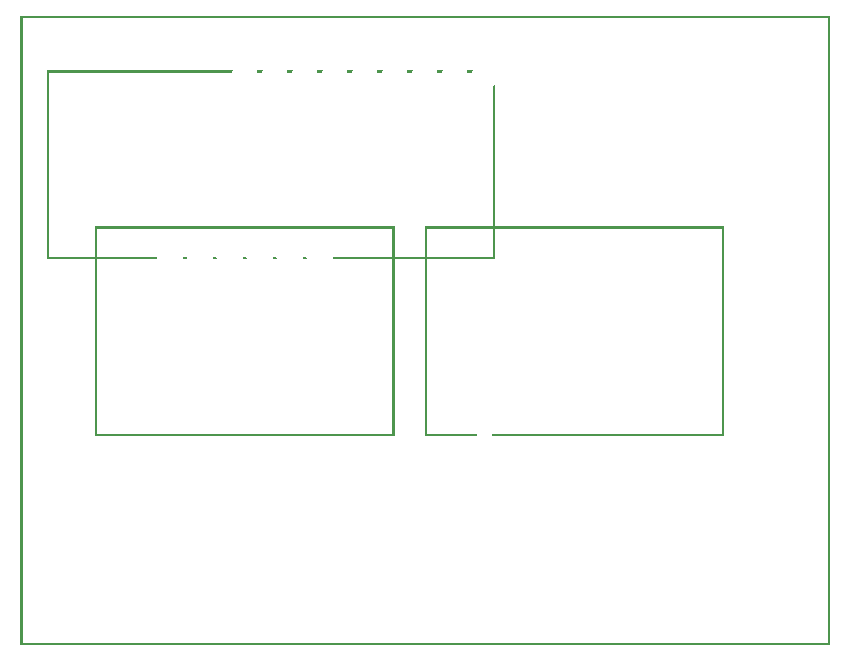
<source format=gbo>
G04 MADE WITH FRITZING*
G04 WWW.FRITZING.ORG*
G04 DOUBLE SIDED*
G04 HOLES PLATED*
G04 CONTOUR ON CENTER OF CONTOUR VECTOR*
%ASAXBY*%
%FSLAX23Y23*%
%MOIN*%
%OFA0B0*%
%SFA1.0B1.0*%
%ADD10R,0.001000X0.001000*%
%LNSILK0*%
G90*
G70*
G54D10*
X1Y2098D02*
X2700Y2098D01*
X1Y2097D02*
X2700Y2097D01*
X1Y2096D02*
X2700Y2096D01*
X1Y2095D02*
X2700Y2095D01*
X1Y2094D02*
X2700Y2094D01*
X1Y2093D02*
X2700Y2093D01*
X1Y2092D02*
X2700Y2092D01*
X1Y2091D02*
X2700Y2091D01*
X1Y2090D02*
X8Y2090D01*
X2693Y2090D02*
X2700Y2090D01*
X1Y2089D02*
X8Y2089D01*
X2693Y2089D02*
X2700Y2089D01*
X1Y2088D02*
X8Y2088D01*
X2693Y2088D02*
X2700Y2088D01*
X1Y2087D02*
X8Y2087D01*
X2693Y2087D02*
X2700Y2087D01*
X1Y2086D02*
X8Y2086D01*
X2693Y2086D02*
X2700Y2086D01*
X1Y2085D02*
X8Y2085D01*
X2693Y2085D02*
X2700Y2085D01*
X1Y2084D02*
X8Y2084D01*
X2693Y2084D02*
X2700Y2084D01*
X1Y2083D02*
X8Y2083D01*
X2693Y2083D02*
X2700Y2083D01*
X1Y2082D02*
X8Y2082D01*
X2693Y2082D02*
X2700Y2082D01*
X1Y2081D02*
X8Y2081D01*
X2693Y2081D02*
X2700Y2081D01*
X1Y2080D02*
X8Y2080D01*
X2693Y2080D02*
X2700Y2080D01*
X1Y2079D02*
X8Y2079D01*
X2693Y2079D02*
X2700Y2079D01*
X1Y2078D02*
X8Y2078D01*
X2693Y2078D02*
X2700Y2078D01*
X1Y2077D02*
X8Y2077D01*
X2693Y2077D02*
X2700Y2077D01*
X1Y2076D02*
X8Y2076D01*
X2693Y2076D02*
X2700Y2076D01*
X1Y2075D02*
X8Y2075D01*
X2693Y2075D02*
X2700Y2075D01*
X1Y2074D02*
X8Y2074D01*
X2693Y2074D02*
X2700Y2074D01*
X1Y2073D02*
X8Y2073D01*
X2693Y2073D02*
X2700Y2073D01*
X1Y2072D02*
X8Y2072D01*
X2693Y2072D02*
X2700Y2072D01*
X1Y2071D02*
X8Y2071D01*
X2693Y2071D02*
X2700Y2071D01*
X1Y2070D02*
X8Y2070D01*
X2693Y2070D02*
X2700Y2070D01*
X1Y2069D02*
X8Y2069D01*
X2693Y2069D02*
X2700Y2069D01*
X1Y2068D02*
X8Y2068D01*
X2693Y2068D02*
X2700Y2068D01*
X1Y2067D02*
X8Y2067D01*
X2693Y2067D02*
X2700Y2067D01*
X1Y2066D02*
X8Y2066D01*
X2693Y2066D02*
X2700Y2066D01*
X1Y2065D02*
X8Y2065D01*
X2693Y2065D02*
X2700Y2065D01*
X1Y2064D02*
X8Y2064D01*
X2693Y2064D02*
X2700Y2064D01*
X1Y2063D02*
X8Y2063D01*
X2693Y2063D02*
X2700Y2063D01*
X1Y2062D02*
X8Y2062D01*
X2693Y2062D02*
X2700Y2062D01*
X1Y2061D02*
X8Y2061D01*
X2693Y2061D02*
X2700Y2061D01*
X1Y2060D02*
X8Y2060D01*
X2693Y2060D02*
X2700Y2060D01*
X1Y2059D02*
X8Y2059D01*
X2693Y2059D02*
X2700Y2059D01*
X1Y2058D02*
X8Y2058D01*
X2693Y2058D02*
X2700Y2058D01*
X1Y2057D02*
X8Y2057D01*
X2693Y2057D02*
X2700Y2057D01*
X1Y2056D02*
X8Y2056D01*
X2693Y2056D02*
X2700Y2056D01*
X1Y2055D02*
X8Y2055D01*
X2693Y2055D02*
X2700Y2055D01*
X1Y2054D02*
X8Y2054D01*
X2693Y2054D02*
X2700Y2054D01*
X1Y2053D02*
X8Y2053D01*
X2693Y2053D02*
X2700Y2053D01*
X1Y2052D02*
X8Y2052D01*
X2693Y2052D02*
X2700Y2052D01*
X1Y2051D02*
X8Y2051D01*
X2693Y2051D02*
X2700Y2051D01*
X1Y2050D02*
X8Y2050D01*
X2693Y2050D02*
X2700Y2050D01*
X1Y2049D02*
X8Y2049D01*
X2693Y2049D02*
X2700Y2049D01*
X1Y2048D02*
X8Y2048D01*
X2693Y2048D02*
X2700Y2048D01*
X1Y2047D02*
X8Y2047D01*
X2693Y2047D02*
X2700Y2047D01*
X1Y2046D02*
X8Y2046D01*
X2693Y2046D02*
X2700Y2046D01*
X1Y2045D02*
X8Y2045D01*
X2693Y2045D02*
X2700Y2045D01*
X1Y2044D02*
X8Y2044D01*
X2693Y2044D02*
X2700Y2044D01*
X1Y2043D02*
X8Y2043D01*
X2693Y2043D02*
X2700Y2043D01*
X1Y2042D02*
X8Y2042D01*
X2693Y2042D02*
X2700Y2042D01*
X1Y2041D02*
X8Y2041D01*
X2693Y2041D02*
X2700Y2041D01*
X1Y2040D02*
X8Y2040D01*
X2693Y2040D02*
X2700Y2040D01*
X1Y2039D02*
X8Y2039D01*
X2693Y2039D02*
X2700Y2039D01*
X1Y2038D02*
X8Y2038D01*
X2693Y2038D02*
X2700Y2038D01*
X1Y2037D02*
X8Y2037D01*
X2693Y2037D02*
X2700Y2037D01*
X1Y2036D02*
X8Y2036D01*
X2693Y2036D02*
X2700Y2036D01*
X1Y2035D02*
X8Y2035D01*
X2693Y2035D02*
X2700Y2035D01*
X1Y2034D02*
X8Y2034D01*
X2693Y2034D02*
X2700Y2034D01*
X1Y2033D02*
X8Y2033D01*
X2693Y2033D02*
X2700Y2033D01*
X1Y2032D02*
X8Y2032D01*
X2693Y2032D02*
X2700Y2032D01*
X1Y2031D02*
X8Y2031D01*
X2693Y2031D02*
X2700Y2031D01*
X1Y2030D02*
X8Y2030D01*
X2693Y2030D02*
X2700Y2030D01*
X1Y2029D02*
X8Y2029D01*
X2693Y2029D02*
X2700Y2029D01*
X1Y2028D02*
X8Y2028D01*
X2693Y2028D02*
X2700Y2028D01*
X1Y2027D02*
X8Y2027D01*
X2693Y2027D02*
X2700Y2027D01*
X1Y2026D02*
X8Y2026D01*
X2693Y2026D02*
X2700Y2026D01*
X1Y2025D02*
X8Y2025D01*
X2693Y2025D02*
X2700Y2025D01*
X1Y2024D02*
X8Y2024D01*
X2693Y2024D02*
X2700Y2024D01*
X1Y2023D02*
X8Y2023D01*
X2693Y2023D02*
X2700Y2023D01*
X1Y2022D02*
X8Y2022D01*
X2693Y2022D02*
X2700Y2022D01*
X1Y2021D02*
X8Y2021D01*
X2693Y2021D02*
X2700Y2021D01*
X1Y2020D02*
X8Y2020D01*
X2693Y2020D02*
X2700Y2020D01*
X1Y2019D02*
X8Y2019D01*
X2693Y2019D02*
X2700Y2019D01*
X1Y2018D02*
X8Y2018D01*
X2693Y2018D02*
X2700Y2018D01*
X1Y2017D02*
X8Y2017D01*
X2693Y2017D02*
X2700Y2017D01*
X1Y2016D02*
X8Y2016D01*
X2693Y2016D02*
X2700Y2016D01*
X1Y2015D02*
X8Y2015D01*
X2693Y2015D02*
X2700Y2015D01*
X1Y2014D02*
X8Y2014D01*
X2693Y2014D02*
X2700Y2014D01*
X1Y2013D02*
X8Y2013D01*
X2693Y2013D02*
X2700Y2013D01*
X1Y2012D02*
X8Y2012D01*
X2693Y2012D02*
X2700Y2012D01*
X1Y2011D02*
X8Y2011D01*
X2693Y2011D02*
X2700Y2011D01*
X1Y2010D02*
X8Y2010D01*
X2693Y2010D02*
X2700Y2010D01*
X1Y2009D02*
X8Y2009D01*
X2693Y2009D02*
X2700Y2009D01*
X1Y2008D02*
X8Y2008D01*
X2693Y2008D02*
X2700Y2008D01*
X1Y2007D02*
X8Y2007D01*
X2693Y2007D02*
X2700Y2007D01*
X1Y2006D02*
X8Y2006D01*
X2693Y2006D02*
X2700Y2006D01*
X1Y2005D02*
X8Y2005D01*
X2693Y2005D02*
X2700Y2005D01*
X1Y2004D02*
X8Y2004D01*
X2693Y2004D02*
X2700Y2004D01*
X1Y2003D02*
X8Y2003D01*
X2693Y2003D02*
X2700Y2003D01*
X1Y2002D02*
X8Y2002D01*
X2693Y2002D02*
X2700Y2002D01*
X1Y2001D02*
X8Y2001D01*
X2693Y2001D02*
X2700Y2001D01*
X1Y2000D02*
X8Y2000D01*
X2693Y2000D02*
X2700Y2000D01*
X1Y1999D02*
X8Y1999D01*
X2693Y1999D02*
X2700Y1999D01*
X1Y1998D02*
X8Y1998D01*
X2693Y1998D02*
X2700Y1998D01*
X1Y1997D02*
X8Y1997D01*
X2693Y1997D02*
X2700Y1997D01*
X1Y1996D02*
X8Y1996D01*
X2693Y1996D02*
X2700Y1996D01*
X1Y1995D02*
X8Y1995D01*
X2693Y1995D02*
X2700Y1995D01*
X1Y1994D02*
X8Y1994D01*
X2693Y1994D02*
X2700Y1994D01*
X1Y1993D02*
X8Y1993D01*
X2693Y1993D02*
X2700Y1993D01*
X1Y1992D02*
X8Y1992D01*
X2693Y1992D02*
X2700Y1992D01*
X1Y1991D02*
X8Y1991D01*
X2693Y1991D02*
X2700Y1991D01*
X1Y1990D02*
X8Y1990D01*
X2693Y1990D02*
X2700Y1990D01*
X1Y1989D02*
X8Y1989D01*
X2693Y1989D02*
X2700Y1989D01*
X1Y1988D02*
X8Y1988D01*
X2693Y1988D02*
X2700Y1988D01*
X1Y1987D02*
X8Y1987D01*
X2693Y1987D02*
X2700Y1987D01*
X1Y1986D02*
X8Y1986D01*
X2693Y1986D02*
X2700Y1986D01*
X1Y1985D02*
X8Y1985D01*
X2693Y1985D02*
X2700Y1985D01*
X1Y1984D02*
X8Y1984D01*
X2693Y1984D02*
X2700Y1984D01*
X1Y1983D02*
X8Y1983D01*
X2693Y1983D02*
X2700Y1983D01*
X1Y1982D02*
X8Y1982D01*
X2693Y1982D02*
X2700Y1982D01*
X1Y1981D02*
X8Y1981D01*
X2693Y1981D02*
X2700Y1981D01*
X1Y1980D02*
X8Y1980D01*
X2693Y1980D02*
X2700Y1980D01*
X1Y1979D02*
X8Y1979D01*
X2693Y1979D02*
X2700Y1979D01*
X1Y1978D02*
X8Y1978D01*
X2693Y1978D02*
X2700Y1978D01*
X1Y1977D02*
X8Y1977D01*
X2693Y1977D02*
X2700Y1977D01*
X1Y1976D02*
X8Y1976D01*
X2693Y1976D02*
X2700Y1976D01*
X1Y1975D02*
X8Y1975D01*
X2693Y1975D02*
X2700Y1975D01*
X1Y1974D02*
X8Y1974D01*
X2693Y1974D02*
X2700Y1974D01*
X1Y1973D02*
X8Y1973D01*
X2693Y1973D02*
X2700Y1973D01*
X1Y1972D02*
X8Y1972D01*
X2693Y1972D02*
X2700Y1972D01*
X1Y1971D02*
X8Y1971D01*
X2693Y1971D02*
X2700Y1971D01*
X1Y1970D02*
X8Y1970D01*
X2693Y1970D02*
X2700Y1970D01*
X1Y1969D02*
X8Y1969D01*
X2693Y1969D02*
X2700Y1969D01*
X1Y1968D02*
X8Y1968D01*
X2693Y1968D02*
X2700Y1968D01*
X1Y1967D02*
X8Y1967D01*
X2693Y1967D02*
X2700Y1967D01*
X1Y1966D02*
X8Y1966D01*
X2693Y1966D02*
X2700Y1966D01*
X1Y1965D02*
X8Y1965D01*
X2693Y1965D02*
X2700Y1965D01*
X1Y1964D02*
X8Y1964D01*
X2693Y1964D02*
X2700Y1964D01*
X1Y1963D02*
X8Y1963D01*
X2693Y1963D02*
X2700Y1963D01*
X1Y1962D02*
X8Y1962D01*
X2693Y1962D02*
X2700Y1962D01*
X1Y1961D02*
X8Y1961D01*
X2693Y1961D02*
X2700Y1961D01*
X1Y1960D02*
X8Y1960D01*
X2693Y1960D02*
X2700Y1960D01*
X1Y1959D02*
X8Y1959D01*
X2693Y1959D02*
X2700Y1959D01*
X1Y1958D02*
X8Y1958D01*
X2693Y1958D02*
X2700Y1958D01*
X1Y1957D02*
X8Y1957D01*
X2693Y1957D02*
X2700Y1957D01*
X1Y1956D02*
X8Y1956D01*
X2693Y1956D02*
X2700Y1956D01*
X1Y1955D02*
X8Y1955D01*
X2693Y1955D02*
X2700Y1955D01*
X1Y1954D02*
X8Y1954D01*
X2693Y1954D02*
X2700Y1954D01*
X1Y1953D02*
X8Y1953D01*
X2693Y1953D02*
X2700Y1953D01*
X1Y1952D02*
X8Y1952D01*
X2693Y1952D02*
X2700Y1952D01*
X1Y1951D02*
X8Y1951D01*
X2693Y1951D02*
X2700Y1951D01*
X1Y1950D02*
X8Y1950D01*
X2693Y1950D02*
X2700Y1950D01*
X1Y1949D02*
X8Y1949D01*
X2693Y1949D02*
X2700Y1949D01*
X1Y1948D02*
X8Y1948D01*
X2693Y1948D02*
X2700Y1948D01*
X1Y1947D02*
X8Y1947D01*
X2693Y1947D02*
X2700Y1947D01*
X1Y1946D02*
X8Y1946D01*
X2693Y1946D02*
X2700Y1946D01*
X1Y1945D02*
X8Y1945D01*
X2693Y1945D02*
X2700Y1945D01*
X1Y1944D02*
X8Y1944D01*
X2693Y1944D02*
X2700Y1944D01*
X1Y1943D02*
X8Y1943D01*
X2693Y1943D02*
X2700Y1943D01*
X1Y1942D02*
X8Y1942D01*
X2693Y1942D02*
X2700Y1942D01*
X1Y1941D02*
X8Y1941D01*
X2693Y1941D02*
X2700Y1941D01*
X1Y1940D02*
X8Y1940D01*
X2693Y1940D02*
X2700Y1940D01*
X1Y1939D02*
X8Y1939D01*
X2693Y1939D02*
X2700Y1939D01*
X1Y1938D02*
X8Y1938D01*
X2693Y1938D02*
X2700Y1938D01*
X1Y1937D02*
X8Y1937D01*
X2693Y1937D02*
X2700Y1937D01*
X1Y1936D02*
X8Y1936D01*
X2693Y1936D02*
X2700Y1936D01*
X1Y1935D02*
X8Y1935D01*
X2693Y1935D02*
X2700Y1935D01*
X1Y1934D02*
X8Y1934D01*
X2693Y1934D02*
X2700Y1934D01*
X1Y1933D02*
X8Y1933D01*
X2693Y1933D02*
X2700Y1933D01*
X1Y1932D02*
X8Y1932D01*
X2693Y1932D02*
X2700Y1932D01*
X1Y1931D02*
X8Y1931D01*
X2693Y1931D02*
X2700Y1931D01*
X1Y1930D02*
X8Y1930D01*
X2693Y1930D02*
X2700Y1930D01*
X1Y1929D02*
X8Y1929D01*
X2693Y1929D02*
X2700Y1929D01*
X1Y1928D02*
X8Y1928D01*
X2693Y1928D02*
X2700Y1928D01*
X1Y1927D02*
X8Y1927D01*
X2693Y1927D02*
X2700Y1927D01*
X1Y1926D02*
X8Y1926D01*
X2693Y1926D02*
X2700Y1926D01*
X1Y1925D02*
X8Y1925D01*
X2693Y1925D02*
X2700Y1925D01*
X1Y1924D02*
X8Y1924D01*
X2693Y1924D02*
X2700Y1924D01*
X1Y1923D02*
X8Y1923D01*
X2693Y1923D02*
X2700Y1923D01*
X1Y1922D02*
X8Y1922D01*
X2693Y1922D02*
X2700Y1922D01*
X1Y1921D02*
X8Y1921D01*
X2693Y1921D02*
X2700Y1921D01*
X1Y1920D02*
X8Y1920D01*
X2693Y1920D02*
X2700Y1920D01*
X1Y1919D02*
X8Y1919D01*
X2693Y1919D02*
X2700Y1919D01*
X1Y1918D02*
X8Y1918D01*
X2693Y1918D02*
X2700Y1918D01*
X1Y1917D02*
X8Y1917D01*
X2693Y1917D02*
X2700Y1917D01*
X1Y1916D02*
X8Y1916D01*
X89Y1916D02*
X708Y1916D01*
X789Y1916D02*
X808Y1916D01*
X889Y1916D02*
X908Y1916D01*
X989Y1916D02*
X1008Y1916D01*
X1089Y1916D02*
X1108Y1916D01*
X1189Y1916D02*
X1208Y1916D01*
X1289Y1916D02*
X1308Y1916D01*
X1389Y1916D02*
X1408Y1916D01*
X1489Y1916D02*
X1508Y1916D01*
X2693Y1916D02*
X2700Y1916D01*
X1Y1915D02*
X8Y1915D01*
X89Y1915D02*
X708Y1915D01*
X789Y1915D02*
X808Y1915D01*
X889Y1915D02*
X908Y1915D01*
X989Y1915D02*
X1008Y1915D01*
X1089Y1915D02*
X1108Y1915D01*
X1189Y1915D02*
X1208Y1915D01*
X1289Y1915D02*
X1308Y1915D01*
X1389Y1915D02*
X1408Y1915D01*
X1489Y1915D02*
X1508Y1915D01*
X2693Y1915D02*
X2700Y1915D01*
X1Y1914D02*
X8Y1914D01*
X89Y1914D02*
X707Y1914D01*
X790Y1914D02*
X807Y1914D01*
X890Y1914D02*
X907Y1914D01*
X990Y1914D02*
X1007Y1914D01*
X1090Y1914D02*
X1107Y1914D01*
X1190Y1914D02*
X1207Y1914D01*
X1290Y1914D02*
X1307Y1914D01*
X1390Y1914D02*
X1407Y1914D01*
X1490Y1914D02*
X1507Y1914D01*
X2693Y1914D02*
X2700Y1914D01*
X1Y1913D02*
X8Y1913D01*
X89Y1913D02*
X707Y1913D01*
X790Y1913D02*
X807Y1913D01*
X890Y1913D02*
X907Y1913D01*
X990Y1913D02*
X1007Y1913D01*
X1090Y1913D02*
X1107Y1913D01*
X1190Y1913D02*
X1207Y1913D01*
X1290Y1913D02*
X1307Y1913D01*
X1390Y1913D02*
X1407Y1913D01*
X1490Y1913D02*
X1507Y1913D01*
X2693Y1913D02*
X2700Y1913D01*
X1Y1912D02*
X8Y1912D01*
X89Y1912D02*
X707Y1912D01*
X791Y1912D02*
X807Y1912D01*
X891Y1912D02*
X907Y1912D01*
X991Y1912D02*
X1007Y1912D01*
X1091Y1912D02*
X1107Y1912D01*
X1190Y1912D02*
X1207Y1912D01*
X1290Y1912D02*
X1307Y1912D01*
X1390Y1912D02*
X1407Y1912D01*
X1490Y1912D02*
X1507Y1912D01*
X2693Y1912D02*
X2700Y1912D01*
X1Y1911D02*
X8Y1911D01*
X89Y1911D02*
X706Y1911D01*
X791Y1911D02*
X806Y1911D01*
X891Y1911D02*
X906Y1911D01*
X991Y1911D02*
X1006Y1911D01*
X1091Y1911D02*
X1106Y1911D01*
X1191Y1911D02*
X1206Y1911D01*
X1291Y1911D02*
X1306Y1911D01*
X1391Y1911D02*
X1406Y1911D01*
X1491Y1911D02*
X1506Y1911D01*
X2693Y1911D02*
X2700Y1911D01*
X1Y1910D02*
X8Y1910D01*
X89Y1910D02*
X706Y1910D01*
X791Y1910D02*
X806Y1910D01*
X891Y1910D02*
X906Y1910D01*
X991Y1910D02*
X1006Y1910D01*
X1091Y1910D02*
X1106Y1910D01*
X1191Y1910D02*
X1206Y1910D01*
X1291Y1910D02*
X1306Y1910D01*
X1391Y1910D02*
X1406Y1910D01*
X1491Y1910D02*
X1506Y1910D01*
X2693Y1910D02*
X2700Y1910D01*
X1Y1909D02*
X8Y1909D01*
X89Y1909D02*
X706Y1909D01*
X791Y1909D02*
X806Y1909D01*
X891Y1909D02*
X906Y1909D01*
X991Y1909D02*
X1006Y1909D01*
X1091Y1909D02*
X1106Y1909D01*
X1191Y1909D02*
X1206Y1909D01*
X1291Y1909D02*
X1306Y1909D01*
X1391Y1909D02*
X1406Y1909D01*
X1491Y1909D02*
X1506Y1909D01*
X2693Y1909D02*
X2700Y1909D01*
X1Y1908D02*
X8Y1908D01*
X89Y1908D02*
X96Y1908D01*
X2693Y1908D02*
X2700Y1908D01*
X1Y1907D02*
X8Y1907D01*
X89Y1907D02*
X96Y1907D01*
X2693Y1907D02*
X2700Y1907D01*
X1Y1906D02*
X8Y1906D01*
X89Y1906D02*
X96Y1906D01*
X2693Y1906D02*
X2700Y1906D01*
X1Y1905D02*
X8Y1905D01*
X89Y1905D02*
X96Y1905D01*
X2693Y1905D02*
X2700Y1905D01*
X1Y1904D02*
X8Y1904D01*
X89Y1904D02*
X96Y1904D01*
X2693Y1904D02*
X2700Y1904D01*
X1Y1903D02*
X8Y1903D01*
X89Y1903D02*
X96Y1903D01*
X2693Y1903D02*
X2700Y1903D01*
X1Y1902D02*
X8Y1902D01*
X89Y1902D02*
X96Y1902D01*
X2693Y1902D02*
X2700Y1902D01*
X1Y1901D02*
X8Y1901D01*
X89Y1901D02*
X96Y1901D01*
X2693Y1901D02*
X2700Y1901D01*
X1Y1900D02*
X8Y1900D01*
X89Y1900D02*
X96Y1900D01*
X2693Y1900D02*
X2700Y1900D01*
X1Y1899D02*
X8Y1899D01*
X89Y1899D02*
X96Y1899D01*
X2693Y1899D02*
X2700Y1899D01*
X1Y1898D02*
X8Y1898D01*
X89Y1898D02*
X96Y1898D01*
X2693Y1898D02*
X2700Y1898D01*
X1Y1897D02*
X8Y1897D01*
X89Y1897D02*
X96Y1897D01*
X2693Y1897D02*
X2700Y1897D01*
X1Y1896D02*
X8Y1896D01*
X89Y1896D02*
X96Y1896D01*
X2693Y1896D02*
X2700Y1896D01*
X1Y1895D02*
X8Y1895D01*
X89Y1895D02*
X96Y1895D01*
X2693Y1895D02*
X2700Y1895D01*
X1Y1894D02*
X8Y1894D01*
X89Y1894D02*
X96Y1894D01*
X2693Y1894D02*
X2700Y1894D01*
X1Y1893D02*
X8Y1893D01*
X89Y1893D02*
X96Y1893D01*
X2693Y1893D02*
X2700Y1893D01*
X1Y1892D02*
X8Y1892D01*
X89Y1892D02*
X96Y1892D01*
X2693Y1892D02*
X2700Y1892D01*
X1Y1891D02*
X8Y1891D01*
X89Y1891D02*
X96Y1891D01*
X2693Y1891D02*
X2700Y1891D01*
X1Y1890D02*
X8Y1890D01*
X89Y1890D02*
X96Y1890D01*
X2693Y1890D02*
X2700Y1890D01*
X1Y1889D02*
X8Y1889D01*
X89Y1889D02*
X96Y1889D01*
X2693Y1889D02*
X2700Y1889D01*
X1Y1888D02*
X8Y1888D01*
X89Y1888D02*
X96Y1888D01*
X2693Y1888D02*
X2700Y1888D01*
X1Y1887D02*
X8Y1887D01*
X89Y1887D02*
X96Y1887D01*
X2693Y1887D02*
X2700Y1887D01*
X1Y1886D02*
X8Y1886D01*
X89Y1886D02*
X96Y1886D01*
X2693Y1886D02*
X2700Y1886D01*
X1Y1885D02*
X8Y1885D01*
X89Y1885D02*
X96Y1885D01*
X2693Y1885D02*
X2700Y1885D01*
X1Y1884D02*
X8Y1884D01*
X89Y1884D02*
X96Y1884D01*
X2693Y1884D02*
X2700Y1884D01*
X1Y1883D02*
X8Y1883D01*
X89Y1883D02*
X96Y1883D01*
X2693Y1883D02*
X2700Y1883D01*
X1Y1882D02*
X8Y1882D01*
X89Y1882D02*
X96Y1882D01*
X2693Y1882D02*
X2700Y1882D01*
X1Y1881D02*
X8Y1881D01*
X89Y1881D02*
X96Y1881D01*
X2693Y1881D02*
X2700Y1881D01*
X1Y1880D02*
X8Y1880D01*
X89Y1880D02*
X96Y1880D01*
X2693Y1880D02*
X2700Y1880D01*
X1Y1879D02*
X8Y1879D01*
X89Y1879D02*
X96Y1879D01*
X2693Y1879D02*
X2700Y1879D01*
X1Y1878D02*
X8Y1878D01*
X89Y1878D02*
X96Y1878D01*
X2693Y1878D02*
X2700Y1878D01*
X1Y1877D02*
X8Y1877D01*
X89Y1877D02*
X96Y1877D01*
X2693Y1877D02*
X2700Y1877D01*
X1Y1876D02*
X8Y1876D01*
X89Y1876D02*
X96Y1876D01*
X2693Y1876D02*
X2700Y1876D01*
X1Y1875D02*
X8Y1875D01*
X89Y1875D02*
X96Y1875D01*
X2693Y1875D02*
X2700Y1875D01*
X1Y1874D02*
X8Y1874D01*
X89Y1874D02*
X96Y1874D01*
X2693Y1874D02*
X2700Y1874D01*
X1Y1873D02*
X8Y1873D01*
X89Y1873D02*
X96Y1873D01*
X2693Y1873D02*
X2700Y1873D01*
X1Y1872D02*
X8Y1872D01*
X89Y1872D02*
X96Y1872D01*
X2693Y1872D02*
X2700Y1872D01*
X1Y1871D02*
X8Y1871D01*
X89Y1871D02*
X96Y1871D01*
X2693Y1871D02*
X2700Y1871D01*
X1Y1870D02*
X8Y1870D01*
X89Y1870D02*
X96Y1870D01*
X1583Y1870D02*
X1583Y1870D01*
X2693Y1870D02*
X2700Y1870D01*
X1Y1869D02*
X8Y1869D01*
X89Y1869D02*
X96Y1869D01*
X1583Y1869D02*
X1583Y1869D01*
X2693Y1869D02*
X2700Y1869D01*
X1Y1868D02*
X8Y1868D01*
X89Y1868D02*
X96Y1868D01*
X1582Y1868D02*
X1583Y1868D01*
X2693Y1868D02*
X2700Y1868D01*
X1Y1867D02*
X8Y1867D01*
X89Y1867D02*
X96Y1867D01*
X1581Y1867D02*
X1583Y1867D01*
X2693Y1867D02*
X2700Y1867D01*
X1Y1866D02*
X8Y1866D01*
X89Y1866D02*
X96Y1866D01*
X1580Y1866D02*
X1583Y1866D01*
X2693Y1866D02*
X2700Y1866D01*
X1Y1865D02*
X8Y1865D01*
X89Y1865D02*
X96Y1865D01*
X1579Y1865D02*
X1583Y1865D01*
X2693Y1865D02*
X2700Y1865D01*
X1Y1864D02*
X8Y1864D01*
X89Y1864D02*
X96Y1864D01*
X1578Y1864D02*
X1583Y1864D01*
X2693Y1864D02*
X2700Y1864D01*
X1Y1863D02*
X8Y1863D01*
X89Y1863D02*
X96Y1863D01*
X1576Y1863D02*
X1583Y1863D01*
X2693Y1863D02*
X2700Y1863D01*
X1Y1862D02*
X8Y1862D01*
X89Y1862D02*
X96Y1862D01*
X1576Y1862D02*
X1583Y1862D01*
X2693Y1862D02*
X2700Y1862D01*
X1Y1861D02*
X8Y1861D01*
X89Y1861D02*
X96Y1861D01*
X1576Y1861D02*
X1583Y1861D01*
X2693Y1861D02*
X2700Y1861D01*
X1Y1860D02*
X8Y1860D01*
X89Y1860D02*
X96Y1860D01*
X1576Y1860D02*
X1583Y1860D01*
X2693Y1860D02*
X2700Y1860D01*
X1Y1859D02*
X8Y1859D01*
X89Y1859D02*
X96Y1859D01*
X1576Y1859D02*
X1583Y1859D01*
X2693Y1859D02*
X2700Y1859D01*
X1Y1858D02*
X8Y1858D01*
X89Y1858D02*
X96Y1858D01*
X1576Y1858D02*
X1583Y1858D01*
X2693Y1858D02*
X2700Y1858D01*
X1Y1857D02*
X8Y1857D01*
X89Y1857D02*
X96Y1857D01*
X1576Y1857D02*
X1583Y1857D01*
X2693Y1857D02*
X2700Y1857D01*
X1Y1856D02*
X8Y1856D01*
X89Y1856D02*
X96Y1856D01*
X1576Y1856D02*
X1583Y1856D01*
X2693Y1856D02*
X2700Y1856D01*
X1Y1855D02*
X8Y1855D01*
X89Y1855D02*
X96Y1855D01*
X1576Y1855D02*
X1583Y1855D01*
X2693Y1855D02*
X2700Y1855D01*
X1Y1854D02*
X8Y1854D01*
X89Y1854D02*
X96Y1854D01*
X1576Y1854D02*
X1583Y1854D01*
X2693Y1854D02*
X2700Y1854D01*
X1Y1853D02*
X8Y1853D01*
X89Y1853D02*
X96Y1853D01*
X1576Y1853D02*
X1583Y1853D01*
X2693Y1853D02*
X2700Y1853D01*
X1Y1852D02*
X8Y1852D01*
X89Y1852D02*
X96Y1852D01*
X1576Y1852D02*
X1583Y1852D01*
X2693Y1852D02*
X2700Y1852D01*
X1Y1851D02*
X8Y1851D01*
X89Y1851D02*
X96Y1851D01*
X1576Y1851D02*
X1583Y1851D01*
X2693Y1851D02*
X2700Y1851D01*
X1Y1850D02*
X8Y1850D01*
X89Y1850D02*
X96Y1850D01*
X1576Y1850D02*
X1583Y1850D01*
X2693Y1850D02*
X2700Y1850D01*
X1Y1849D02*
X8Y1849D01*
X89Y1849D02*
X96Y1849D01*
X1576Y1849D02*
X1583Y1849D01*
X2693Y1849D02*
X2700Y1849D01*
X1Y1848D02*
X8Y1848D01*
X89Y1848D02*
X96Y1848D01*
X1576Y1848D02*
X1583Y1848D01*
X2693Y1848D02*
X2700Y1848D01*
X1Y1847D02*
X8Y1847D01*
X89Y1847D02*
X96Y1847D01*
X1576Y1847D02*
X1583Y1847D01*
X2693Y1847D02*
X2700Y1847D01*
X1Y1846D02*
X8Y1846D01*
X89Y1846D02*
X96Y1846D01*
X1576Y1846D02*
X1583Y1846D01*
X2693Y1846D02*
X2700Y1846D01*
X1Y1845D02*
X8Y1845D01*
X89Y1845D02*
X96Y1845D01*
X1576Y1845D02*
X1583Y1845D01*
X2693Y1845D02*
X2700Y1845D01*
X1Y1844D02*
X8Y1844D01*
X89Y1844D02*
X96Y1844D01*
X1576Y1844D02*
X1583Y1844D01*
X2693Y1844D02*
X2700Y1844D01*
X1Y1843D02*
X8Y1843D01*
X89Y1843D02*
X96Y1843D01*
X1576Y1843D02*
X1583Y1843D01*
X2693Y1843D02*
X2700Y1843D01*
X1Y1842D02*
X8Y1842D01*
X89Y1842D02*
X96Y1842D01*
X1576Y1842D02*
X1583Y1842D01*
X2693Y1842D02*
X2700Y1842D01*
X1Y1841D02*
X8Y1841D01*
X89Y1841D02*
X96Y1841D01*
X1576Y1841D02*
X1583Y1841D01*
X2693Y1841D02*
X2700Y1841D01*
X1Y1840D02*
X8Y1840D01*
X89Y1840D02*
X96Y1840D01*
X1576Y1840D02*
X1583Y1840D01*
X2693Y1840D02*
X2700Y1840D01*
X1Y1839D02*
X8Y1839D01*
X89Y1839D02*
X96Y1839D01*
X1576Y1839D02*
X1583Y1839D01*
X2693Y1839D02*
X2700Y1839D01*
X1Y1838D02*
X8Y1838D01*
X89Y1838D02*
X96Y1838D01*
X1576Y1838D02*
X1583Y1838D01*
X2693Y1838D02*
X2700Y1838D01*
X1Y1837D02*
X8Y1837D01*
X89Y1837D02*
X96Y1837D01*
X1576Y1837D02*
X1583Y1837D01*
X2693Y1837D02*
X2700Y1837D01*
X1Y1836D02*
X8Y1836D01*
X89Y1836D02*
X96Y1836D01*
X1576Y1836D02*
X1583Y1836D01*
X2693Y1836D02*
X2700Y1836D01*
X1Y1835D02*
X8Y1835D01*
X89Y1835D02*
X96Y1835D01*
X1576Y1835D02*
X1583Y1835D01*
X2693Y1835D02*
X2700Y1835D01*
X1Y1834D02*
X8Y1834D01*
X89Y1834D02*
X96Y1834D01*
X1576Y1834D02*
X1583Y1834D01*
X2693Y1834D02*
X2700Y1834D01*
X1Y1833D02*
X8Y1833D01*
X89Y1833D02*
X96Y1833D01*
X1576Y1833D02*
X1583Y1833D01*
X2693Y1833D02*
X2700Y1833D01*
X1Y1832D02*
X8Y1832D01*
X89Y1832D02*
X96Y1832D01*
X1576Y1832D02*
X1583Y1832D01*
X2693Y1832D02*
X2700Y1832D01*
X1Y1831D02*
X8Y1831D01*
X89Y1831D02*
X96Y1831D01*
X1576Y1831D02*
X1583Y1831D01*
X2693Y1831D02*
X2700Y1831D01*
X1Y1830D02*
X8Y1830D01*
X89Y1830D02*
X96Y1830D01*
X1576Y1830D02*
X1583Y1830D01*
X2693Y1830D02*
X2700Y1830D01*
X1Y1829D02*
X8Y1829D01*
X89Y1829D02*
X96Y1829D01*
X1576Y1829D02*
X1583Y1829D01*
X2693Y1829D02*
X2700Y1829D01*
X1Y1828D02*
X8Y1828D01*
X89Y1828D02*
X96Y1828D01*
X1576Y1828D02*
X1583Y1828D01*
X2693Y1828D02*
X2700Y1828D01*
X1Y1827D02*
X8Y1827D01*
X89Y1827D02*
X96Y1827D01*
X1576Y1827D02*
X1583Y1827D01*
X2693Y1827D02*
X2700Y1827D01*
X1Y1826D02*
X8Y1826D01*
X89Y1826D02*
X96Y1826D01*
X1576Y1826D02*
X1583Y1826D01*
X2693Y1826D02*
X2700Y1826D01*
X1Y1825D02*
X8Y1825D01*
X89Y1825D02*
X96Y1825D01*
X1576Y1825D02*
X1583Y1825D01*
X2693Y1825D02*
X2700Y1825D01*
X1Y1824D02*
X8Y1824D01*
X89Y1824D02*
X96Y1824D01*
X1576Y1824D02*
X1583Y1824D01*
X2693Y1824D02*
X2700Y1824D01*
X1Y1823D02*
X8Y1823D01*
X89Y1823D02*
X96Y1823D01*
X1576Y1823D02*
X1583Y1823D01*
X2693Y1823D02*
X2700Y1823D01*
X1Y1822D02*
X8Y1822D01*
X89Y1822D02*
X96Y1822D01*
X1576Y1822D02*
X1583Y1822D01*
X2693Y1822D02*
X2700Y1822D01*
X1Y1821D02*
X8Y1821D01*
X89Y1821D02*
X96Y1821D01*
X1576Y1821D02*
X1583Y1821D01*
X2693Y1821D02*
X2700Y1821D01*
X1Y1820D02*
X8Y1820D01*
X89Y1820D02*
X96Y1820D01*
X1576Y1820D02*
X1583Y1820D01*
X2693Y1820D02*
X2700Y1820D01*
X1Y1819D02*
X8Y1819D01*
X89Y1819D02*
X96Y1819D01*
X1576Y1819D02*
X1583Y1819D01*
X2693Y1819D02*
X2700Y1819D01*
X1Y1818D02*
X8Y1818D01*
X89Y1818D02*
X96Y1818D01*
X1576Y1818D02*
X1583Y1818D01*
X2693Y1818D02*
X2700Y1818D01*
X1Y1817D02*
X8Y1817D01*
X89Y1817D02*
X96Y1817D01*
X1576Y1817D02*
X1583Y1817D01*
X2693Y1817D02*
X2700Y1817D01*
X1Y1816D02*
X8Y1816D01*
X89Y1816D02*
X96Y1816D01*
X1576Y1816D02*
X1583Y1816D01*
X2693Y1816D02*
X2700Y1816D01*
X1Y1815D02*
X8Y1815D01*
X89Y1815D02*
X96Y1815D01*
X1576Y1815D02*
X1583Y1815D01*
X2693Y1815D02*
X2700Y1815D01*
X1Y1814D02*
X8Y1814D01*
X89Y1814D02*
X96Y1814D01*
X1576Y1814D02*
X1583Y1814D01*
X2693Y1814D02*
X2700Y1814D01*
X1Y1813D02*
X8Y1813D01*
X89Y1813D02*
X96Y1813D01*
X1576Y1813D02*
X1583Y1813D01*
X2693Y1813D02*
X2700Y1813D01*
X1Y1812D02*
X8Y1812D01*
X89Y1812D02*
X96Y1812D01*
X1576Y1812D02*
X1583Y1812D01*
X2693Y1812D02*
X2700Y1812D01*
X1Y1811D02*
X8Y1811D01*
X89Y1811D02*
X96Y1811D01*
X1576Y1811D02*
X1583Y1811D01*
X2693Y1811D02*
X2700Y1811D01*
X1Y1810D02*
X8Y1810D01*
X89Y1810D02*
X96Y1810D01*
X1576Y1810D02*
X1583Y1810D01*
X2693Y1810D02*
X2700Y1810D01*
X1Y1809D02*
X8Y1809D01*
X89Y1809D02*
X96Y1809D01*
X1576Y1809D02*
X1583Y1809D01*
X2693Y1809D02*
X2700Y1809D01*
X1Y1808D02*
X8Y1808D01*
X89Y1808D02*
X96Y1808D01*
X1576Y1808D02*
X1583Y1808D01*
X2693Y1808D02*
X2700Y1808D01*
X1Y1807D02*
X8Y1807D01*
X89Y1807D02*
X96Y1807D01*
X1576Y1807D02*
X1583Y1807D01*
X2693Y1807D02*
X2700Y1807D01*
X1Y1806D02*
X8Y1806D01*
X89Y1806D02*
X96Y1806D01*
X1576Y1806D02*
X1583Y1806D01*
X2693Y1806D02*
X2700Y1806D01*
X1Y1805D02*
X8Y1805D01*
X89Y1805D02*
X96Y1805D01*
X1576Y1805D02*
X1583Y1805D01*
X2693Y1805D02*
X2700Y1805D01*
X1Y1804D02*
X8Y1804D01*
X89Y1804D02*
X96Y1804D01*
X1576Y1804D02*
X1583Y1804D01*
X2693Y1804D02*
X2700Y1804D01*
X1Y1803D02*
X8Y1803D01*
X89Y1803D02*
X96Y1803D01*
X1576Y1803D02*
X1583Y1803D01*
X2693Y1803D02*
X2700Y1803D01*
X1Y1802D02*
X8Y1802D01*
X89Y1802D02*
X96Y1802D01*
X1576Y1802D02*
X1583Y1802D01*
X2693Y1802D02*
X2700Y1802D01*
X1Y1801D02*
X8Y1801D01*
X89Y1801D02*
X96Y1801D01*
X1576Y1801D02*
X1583Y1801D01*
X2693Y1801D02*
X2700Y1801D01*
X1Y1800D02*
X8Y1800D01*
X89Y1800D02*
X96Y1800D01*
X1576Y1800D02*
X1583Y1800D01*
X2693Y1800D02*
X2700Y1800D01*
X1Y1799D02*
X8Y1799D01*
X89Y1799D02*
X96Y1799D01*
X1576Y1799D02*
X1583Y1799D01*
X2693Y1799D02*
X2700Y1799D01*
X1Y1798D02*
X8Y1798D01*
X89Y1798D02*
X96Y1798D01*
X1576Y1798D02*
X1583Y1798D01*
X2693Y1798D02*
X2700Y1798D01*
X1Y1797D02*
X8Y1797D01*
X89Y1797D02*
X96Y1797D01*
X1576Y1797D02*
X1583Y1797D01*
X2693Y1797D02*
X2700Y1797D01*
X1Y1796D02*
X8Y1796D01*
X89Y1796D02*
X96Y1796D01*
X1576Y1796D02*
X1583Y1796D01*
X2693Y1796D02*
X2700Y1796D01*
X1Y1795D02*
X8Y1795D01*
X89Y1795D02*
X96Y1795D01*
X1576Y1795D02*
X1583Y1795D01*
X2693Y1795D02*
X2700Y1795D01*
X1Y1794D02*
X8Y1794D01*
X89Y1794D02*
X96Y1794D01*
X1576Y1794D02*
X1583Y1794D01*
X2693Y1794D02*
X2700Y1794D01*
X1Y1793D02*
X8Y1793D01*
X89Y1793D02*
X96Y1793D01*
X1576Y1793D02*
X1583Y1793D01*
X2693Y1793D02*
X2700Y1793D01*
X1Y1792D02*
X8Y1792D01*
X89Y1792D02*
X96Y1792D01*
X1576Y1792D02*
X1583Y1792D01*
X2693Y1792D02*
X2700Y1792D01*
X1Y1791D02*
X8Y1791D01*
X89Y1791D02*
X96Y1791D01*
X1576Y1791D02*
X1583Y1791D01*
X2693Y1791D02*
X2700Y1791D01*
X1Y1790D02*
X8Y1790D01*
X89Y1790D02*
X96Y1790D01*
X1576Y1790D02*
X1583Y1790D01*
X2693Y1790D02*
X2700Y1790D01*
X1Y1789D02*
X8Y1789D01*
X89Y1789D02*
X96Y1789D01*
X1576Y1789D02*
X1583Y1789D01*
X2693Y1789D02*
X2700Y1789D01*
X1Y1788D02*
X8Y1788D01*
X89Y1788D02*
X96Y1788D01*
X1576Y1788D02*
X1583Y1788D01*
X2693Y1788D02*
X2700Y1788D01*
X1Y1787D02*
X8Y1787D01*
X89Y1787D02*
X96Y1787D01*
X1576Y1787D02*
X1583Y1787D01*
X2693Y1787D02*
X2700Y1787D01*
X1Y1786D02*
X8Y1786D01*
X89Y1786D02*
X96Y1786D01*
X1576Y1786D02*
X1583Y1786D01*
X2693Y1786D02*
X2700Y1786D01*
X1Y1785D02*
X8Y1785D01*
X89Y1785D02*
X96Y1785D01*
X1576Y1785D02*
X1583Y1785D01*
X2693Y1785D02*
X2700Y1785D01*
X1Y1784D02*
X8Y1784D01*
X89Y1784D02*
X96Y1784D01*
X1576Y1784D02*
X1583Y1784D01*
X2693Y1784D02*
X2700Y1784D01*
X1Y1783D02*
X8Y1783D01*
X89Y1783D02*
X96Y1783D01*
X1576Y1783D02*
X1583Y1783D01*
X2693Y1783D02*
X2700Y1783D01*
X1Y1782D02*
X8Y1782D01*
X89Y1782D02*
X96Y1782D01*
X1576Y1782D02*
X1583Y1782D01*
X2693Y1782D02*
X2700Y1782D01*
X1Y1781D02*
X8Y1781D01*
X89Y1781D02*
X96Y1781D01*
X1576Y1781D02*
X1583Y1781D01*
X2693Y1781D02*
X2700Y1781D01*
X1Y1780D02*
X8Y1780D01*
X89Y1780D02*
X96Y1780D01*
X1576Y1780D02*
X1583Y1780D01*
X2693Y1780D02*
X2700Y1780D01*
X1Y1779D02*
X8Y1779D01*
X89Y1779D02*
X96Y1779D01*
X1576Y1779D02*
X1583Y1779D01*
X2693Y1779D02*
X2700Y1779D01*
X1Y1778D02*
X8Y1778D01*
X89Y1778D02*
X96Y1778D01*
X1576Y1778D02*
X1583Y1778D01*
X2693Y1778D02*
X2700Y1778D01*
X1Y1777D02*
X8Y1777D01*
X89Y1777D02*
X96Y1777D01*
X1576Y1777D02*
X1583Y1777D01*
X2693Y1777D02*
X2700Y1777D01*
X1Y1776D02*
X8Y1776D01*
X89Y1776D02*
X96Y1776D01*
X1576Y1776D02*
X1583Y1776D01*
X2693Y1776D02*
X2700Y1776D01*
X1Y1775D02*
X8Y1775D01*
X89Y1775D02*
X96Y1775D01*
X1576Y1775D02*
X1583Y1775D01*
X2693Y1775D02*
X2700Y1775D01*
X1Y1774D02*
X8Y1774D01*
X89Y1774D02*
X96Y1774D01*
X1576Y1774D02*
X1583Y1774D01*
X2693Y1774D02*
X2700Y1774D01*
X1Y1773D02*
X8Y1773D01*
X89Y1773D02*
X96Y1773D01*
X1576Y1773D02*
X1583Y1773D01*
X2693Y1773D02*
X2700Y1773D01*
X1Y1772D02*
X8Y1772D01*
X89Y1772D02*
X96Y1772D01*
X1576Y1772D02*
X1583Y1772D01*
X2693Y1772D02*
X2700Y1772D01*
X1Y1771D02*
X8Y1771D01*
X89Y1771D02*
X96Y1771D01*
X1576Y1771D02*
X1583Y1771D01*
X2693Y1771D02*
X2700Y1771D01*
X1Y1770D02*
X8Y1770D01*
X89Y1770D02*
X96Y1770D01*
X1576Y1770D02*
X1583Y1770D01*
X2693Y1770D02*
X2700Y1770D01*
X1Y1769D02*
X8Y1769D01*
X89Y1769D02*
X96Y1769D01*
X1576Y1769D02*
X1583Y1769D01*
X2693Y1769D02*
X2700Y1769D01*
X1Y1768D02*
X8Y1768D01*
X89Y1768D02*
X96Y1768D01*
X1576Y1768D02*
X1583Y1768D01*
X2693Y1768D02*
X2700Y1768D01*
X1Y1767D02*
X8Y1767D01*
X89Y1767D02*
X96Y1767D01*
X1576Y1767D02*
X1583Y1767D01*
X2693Y1767D02*
X2700Y1767D01*
X1Y1766D02*
X8Y1766D01*
X89Y1766D02*
X96Y1766D01*
X1576Y1766D02*
X1583Y1766D01*
X2693Y1766D02*
X2700Y1766D01*
X1Y1765D02*
X8Y1765D01*
X89Y1765D02*
X96Y1765D01*
X1576Y1765D02*
X1583Y1765D01*
X2693Y1765D02*
X2700Y1765D01*
X1Y1764D02*
X8Y1764D01*
X89Y1764D02*
X96Y1764D01*
X1576Y1764D02*
X1583Y1764D01*
X2693Y1764D02*
X2700Y1764D01*
X1Y1763D02*
X8Y1763D01*
X89Y1763D02*
X96Y1763D01*
X1576Y1763D02*
X1583Y1763D01*
X2693Y1763D02*
X2700Y1763D01*
X1Y1762D02*
X8Y1762D01*
X89Y1762D02*
X96Y1762D01*
X1576Y1762D02*
X1583Y1762D01*
X2693Y1762D02*
X2700Y1762D01*
X1Y1761D02*
X8Y1761D01*
X89Y1761D02*
X96Y1761D01*
X1576Y1761D02*
X1583Y1761D01*
X2693Y1761D02*
X2700Y1761D01*
X1Y1760D02*
X8Y1760D01*
X89Y1760D02*
X96Y1760D01*
X1576Y1760D02*
X1583Y1760D01*
X2693Y1760D02*
X2700Y1760D01*
X1Y1759D02*
X8Y1759D01*
X89Y1759D02*
X96Y1759D01*
X1576Y1759D02*
X1583Y1759D01*
X2693Y1759D02*
X2700Y1759D01*
X1Y1758D02*
X8Y1758D01*
X89Y1758D02*
X96Y1758D01*
X1576Y1758D02*
X1583Y1758D01*
X2693Y1758D02*
X2700Y1758D01*
X1Y1757D02*
X8Y1757D01*
X89Y1757D02*
X96Y1757D01*
X1576Y1757D02*
X1583Y1757D01*
X2693Y1757D02*
X2700Y1757D01*
X1Y1756D02*
X8Y1756D01*
X89Y1756D02*
X96Y1756D01*
X1576Y1756D02*
X1583Y1756D01*
X2693Y1756D02*
X2700Y1756D01*
X1Y1755D02*
X8Y1755D01*
X89Y1755D02*
X96Y1755D01*
X1576Y1755D02*
X1583Y1755D01*
X2693Y1755D02*
X2700Y1755D01*
X1Y1754D02*
X8Y1754D01*
X89Y1754D02*
X96Y1754D01*
X1576Y1754D02*
X1583Y1754D01*
X2693Y1754D02*
X2700Y1754D01*
X1Y1753D02*
X8Y1753D01*
X89Y1753D02*
X96Y1753D01*
X1576Y1753D02*
X1583Y1753D01*
X2693Y1753D02*
X2700Y1753D01*
X1Y1752D02*
X8Y1752D01*
X89Y1752D02*
X96Y1752D01*
X1576Y1752D02*
X1583Y1752D01*
X2693Y1752D02*
X2700Y1752D01*
X1Y1751D02*
X8Y1751D01*
X89Y1751D02*
X96Y1751D01*
X1576Y1751D02*
X1583Y1751D01*
X2693Y1751D02*
X2700Y1751D01*
X1Y1750D02*
X8Y1750D01*
X89Y1750D02*
X96Y1750D01*
X1576Y1750D02*
X1583Y1750D01*
X2693Y1750D02*
X2700Y1750D01*
X1Y1749D02*
X8Y1749D01*
X89Y1749D02*
X96Y1749D01*
X1576Y1749D02*
X1583Y1749D01*
X2693Y1749D02*
X2700Y1749D01*
X1Y1748D02*
X8Y1748D01*
X89Y1748D02*
X96Y1748D01*
X1576Y1748D02*
X1583Y1748D01*
X2693Y1748D02*
X2700Y1748D01*
X1Y1747D02*
X8Y1747D01*
X89Y1747D02*
X96Y1747D01*
X1576Y1747D02*
X1583Y1747D01*
X2693Y1747D02*
X2700Y1747D01*
X1Y1746D02*
X8Y1746D01*
X89Y1746D02*
X96Y1746D01*
X1576Y1746D02*
X1583Y1746D01*
X2693Y1746D02*
X2700Y1746D01*
X1Y1745D02*
X8Y1745D01*
X89Y1745D02*
X96Y1745D01*
X1576Y1745D02*
X1583Y1745D01*
X2693Y1745D02*
X2700Y1745D01*
X1Y1744D02*
X8Y1744D01*
X89Y1744D02*
X96Y1744D01*
X1576Y1744D02*
X1583Y1744D01*
X2693Y1744D02*
X2700Y1744D01*
X1Y1743D02*
X8Y1743D01*
X89Y1743D02*
X96Y1743D01*
X1576Y1743D02*
X1583Y1743D01*
X2693Y1743D02*
X2700Y1743D01*
X1Y1742D02*
X8Y1742D01*
X89Y1742D02*
X96Y1742D01*
X1576Y1742D02*
X1583Y1742D01*
X2693Y1742D02*
X2700Y1742D01*
X1Y1741D02*
X8Y1741D01*
X89Y1741D02*
X96Y1741D01*
X1576Y1741D02*
X1583Y1741D01*
X2693Y1741D02*
X2700Y1741D01*
X1Y1740D02*
X8Y1740D01*
X89Y1740D02*
X96Y1740D01*
X1576Y1740D02*
X1583Y1740D01*
X2693Y1740D02*
X2700Y1740D01*
X1Y1739D02*
X8Y1739D01*
X89Y1739D02*
X96Y1739D01*
X1576Y1739D02*
X1583Y1739D01*
X2693Y1739D02*
X2700Y1739D01*
X1Y1738D02*
X8Y1738D01*
X89Y1738D02*
X96Y1738D01*
X1576Y1738D02*
X1583Y1738D01*
X2693Y1738D02*
X2700Y1738D01*
X1Y1737D02*
X8Y1737D01*
X89Y1737D02*
X96Y1737D01*
X1576Y1737D02*
X1583Y1737D01*
X2693Y1737D02*
X2700Y1737D01*
X1Y1736D02*
X8Y1736D01*
X89Y1736D02*
X96Y1736D01*
X1576Y1736D02*
X1583Y1736D01*
X2693Y1736D02*
X2700Y1736D01*
X1Y1735D02*
X8Y1735D01*
X89Y1735D02*
X96Y1735D01*
X1576Y1735D02*
X1583Y1735D01*
X2693Y1735D02*
X2700Y1735D01*
X1Y1734D02*
X8Y1734D01*
X89Y1734D02*
X96Y1734D01*
X1576Y1734D02*
X1583Y1734D01*
X2693Y1734D02*
X2700Y1734D01*
X1Y1733D02*
X8Y1733D01*
X89Y1733D02*
X96Y1733D01*
X1576Y1733D02*
X1583Y1733D01*
X2693Y1733D02*
X2700Y1733D01*
X1Y1732D02*
X8Y1732D01*
X89Y1732D02*
X96Y1732D01*
X1576Y1732D02*
X1583Y1732D01*
X2693Y1732D02*
X2700Y1732D01*
X1Y1731D02*
X8Y1731D01*
X89Y1731D02*
X96Y1731D01*
X1576Y1731D02*
X1583Y1731D01*
X2693Y1731D02*
X2700Y1731D01*
X1Y1730D02*
X8Y1730D01*
X89Y1730D02*
X96Y1730D01*
X1576Y1730D02*
X1583Y1730D01*
X2693Y1730D02*
X2700Y1730D01*
X1Y1729D02*
X8Y1729D01*
X89Y1729D02*
X96Y1729D01*
X1576Y1729D02*
X1583Y1729D01*
X2693Y1729D02*
X2700Y1729D01*
X1Y1728D02*
X8Y1728D01*
X89Y1728D02*
X96Y1728D01*
X1576Y1728D02*
X1583Y1728D01*
X2693Y1728D02*
X2700Y1728D01*
X1Y1727D02*
X8Y1727D01*
X89Y1727D02*
X96Y1727D01*
X1576Y1727D02*
X1583Y1727D01*
X2693Y1727D02*
X2700Y1727D01*
X1Y1726D02*
X8Y1726D01*
X89Y1726D02*
X96Y1726D01*
X1576Y1726D02*
X1583Y1726D01*
X2693Y1726D02*
X2700Y1726D01*
X1Y1725D02*
X8Y1725D01*
X89Y1725D02*
X96Y1725D01*
X1576Y1725D02*
X1583Y1725D01*
X2693Y1725D02*
X2700Y1725D01*
X1Y1724D02*
X8Y1724D01*
X89Y1724D02*
X96Y1724D01*
X1576Y1724D02*
X1583Y1724D01*
X2693Y1724D02*
X2700Y1724D01*
X1Y1723D02*
X8Y1723D01*
X89Y1723D02*
X96Y1723D01*
X1576Y1723D02*
X1583Y1723D01*
X2693Y1723D02*
X2700Y1723D01*
X1Y1722D02*
X8Y1722D01*
X89Y1722D02*
X96Y1722D01*
X1576Y1722D02*
X1583Y1722D01*
X2693Y1722D02*
X2700Y1722D01*
X1Y1721D02*
X8Y1721D01*
X89Y1721D02*
X96Y1721D01*
X1576Y1721D02*
X1583Y1721D01*
X2693Y1721D02*
X2700Y1721D01*
X1Y1720D02*
X8Y1720D01*
X89Y1720D02*
X96Y1720D01*
X1576Y1720D02*
X1583Y1720D01*
X2693Y1720D02*
X2700Y1720D01*
X1Y1719D02*
X8Y1719D01*
X89Y1719D02*
X96Y1719D01*
X1576Y1719D02*
X1583Y1719D01*
X2693Y1719D02*
X2700Y1719D01*
X1Y1718D02*
X8Y1718D01*
X89Y1718D02*
X96Y1718D01*
X1576Y1718D02*
X1583Y1718D01*
X2693Y1718D02*
X2700Y1718D01*
X1Y1717D02*
X8Y1717D01*
X89Y1717D02*
X96Y1717D01*
X1576Y1717D02*
X1583Y1717D01*
X2693Y1717D02*
X2700Y1717D01*
X1Y1716D02*
X8Y1716D01*
X89Y1716D02*
X96Y1716D01*
X1576Y1716D02*
X1583Y1716D01*
X2693Y1716D02*
X2700Y1716D01*
X1Y1715D02*
X8Y1715D01*
X89Y1715D02*
X96Y1715D01*
X1576Y1715D02*
X1583Y1715D01*
X2693Y1715D02*
X2700Y1715D01*
X1Y1714D02*
X8Y1714D01*
X89Y1714D02*
X96Y1714D01*
X1576Y1714D02*
X1583Y1714D01*
X2693Y1714D02*
X2700Y1714D01*
X1Y1713D02*
X8Y1713D01*
X89Y1713D02*
X96Y1713D01*
X1576Y1713D02*
X1583Y1713D01*
X2693Y1713D02*
X2700Y1713D01*
X1Y1712D02*
X8Y1712D01*
X89Y1712D02*
X96Y1712D01*
X1576Y1712D02*
X1583Y1712D01*
X2693Y1712D02*
X2700Y1712D01*
X1Y1711D02*
X8Y1711D01*
X89Y1711D02*
X96Y1711D01*
X1576Y1711D02*
X1583Y1711D01*
X2693Y1711D02*
X2700Y1711D01*
X1Y1710D02*
X8Y1710D01*
X89Y1710D02*
X96Y1710D01*
X1576Y1710D02*
X1583Y1710D01*
X2693Y1710D02*
X2700Y1710D01*
X1Y1709D02*
X8Y1709D01*
X89Y1709D02*
X96Y1709D01*
X1576Y1709D02*
X1583Y1709D01*
X2693Y1709D02*
X2700Y1709D01*
X1Y1708D02*
X8Y1708D01*
X89Y1708D02*
X96Y1708D01*
X1576Y1708D02*
X1583Y1708D01*
X2693Y1708D02*
X2700Y1708D01*
X1Y1707D02*
X8Y1707D01*
X89Y1707D02*
X96Y1707D01*
X1576Y1707D02*
X1583Y1707D01*
X2693Y1707D02*
X2700Y1707D01*
X1Y1706D02*
X8Y1706D01*
X89Y1706D02*
X96Y1706D01*
X1576Y1706D02*
X1583Y1706D01*
X2693Y1706D02*
X2700Y1706D01*
X1Y1705D02*
X8Y1705D01*
X89Y1705D02*
X96Y1705D01*
X1576Y1705D02*
X1583Y1705D01*
X2693Y1705D02*
X2700Y1705D01*
X1Y1704D02*
X8Y1704D01*
X89Y1704D02*
X96Y1704D01*
X1576Y1704D02*
X1583Y1704D01*
X2693Y1704D02*
X2700Y1704D01*
X1Y1703D02*
X8Y1703D01*
X89Y1703D02*
X96Y1703D01*
X1576Y1703D02*
X1583Y1703D01*
X2693Y1703D02*
X2700Y1703D01*
X1Y1702D02*
X8Y1702D01*
X89Y1702D02*
X96Y1702D01*
X1576Y1702D02*
X1583Y1702D01*
X2693Y1702D02*
X2700Y1702D01*
X1Y1701D02*
X8Y1701D01*
X89Y1701D02*
X96Y1701D01*
X1576Y1701D02*
X1583Y1701D01*
X2693Y1701D02*
X2700Y1701D01*
X1Y1700D02*
X8Y1700D01*
X89Y1700D02*
X96Y1700D01*
X1576Y1700D02*
X1583Y1700D01*
X2693Y1700D02*
X2700Y1700D01*
X1Y1699D02*
X8Y1699D01*
X89Y1699D02*
X96Y1699D01*
X1576Y1699D02*
X1583Y1699D01*
X2693Y1699D02*
X2700Y1699D01*
X1Y1698D02*
X8Y1698D01*
X89Y1698D02*
X96Y1698D01*
X1576Y1698D02*
X1583Y1698D01*
X2693Y1698D02*
X2700Y1698D01*
X1Y1697D02*
X8Y1697D01*
X89Y1697D02*
X96Y1697D01*
X1576Y1697D02*
X1583Y1697D01*
X2693Y1697D02*
X2700Y1697D01*
X1Y1696D02*
X8Y1696D01*
X89Y1696D02*
X96Y1696D01*
X1576Y1696D02*
X1583Y1696D01*
X2693Y1696D02*
X2700Y1696D01*
X1Y1695D02*
X8Y1695D01*
X89Y1695D02*
X96Y1695D01*
X1576Y1695D02*
X1583Y1695D01*
X2693Y1695D02*
X2700Y1695D01*
X1Y1694D02*
X8Y1694D01*
X89Y1694D02*
X96Y1694D01*
X1576Y1694D02*
X1583Y1694D01*
X2693Y1694D02*
X2700Y1694D01*
X1Y1693D02*
X8Y1693D01*
X89Y1693D02*
X96Y1693D01*
X1576Y1693D02*
X1583Y1693D01*
X2693Y1693D02*
X2700Y1693D01*
X1Y1692D02*
X8Y1692D01*
X89Y1692D02*
X96Y1692D01*
X1576Y1692D02*
X1583Y1692D01*
X2693Y1692D02*
X2700Y1692D01*
X1Y1691D02*
X8Y1691D01*
X89Y1691D02*
X96Y1691D01*
X1576Y1691D02*
X1583Y1691D01*
X2693Y1691D02*
X2700Y1691D01*
X1Y1690D02*
X8Y1690D01*
X89Y1690D02*
X96Y1690D01*
X1576Y1690D02*
X1583Y1690D01*
X2693Y1690D02*
X2700Y1690D01*
X1Y1689D02*
X8Y1689D01*
X89Y1689D02*
X96Y1689D01*
X1576Y1689D02*
X1583Y1689D01*
X2693Y1689D02*
X2700Y1689D01*
X1Y1688D02*
X8Y1688D01*
X89Y1688D02*
X96Y1688D01*
X1576Y1688D02*
X1583Y1688D01*
X2693Y1688D02*
X2700Y1688D01*
X1Y1687D02*
X8Y1687D01*
X89Y1687D02*
X96Y1687D01*
X1576Y1687D02*
X1583Y1687D01*
X2693Y1687D02*
X2700Y1687D01*
X1Y1686D02*
X8Y1686D01*
X89Y1686D02*
X96Y1686D01*
X1576Y1686D02*
X1583Y1686D01*
X2693Y1686D02*
X2700Y1686D01*
X1Y1685D02*
X8Y1685D01*
X89Y1685D02*
X96Y1685D01*
X1576Y1685D02*
X1583Y1685D01*
X2693Y1685D02*
X2700Y1685D01*
X1Y1684D02*
X8Y1684D01*
X89Y1684D02*
X96Y1684D01*
X1576Y1684D02*
X1583Y1684D01*
X2693Y1684D02*
X2700Y1684D01*
X1Y1683D02*
X8Y1683D01*
X89Y1683D02*
X96Y1683D01*
X1576Y1683D02*
X1583Y1683D01*
X2693Y1683D02*
X2700Y1683D01*
X1Y1682D02*
X8Y1682D01*
X89Y1682D02*
X96Y1682D01*
X1576Y1682D02*
X1583Y1682D01*
X2693Y1682D02*
X2700Y1682D01*
X1Y1681D02*
X8Y1681D01*
X89Y1681D02*
X96Y1681D01*
X1576Y1681D02*
X1583Y1681D01*
X2693Y1681D02*
X2700Y1681D01*
X1Y1680D02*
X8Y1680D01*
X89Y1680D02*
X96Y1680D01*
X1576Y1680D02*
X1583Y1680D01*
X2693Y1680D02*
X2700Y1680D01*
X1Y1679D02*
X8Y1679D01*
X89Y1679D02*
X96Y1679D01*
X1576Y1679D02*
X1583Y1679D01*
X2693Y1679D02*
X2700Y1679D01*
X1Y1678D02*
X8Y1678D01*
X89Y1678D02*
X96Y1678D01*
X1576Y1678D02*
X1583Y1678D01*
X2693Y1678D02*
X2700Y1678D01*
X1Y1677D02*
X8Y1677D01*
X89Y1677D02*
X96Y1677D01*
X1576Y1677D02*
X1583Y1677D01*
X2693Y1677D02*
X2700Y1677D01*
X1Y1676D02*
X8Y1676D01*
X89Y1676D02*
X96Y1676D01*
X1576Y1676D02*
X1583Y1676D01*
X2693Y1676D02*
X2700Y1676D01*
X1Y1675D02*
X8Y1675D01*
X89Y1675D02*
X96Y1675D01*
X1576Y1675D02*
X1583Y1675D01*
X2693Y1675D02*
X2700Y1675D01*
X1Y1674D02*
X8Y1674D01*
X89Y1674D02*
X96Y1674D01*
X1576Y1674D02*
X1583Y1674D01*
X2693Y1674D02*
X2700Y1674D01*
X1Y1673D02*
X8Y1673D01*
X89Y1673D02*
X96Y1673D01*
X1576Y1673D02*
X1583Y1673D01*
X2693Y1673D02*
X2700Y1673D01*
X1Y1672D02*
X8Y1672D01*
X89Y1672D02*
X96Y1672D01*
X1576Y1672D02*
X1583Y1672D01*
X2693Y1672D02*
X2700Y1672D01*
X1Y1671D02*
X8Y1671D01*
X89Y1671D02*
X96Y1671D01*
X1576Y1671D02*
X1583Y1671D01*
X2693Y1671D02*
X2700Y1671D01*
X1Y1670D02*
X8Y1670D01*
X89Y1670D02*
X96Y1670D01*
X1576Y1670D02*
X1583Y1670D01*
X2693Y1670D02*
X2700Y1670D01*
X1Y1669D02*
X8Y1669D01*
X89Y1669D02*
X96Y1669D01*
X1576Y1669D02*
X1583Y1669D01*
X2693Y1669D02*
X2700Y1669D01*
X1Y1668D02*
X8Y1668D01*
X89Y1668D02*
X96Y1668D01*
X1576Y1668D02*
X1583Y1668D01*
X2693Y1668D02*
X2700Y1668D01*
X1Y1667D02*
X8Y1667D01*
X89Y1667D02*
X96Y1667D01*
X1576Y1667D02*
X1583Y1667D01*
X2693Y1667D02*
X2700Y1667D01*
X1Y1666D02*
X8Y1666D01*
X89Y1666D02*
X96Y1666D01*
X1576Y1666D02*
X1583Y1666D01*
X2693Y1666D02*
X2700Y1666D01*
X1Y1665D02*
X8Y1665D01*
X89Y1665D02*
X96Y1665D01*
X1576Y1665D02*
X1583Y1665D01*
X2693Y1665D02*
X2700Y1665D01*
X1Y1664D02*
X8Y1664D01*
X89Y1664D02*
X96Y1664D01*
X1576Y1664D02*
X1583Y1664D01*
X2693Y1664D02*
X2700Y1664D01*
X1Y1663D02*
X8Y1663D01*
X89Y1663D02*
X96Y1663D01*
X1576Y1663D02*
X1583Y1663D01*
X2693Y1663D02*
X2700Y1663D01*
X1Y1662D02*
X8Y1662D01*
X89Y1662D02*
X96Y1662D01*
X1576Y1662D02*
X1583Y1662D01*
X2693Y1662D02*
X2700Y1662D01*
X1Y1661D02*
X8Y1661D01*
X89Y1661D02*
X96Y1661D01*
X1576Y1661D02*
X1583Y1661D01*
X2693Y1661D02*
X2700Y1661D01*
X1Y1660D02*
X8Y1660D01*
X89Y1660D02*
X96Y1660D01*
X1576Y1660D02*
X1583Y1660D01*
X2693Y1660D02*
X2700Y1660D01*
X1Y1659D02*
X8Y1659D01*
X89Y1659D02*
X96Y1659D01*
X1576Y1659D02*
X1583Y1659D01*
X2693Y1659D02*
X2700Y1659D01*
X1Y1658D02*
X8Y1658D01*
X89Y1658D02*
X96Y1658D01*
X1576Y1658D02*
X1583Y1658D01*
X2693Y1658D02*
X2700Y1658D01*
X1Y1657D02*
X8Y1657D01*
X89Y1657D02*
X96Y1657D01*
X1576Y1657D02*
X1583Y1657D01*
X2693Y1657D02*
X2700Y1657D01*
X1Y1656D02*
X8Y1656D01*
X89Y1656D02*
X96Y1656D01*
X1576Y1656D02*
X1583Y1656D01*
X2693Y1656D02*
X2700Y1656D01*
X1Y1655D02*
X8Y1655D01*
X89Y1655D02*
X96Y1655D01*
X1576Y1655D02*
X1583Y1655D01*
X2693Y1655D02*
X2700Y1655D01*
X1Y1654D02*
X8Y1654D01*
X89Y1654D02*
X96Y1654D01*
X1576Y1654D02*
X1583Y1654D01*
X2693Y1654D02*
X2700Y1654D01*
X1Y1653D02*
X8Y1653D01*
X89Y1653D02*
X96Y1653D01*
X1576Y1653D02*
X1583Y1653D01*
X2693Y1653D02*
X2700Y1653D01*
X1Y1652D02*
X8Y1652D01*
X89Y1652D02*
X96Y1652D01*
X1576Y1652D02*
X1583Y1652D01*
X2693Y1652D02*
X2700Y1652D01*
X1Y1651D02*
X8Y1651D01*
X89Y1651D02*
X96Y1651D01*
X1576Y1651D02*
X1583Y1651D01*
X2693Y1651D02*
X2700Y1651D01*
X1Y1650D02*
X8Y1650D01*
X89Y1650D02*
X96Y1650D01*
X1576Y1650D02*
X1583Y1650D01*
X2693Y1650D02*
X2700Y1650D01*
X1Y1649D02*
X8Y1649D01*
X89Y1649D02*
X96Y1649D01*
X1576Y1649D02*
X1583Y1649D01*
X2693Y1649D02*
X2700Y1649D01*
X1Y1648D02*
X8Y1648D01*
X89Y1648D02*
X96Y1648D01*
X1576Y1648D02*
X1583Y1648D01*
X2693Y1648D02*
X2700Y1648D01*
X1Y1647D02*
X8Y1647D01*
X89Y1647D02*
X96Y1647D01*
X1576Y1647D02*
X1583Y1647D01*
X2693Y1647D02*
X2700Y1647D01*
X1Y1646D02*
X8Y1646D01*
X89Y1646D02*
X96Y1646D01*
X1576Y1646D02*
X1583Y1646D01*
X2693Y1646D02*
X2700Y1646D01*
X1Y1645D02*
X8Y1645D01*
X89Y1645D02*
X96Y1645D01*
X1576Y1645D02*
X1583Y1645D01*
X2693Y1645D02*
X2700Y1645D01*
X1Y1644D02*
X8Y1644D01*
X89Y1644D02*
X96Y1644D01*
X1576Y1644D02*
X1583Y1644D01*
X2693Y1644D02*
X2700Y1644D01*
X1Y1643D02*
X8Y1643D01*
X89Y1643D02*
X96Y1643D01*
X1576Y1643D02*
X1583Y1643D01*
X2693Y1643D02*
X2700Y1643D01*
X1Y1642D02*
X8Y1642D01*
X89Y1642D02*
X96Y1642D01*
X1576Y1642D02*
X1583Y1642D01*
X2693Y1642D02*
X2700Y1642D01*
X1Y1641D02*
X8Y1641D01*
X89Y1641D02*
X96Y1641D01*
X1576Y1641D02*
X1583Y1641D01*
X2693Y1641D02*
X2700Y1641D01*
X1Y1640D02*
X8Y1640D01*
X89Y1640D02*
X96Y1640D01*
X1576Y1640D02*
X1583Y1640D01*
X2693Y1640D02*
X2700Y1640D01*
X1Y1639D02*
X8Y1639D01*
X89Y1639D02*
X96Y1639D01*
X1576Y1639D02*
X1583Y1639D01*
X2693Y1639D02*
X2700Y1639D01*
X1Y1638D02*
X8Y1638D01*
X89Y1638D02*
X96Y1638D01*
X1576Y1638D02*
X1583Y1638D01*
X2693Y1638D02*
X2700Y1638D01*
X1Y1637D02*
X8Y1637D01*
X89Y1637D02*
X96Y1637D01*
X1576Y1637D02*
X1583Y1637D01*
X2693Y1637D02*
X2700Y1637D01*
X1Y1636D02*
X8Y1636D01*
X89Y1636D02*
X96Y1636D01*
X1576Y1636D02*
X1583Y1636D01*
X2693Y1636D02*
X2700Y1636D01*
X1Y1635D02*
X8Y1635D01*
X89Y1635D02*
X96Y1635D01*
X1576Y1635D02*
X1583Y1635D01*
X2693Y1635D02*
X2700Y1635D01*
X1Y1634D02*
X8Y1634D01*
X89Y1634D02*
X96Y1634D01*
X1576Y1634D02*
X1583Y1634D01*
X2693Y1634D02*
X2700Y1634D01*
X1Y1633D02*
X8Y1633D01*
X89Y1633D02*
X96Y1633D01*
X1576Y1633D02*
X1583Y1633D01*
X2693Y1633D02*
X2700Y1633D01*
X1Y1632D02*
X8Y1632D01*
X89Y1632D02*
X96Y1632D01*
X1576Y1632D02*
X1583Y1632D01*
X2693Y1632D02*
X2700Y1632D01*
X1Y1631D02*
X8Y1631D01*
X89Y1631D02*
X96Y1631D01*
X1576Y1631D02*
X1583Y1631D01*
X2693Y1631D02*
X2700Y1631D01*
X1Y1630D02*
X8Y1630D01*
X89Y1630D02*
X96Y1630D01*
X1576Y1630D02*
X1583Y1630D01*
X2693Y1630D02*
X2700Y1630D01*
X1Y1629D02*
X8Y1629D01*
X89Y1629D02*
X96Y1629D01*
X1576Y1629D02*
X1583Y1629D01*
X2693Y1629D02*
X2700Y1629D01*
X1Y1628D02*
X8Y1628D01*
X89Y1628D02*
X96Y1628D01*
X1576Y1628D02*
X1583Y1628D01*
X2693Y1628D02*
X2700Y1628D01*
X1Y1627D02*
X8Y1627D01*
X89Y1627D02*
X96Y1627D01*
X1576Y1627D02*
X1583Y1627D01*
X2693Y1627D02*
X2700Y1627D01*
X1Y1626D02*
X8Y1626D01*
X89Y1626D02*
X96Y1626D01*
X1576Y1626D02*
X1583Y1626D01*
X2693Y1626D02*
X2700Y1626D01*
X1Y1625D02*
X8Y1625D01*
X89Y1625D02*
X96Y1625D01*
X1576Y1625D02*
X1583Y1625D01*
X2693Y1625D02*
X2700Y1625D01*
X1Y1624D02*
X8Y1624D01*
X89Y1624D02*
X96Y1624D01*
X1576Y1624D02*
X1583Y1624D01*
X2693Y1624D02*
X2700Y1624D01*
X1Y1623D02*
X8Y1623D01*
X89Y1623D02*
X96Y1623D01*
X1576Y1623D02*
X1583Y1623D01*
X2693Y1623D02*
X2700Y1623D01*
X1Y1622D02*
X8Y1622D01*
X89Y1622D02*
X96Y1622D01*
X1576Y1622D02*
X1583Y1622D01*
X2693Y1622D02*
X2700Y1622D01*
X1Y1621D02*
X8Y1621D01*
X89Y1621D02*
X96Y1621D01*
X1576Y1621D02*
X1583Y1621D01*
X2693Y1621D02*
X2700Y1621D01*
X1Y1620D02*
X8Y1620D01*
X89Y1620D02*
X96Y1620D01*
X1576Y1620D02*
X1583Y1620D01*
X2693Y1620D02*
X2700Y1620D01*
X1Y1619D02*
X8Y1619D01*
X89Y1619D02*
X96Y1619D01*
X1576Y1619D02*
X1583Y1619D01*
X2693Y1619D02*
X2700Y1619D01*
X1Y1618D02*
X8Y1618D01*
X89Y1618D02*
X96Y1618D01*
X1576Y1618D02*
X1583Y1618D01*
X2693Y1618D02*
X2700Y1618D01*
X1Y1617D02*
X8Y1617D01*
X89Y1617D02*
X96Y1617D01*
X1576Y1617D02*
X1583Y1617D01*
X2693Y1617D02*
X2700Y1617D01*
X1Y1616D02*
X8Y1616D01*
X89Y1616D02*
X96Y1616D01*
X1576Y1616D02*
X1583Y1616D01*
X2693Y1616D02*
X2700Y1616D01*
X1Y1615D02*
X8Y1615D01*
X89Y1615D02*
X96Y1615D01*
X1576Y1615D02*
X1583Y1615D01*
X2693Y1615D02*
X2700Y1615D01*
X1Y1614D02*
X8Y1614D01*
X89Y1614D02*
X96Y1614D01*
X1576Y1614D02*
X1583Y1614D01*
X2693Y1614D02*
X2700Y1614D01*
X1Y1613D02*
X8Y1613D01*
X89Y1613D02*
X96Y1613D01*
X1576Y1613D02*
X1583Y1613D01*
X2693Y1613D02*
X2700Y1613D01*
X1Y1612D02*
X8Y1612D01*
X89Y1612D02*
X96Y1612D01*
X1576Y1612D02*
X1583Y1612D01*
X2693Y1612D02*
X2700Y1612D01*
X1Y1611D02*
X8Y1611D01*
X89Y1611D02*
X96Y1611D01*
X1576Y1611D02*
X1583Y1611D01*
X2693Y1611D02*
X2700Y1611D01*
X1Y1610D02*
X8Y1610D01*
X89Y1610D02*
X96Y1610D01*
X1576Y1610D02*
X1583Y1610D01*
X2693Y1610D02*
X2700Y1610D01*
X1Y1609D02*
X8Y1609D01*
X89Y1609D02*
X96Y1609D01*
X1576Y1609D02*
X1583Y1609D01*
X2693Y1609D02*
X2700Y1609D01*
X1Y1608D02*
X8Y1608D01*
X89Y1608D02*
X96Y1608D01*
X1576Y1608D02*
X1583Y1608D01*
X2693Y1608D02*
X2700Y1608D01*
X1Y1607D02*
X8Y1607D01*
X89Y1607D02*
X96Y1607D01*
X1576Y1607D02*
X1583Y1607D01*
X2693Y1607D02*
X2700Y1607D01*
X1Y1606D02*
X8Y1606D01*
X89Y1606D02*
X96Y1606D01*
X1576Y1606D02*
X1583Y1606D01*
X2693Y1606D02*
X2700Y1606D01*
X1Y1605D02*
X8Y1605D01*
X89Y1605D02*
X96Y1605D01*
X1576Y1605D02*
X1583Y1605D01*
X2693Y1605D02*
X2700Y1605D01*
X1Y1604D02*
X8Y1604D01*
X89Y1604D02*
X96Y1604D01*
X1576Y1604D02*
X1583Y1604D01*
X2693Y1604D02*
X2700Y1604D01*
X1Y1603D02*
X8Y1603D01*
X89Y1603D02*
X96Y1603D01*
X1576Y1603D02*
X1583Y1603D01*
X2693Y1603D02*
X2700Y1603D01*
X1Y1602D02*
X8Y1602D01*
X89Y1602D02*
X96Y1602D01*
X1576Y1602D02*
X1583Y1602D01*
X2693Y1602D02*
X2700Y1602D01*
X1Y1601D02*
X8Y1601D01*
X89Y1601D02*
X96Y1601D01*
X1576Y1601D02*
X1583Y1601D01*
X2693Y1601D02*
X2700Y1601D01*
X1Y1600D02*
X8Y1600D01*
X89Y1600D02*
X96Y1600D01*
X1576Y1600D02*
X1583Y1600D01*
X2693Y1600D02*
X2700Y1600D01*
X1Y1599D02*
X8Y1599D01*
X89Y1599D02*
X96Y1599D01*
X1576Y1599D02*
X1583Y1599D01*
X2693Y1599D02*
X2700Y1599D01*
X1Y1598D02*
X8Y1598D01*
X89Y1598D02*
X96Y1598D01*
X1576Y1598D02*
X1583Y1598D01*
X2693Y1598D02*
X2700Y1598D01*
X1Y1597D02*
X8Y1597D01*
X89Y1597D02*
X96Y1597D01*
X1576Y1597D02*
X1583Y1597D01*
X2693Y1597D02*
X2700Y1597D01*
X1Y1596D02*
X8Y1596D01*
X89Y1596D02*
X96Y1596D01*
X1576Y1596D02*
X1583Y1596D01*
X2693Y1596D02*
X2700Y1596D01*
X1Y1595D02*
X8Y1595D01*
X89Y1595D02*
X96Y1595D01*
X1576Y1595D02*
X1583Y1595D01*
X2693Y1595D02*
X2700Y1595D01*
X1Y1594D02*
X8Y1594D01*
X89Y1594D02*
X96Y1594D01*
X1576Y1594D02*
X1583Y1594D01*
X2693Y1594D02*
X2700Y1594D01*
X1Y1593D02*
X8Y1593D01*
X89Y1593D02*
X96Y1593D01*
X1576Y1593D02*
X1583Y1593D01*
X2693Y1593D02*
X2700Y1593D01*
X1Y1592D02*
X8Y1592D01*
X89Y1592D02*
X96Y1592D01*
X1576Y1592D02*
X1583Y1592D01*
X2693Y1592D02*
X2700Y1592D01*
X1Y1591D02*
X8Y1591D01*
X89Y1591D02*
X96Y1591D01*
X1576Y1591D02*
X1583Y1591D01*
X2693Y1591D02*
X2700Y1591D01*
X1Y1590D02*
X8Y1590D01*
X89Y1590D02*
X96Y1590D01*
X1576Y1590D02*
X1583Y1590D01*
X2693Y1590D02*
X2700Y1590D01*
X1Y1589D02*
X8Y1589D01*
X89Y1589D02*
X96Y1589D01*
X1576Y1589D02*
X1583Y1589D01*
X2693Y1589D02*
X2700Y1589D01*
X1Y1588D02*
X8Y1588D01*
X89Y1588D02*
X96Y1588D01*
X1576Y1588D02*
X1583Y1588D01*
X2693Y1588D02*
X2700Y1588D01*
X1Y1587D02*
X8Y1587D01*
X89Y1587D02*
X96Y1587D01*
X1576Y1587D02*
X1583Y1587D01*
X2693Y1587D02*
X2700Y1587D01*
X1Y1586D02*
X8Y1586D01*
X89Y1586D02*
X96Y1586D01*
X1576Y1586D02*
X1583Y1586D01*
X2693Y1586D02*
X2700Y1586D01*
X1Y1585D02*
X8Y1585D01*
X89Y1585D02*
X96Y1585D01*
X1576Y1585D02*
X1583Y1585D01*
X2693Y1585D02*
X2700Y1585D01*
X1Y1584D02*
X8Y1584D01*
X89Y1584D02*
X96Y1584D01*
X1576Y1584D02*
X1583Y1584D01*
X2693Y1584D02*
X2700Y1584D01*
X1Y1583D02*
X8Y1583D01*
X89Y1583D02*
X96Y1583D01*
X1576Y1583D02*
X1583Y1583D01*
X2693Y1583D02*
X2700Y1583D01*
X1Y1582D02*
X8Y1582D01*
X89Y1582D02*
X96Y1582D01*
X1576Y1582D02*
X1583Y1582D01*
X2693Y1582D02*
X2700Y1582D01*
X1Y1581D02*
X8Y1581D01*
X89Y1581D02*
X96Y1581D01*
X1576Y1581D02*
X1583Y1581D01*
X2693Y1581D02*
X2700Y1581D01*
X1Y1580D02*
X8Y1580D01*
X89Y1580D02*
X96Y1580D01*
X1576Y1580D02*
X1583Y1580D01*
X2693Y1580D02*
X2700Y1580D01*
X1Y1579D02*
X8Y1579D01*
X89Y1579D02*
X96Y1579D01*
X1576Y1579D02*
X1583Y1579D01*
X2693Y1579D02*
X2700Y1579D01*
X1Y1578D02*
X8Y1578D01*
X89Y1578D02*
X96Y1578D01*
X1576Y1578D02*
X1583Y1578D01*
X2693Y1578D02*
X2700Y1578D01*
X1Y1577D02*
X8Y1577D01*
X89Y1577D02*
X96Y1577D01*
X1576Y1577D02*
X1583Y1577D01*
X2693Y1577D02*
X2700Y1577D01*
X1Y1576D02*
X8Y1576D01*
X89Y1576D02*
X96Y1576D01*
X1576Y1576D02*
X1583Y1576D01*
X2693Y1576D02*
X2700Y1576D01*
X1Y1575D02*
X8Y1575D01*
X89Y1575D02*
X96Y1575D01*
X1576Y1575D02*
X1583Y1575D01*
X2693Y1575D02*
X2700Y1575D01*
X1Y1574D02*
X8Y1574D01*
X89Y1574D02*
X96Y1574D01*
X1576Y1574D02*
X1583Y1574D01*
X2693Y1574D02*
X2700Y1574D01*
X1Y1573D02*
X8Y1573D01*
X89Y1573D02*
X96Y1573D01*
X1576Y1573D02*
X1583Y1573D01*
X2693Y1573D02*
X2700Y1573D01*
X1Y1572D02*
X8Y1572D01*
X89Y1572D02*
X96Y1572D01*
X1576Y1572D02*
X1583Y1572D01*
X2693Y1572D02*
X2700Y1572D01*
X1Y1571D02*
X8Y1571D01*
X89Y1571D02*
X96Y1571D01*
X1576Y1571D02*
X1583Y1571D01*
X2693Y1571D02*
X2700Y1571D01*
X1Y1570D02*
X8Y1570D01*
X89Y1570D02*
X96Y1570D01*
X1576Y1570D02*
X1583Y1570D01*
X2693Y1570D02*
X2700Y1570D01*
X1Y1569D02*
X8Y1569D01*
X89Y1569D02*
X96Y1569D01*
X1576Y1569D02*
X1583Y1569D01*
X2693Y1569D02*
X2700Y1569D01*
X1Y1568D02*
X8Y1568D01*
X89Y1568D02*
X96Y1568D01*
X1576Y1568D02*
X1583Y1568D01*
X2693Y1568D02*
X2700Y1568D01*
X1Y1567D02*
X8Y1567D01*
X89Y1567D02*
X96Y1567D01*
X1576Y1567D02*
X1583Y1567D01*
X2693Y1567D02*
X2700Y1567D01*
X1Y1566D02*
X8Y1566D01*
X89Y1566D02*
X96Y1566D01*
X1576Y1566D02*
X1583Y1566D01*
X2693Y1566D02*
X2700Y1566D01*
X1Y1565D02*
X8Y1565D01*
X89Y1565D02*
X96Y1565D01*
X1576Y1565D02*
X1583Y1565D01*
X2693Y1565D02*
X2700Y1565D01*
X1Y1564D02*
X8Y1564D01*
X89Y1564D02*
X96Y1564D01*
X1576Y1564D02*
X1583Y1564D01*
X2693Y1564D02*
X2700Y1564D01*
X1Y1563D02*
X8Y1563D01*
X89Y1563D02*
X96Y1563D01*
X1576Y1563D02*
X1583Y1563D01*
X2693Y1563D02*
X2700Y1563D01*
X1Y1562D02*
X8Y1562D01*
X89Y1562D02*
X96Y1562D01*
X1576Y1562D02*
X1583Y1562D01*
X2693Y1562D02*
X2700Y1562D01*
X1Y1561D02*
X8Y1561D01*
X89Y1561D02*
X96Y1561D01*
X1576Y1561D02*
X1583Y1561D01*
X2693Y1561D02*
X2700Y1561D01*
X1Y1560D02*
X8Y1560D01*
X89Y1560D02*
X96Y1560D01*
X1576Y1560D02*
X1583Y1560D01*
X2693Y1560D02*
X2700Y1560D01*
X1Y1559D02*
X8Y1559D01*
X89Y1559D02*
X96Y1559D01*
X1576Y1559D02*
X1583Y1559D01*
X2693Y1559D02*
X2700Y1559D01*
X1Y1558D02*
X8Y1558D01*
X89Y1558D02*
X96Y1558D01*
X1576Y1558D02*
X1583Y1558D01*
X2693Y1558D02*
X2700Y1558D01*
X1Y1557D02*
X8Y1557D01*
X89Y1557D02*
X96Y1557D01*
X1576Y1557D02*
X1583Y1557D01*
X2693Y1557D02*
X2700Y1557D01*
X1Y1556D02*
X8Y1556D01*
X89Y1556D02*
X96Y1556D01*
X1576Y1556D02*
X1583Y1556D01*
X2693Y1556D02*
X2700Y1556D01*
X1Y1555D02*
X8Y1555D01*
X89Y1555D02*
X96Y1555D01*
X1576Y1555D02*
X1583Y1555D01*
X2693Y1555D02*
X2700Y1555D01*
X1Y1554D02*
X8Y1554D01*
X89Y1554D02*
X96Y1554D01*
X1576Y1554D02*
X1583Y1554D01*
X2693Y1554D02*
X2700Y1554D01*
X1Y1553D02*
X8Y1553D01*
X89Y1553D02*
X96Y1553D01*
X1576Y1553D02*
X1583Y1553D01*
X2693Y1553D02*
X2700Y1553D01*
X1Y1552D02*
X8Y1552D01*
X89Y1552D02*
X96Y1552D01*
X1576Y1552D02*
X1583Y1552D01*
X2693Y1552D02*
X2700Y1552D01*
X1Y1551D02*
X8Y1551D01*
X89Y1551D02*
X96Y1551D01*
X1576Y1551D02*
X1583Y1551D01*
X2693Y1551D02*
X2700Y1551D01*
X1Y1550D02*
X8Y1550D01*
X89Y1550D02*
X96Y1550D01*
X1576Y1550D02*
X1583Y1550D01*
X2693Y1550D02*
X2700Y1550D01*
X1Y1549D02*
X8Y1549D01*
X89Y1549D02*
X96Y1549D01*
X1576Y1549D02*
X1583Y1549D01*
X2693Y1549D02*
X2700Y1549D01*
X1Y1548D02*
X8Y1548D01*
X89Y1548D02*
X96Y1548D01*
X1576Y1548D02*
X1583Y1548D01*
X2693Y1548D02*
X2700Y1548D01*
X1Y1547D02*
X8Y1547D01*
X89Y1547D02*
X96Y1547D01*
X1576Y1547D02*
X1583Y1547D01*
X2693Y1547D02*
X2700Y1547D01*
X1Y1546D02*
X8Y1546D01*
X89Y1546D02*
X96Y1546D01*
X1576Y1546D02*
X1583Y1546D01*
X2693Y1546D02*
X2700Y1546D01*
X1Y1545D02*
X8Y1545D01*
X89Y1545D02*
X96Y1545D01*
X1576Y1545D02*
X1583Y1545D01*
X2693Y1545D02*
X2700Y1545D01*
X1Y1544D02*
X8Y1544D01*
X89Y1544D02*
X96Y1544D01*
X1576Y1544D02*
X1583Y1544D01*
X2693Y1544D02*
X2700Y1544D01*
X1Y1543D02*
X8Y1543D01*
X89Y1543D02*
X96Y1543D01*
X1576Y1543D02*
X1583Y1543D01*
X2693Y1543D02*
X2700Y1543D01*
X1Y1542D02*
X8Y1542D01*
X89Y1542D02*
X96Y1542D01*
X1576Y1542D02*
X1583Y1542D01*
X2693Y1542D02*
X2700Y1542D01*
X1Y1541D02*
X8Y1541D01*
X89Y1541D02*
X96Y1541D01*
X1576Y1541D02*
X1583Y1541D01*
X2693Y1541D02*
X2700Y1541D01*
X1Y1540D02*
X8Y1540D01*
X89Y1540D02*
X96Y1540D01*
X1576Y1540D02*
X1583Y1540D01*
X2693Y1540D02*
X2700Y1540D01*
X1Y1539D02*
X8Y1539D01*
X89Y1539D02*
X96Y1539D01*
X1576Y1539D02*
X1583Y1539D01*
X2693Y1539D02*
X2700Y1539D01*
X1Y1538D02*
X8Y1538D01*
X89Y1538D02*
X96Y1538D01*
X1576Y1538D02*
X1583Y1538D01*
X2693Y1538D02*
X2700Y1538D01*
X1Y1537D02*
X8Y1537D01*
X89Y1537D02*
X96Y1537D01*
X1576Y1537D02*
X1583Y1537D01*
X2693Y1537D02*
X2700Y1537D01*
X1Y1536D02*
X8Y1536D01*
X89Y1536D02*
X96Y1536D01*
X1576Y1536D02*
X1583Y1536D01*
X2693Y1536D02*
X2700Y1536D01*
X1Y1535D02*
X8Y1535D01*
X89Y1535D02*
X96Y1535D01*
X1576Y1535D02*
X1583Y1535D01*
X2693Y1535D02*
X2700Y1535D01*
X1Y1534D02*
X8Y1534D01*
X89Y1534D02*
X96Y1534D01*
X1576Y1534D02*
X1583Y1534D01*
X2693Y1534D02*
X2700Y1534D01*
X1Y1533D02*
X8Y1533D01*
X89Y1533D02*
X96Y1533D01*
X1576Y1533D02*
X1583Y1533D01*
X2693Y1533D02*
X2700Y1533D01*
X1Y1532D02*
X8Y1532D01*
X89Y1532D02*
X96Y1532D01*
X1576Y1532D02*
X1583Y1532D01*
X2693Y1532D02*
X2700Y1532D01*
X1Y1531D02*
X8Y1531D01*
X89Y1531D02*
X96Y1531D01*
X1576Y1531D02*
X1583Y1531D01*
X2693Y1531D02*
X2700Y1531D01*
X1Y1530D02*
X8Y1530D01*
X89Y1530D02*
X96Y1530D01*
X1576Y1530D02*
X1583Y1530D01*
X2693Y1530D02*
X2700Y1530D01*
X1Y1529D02*
X8Y1529D01*
X89Y1529D02*
X96Y1529D01*
X1576Y1529D02*
X1583Y1529D01*
X2693Y1529D02*
X2700Y1529D01*
X1Y1528D02*
X8Y1528D01*
X89Y1528D02*
X96Y1528D01*
X1576Y1528D02*
X1583Y1528D01*
X2693Y1528D02*
X2700Y1528D01*
X1Y1527D02*
X8Y1527D01*
X89Y1527D02*
X96Y1527D01*
X1576Y1527D02*
X1583Y1527D01*
X2693Y1527D02*
X2700Y1527D01*
X1Y1526D02*
X8Y1526D01*
X89Y1526D02*
X96Y1526D01*
X1576Y1526D02*
X1583Y1526D01*
X2693Y1526D02*
X2700Y1526D01*
X1Y1525D02*
X8Y1525D01*
X89Y1525D02*
X96Y1525D01*
X1576Y1525D02*
X1583Y1525D01*
X2693Y1525D02*
X2700Y1525D01*
X1Y1524D02*
X8Y1524D01*
X89Y1524D02*
X96Y1524D01*
X1576Y1524D02*
X1583Y1524D01*
X2693Y1524D02*
X2700Y1524D01*
X1Y1523D02*
X8Y1523D01*
X89Y1523D02*
X96Y1523D01*
X1576Y1523D02*
X1583Y1523D01*
X2693Y1523D02*
X2700Y1523D01*
X1Y1522D02*
X8Y1522D01*
X89Y1522D02*
X96Y1522D01*
X1576Y1522D02*
X1583Y1522D01*
X2693Y1522D02*
X2700Y1522D01*
X1Y1521D02*
X8Y1521D01*
X89Y1521D02*
X96Y1521D01*
X1576Y1521D02*
X1583Y1521D01*
X2693Y1521D02*
X2700Y1521D01*
X1Y1520D02*
X8Y1520D01*
X89Y1520D02*
X96Y1520D01*
X1576Y1520D02*
X1583Y1520D01*
X2693Y1520D02*
X2700Y1520D01*
X1Y1519D02*
X8Y1519D01*
X89Y1519D02*
X96Y1519D01*
X1576Y1519D02*
X1583Y1519D01*
X2693Y1519D02*
X2700Y1519D01*
X1Y1518D02*
X8Y1518D01*
X89Y1518D02*
X96Y1518D01*
X1576Y1518D02*
X1583Y1518D01*
X2693Y1518D02*
X2700Y1518D01*
X1Y1517D02*
X8Y1517D01*
X89Y1517D02*
X96Y1517D01*
X1576Y1517D02*
X1583Y1517D01*
X2693Y1517D02*
X2700Y1517D01*
X1Y1516D02*
X8Y1516D01*
X89Y1516D02*
X96Y1516D01*
X1576Y1516D02*
X1583Y1516D01*
X2693Y1516D02*
X2700Y1516D01*
X1Y1515D02*
X8Y1515D01*
X89Y1515D02*
X96Y1515D01*
X1576Y1515D02*
X1583Y1515D01*
X2693Y1515D02*
X2700Y1515D01*
X1Y1514D02*
X8Y1514D01*
X89Y1514D02*
X96Y1514D01*
X1576Y1514D02*
X1583Y1514D01*
X2693Y1514D02*
X2700Y1514D01*
X1Y1513D02*
X8Y1513D01*
X89Y1513D02*
X96Y1513D01*
X1576Y1513D02*
X1583Y1513D01*
X2693Y1513D02*
X2700Y1513D01*
X1Y1512D02*
X8Y1512D01*
X89Y1512D02*
X96Y1512D01*
X1576Y1512D02*
X1583Y1512D01*
X2693Y1512D02*
X2700Y1512D01*
X1Y1511D02*
X8Y1511D01*
X89Y1511D02*
X96Y1511D01*
X1576Y1511D02*
X1583Y1511D01*
X2693Y1511D02*
X2700Y1511D01*
X1Y1510D02*
X8Y1510D01*
X89Y1510D02*
X96Y1510D01*
X1576Y1510D02*
X1583Y1510D01*
X2693Y1510D02*
X2700Y1510D01*
X1Y1509D02*
X8Y1509D01*
X89Y1509D02*
X96Y1509D01*
X1576Y1509D02*
X1583Y1509D01*
X2693Y1509D02*
X2700Y1509D01*
X1Y1508D02*
X8Y1508D01*
X89Y1508D02*
X96Y1508D01*
X1576Y1508D02*
X1583Y1508D01*
X2693Y1508D02*
X2700Y1508D01*
X1Y1507D02*
X8Y1507D01*
X89Y1507D02*
X96Y1507D01*
X1576Y1507D02*
X1583Y1507D01*
X2693Y1507D02*
X2700Y1507D01*
X1Y1506D02*
X8Y1506D01*
X89Y1506D02*
X96Y1506D01*
X1576Y1506D02*
X1583Y1506D01*
X2693Y1506D02*
X2700Y1506D01*
X1Y1505D02*
X8Y1505D01*
X89Y1505D02*
X96Y1505D01*
X1576Y1505D02*
X1583Y1505D01*
X2693Y1505D02*
X2700Y1505D01*
X1Y1504D02*
X8Y1504D01*
X89Y1504D02*
X96Y1504D01*
X1576Y1504D02*
X1583Y1504D01*
X2693Y1504D02*
X2700Y1504D01*
X1Y1503D02*
X8Y1503D01*
X89Y1503D02*
X96Y1503D01*
X1576Y1503D02*
X1583Y1503D01*
X2693Y1503D02*
X2700Y1503D01*
X1Y1502D02*
X8Y1502D01*
X89Y1502D02*
X96Y1502D01*
X1576Y1502D02*
X1583Y1502D01*
X2693Y1502D02*
X2700Y1502D01*
X1Y1501D02*
X8Y1501D01*
X89Y1501D02*
X96Y1501D01*
X1576Y1501D02*
X1583Y1501D01*
X2693Y1501D02*
X2700Y1501D01*
X1Y1500D02*
X8Y1500D01*
X89Y1500D02*
X96Y1500D01*
X1576Y1500D02*
X1583Y1500D01*
X2693Y1500D02*
X2700Y1500D01*
X1Y1499D02*
X8Y1499D01*
X89Y1499D02*
X96Y1499D01*
X1576Y1499D02*
X1583Y1499D01*
X2693Y1499D02*
X2700Y1499D01*
X1Y1498D02*
X8Y1498D01*
X89Y1498D02*
X96Y1498D01*
X1576Y1498D02*
X1583Y1498D01*
X2693Y1498D02*
X2700Y1498D01*
X1Y1497D02*
X8Y1497D01*
X89Y1497D02*
X96Y1497D01*
X1576Y1497D02*
X1583Y1497D01*
X2693Y1497D02*
X2700Y1497D01*
X1Y1496D02*
X8Y1496D01*
X89Y1496D02*
X96Y1496D01*
X1576Y1496D02*
X1583Y1496D01*
X2693Y1496D02*
X2700Y1496D01*
X1Y1495D02*
X8Y1495D01*
X89Y1495D02*
X96Y1495D01*
X1576Y1495D02*
X1583Y1495D01*
X2693Y1495D02*
X2700Y1495D01*
X1Y1494D02*
X8Y1494D01*
X89Y1494D02*
X96Y1494D01*
X1576Y1494D02*
X1583Y1494D01*
X2693Y1494D02*
X2700Y1494D01*
X1Y1493D02*
X8Y1493D01*
X89Y1493D02*
X96Y1493D01*
X1576Y1493D02*
X1583Y1493D01*
X2693Y1493D02*
X2700Y1493D01*
X1Y1492D02*
X8Y1492D01*
X89Y1492D02*
X96Y1492D01*
X1576Y1492D02*
X1583Y1492D01*
X2693Y1492D02*
X2700Y1492D01*
X1Y1491D02*
X8Y1491D01*
X89Y1491D02*
X96Y1491D01*
X1576Y1491D02*
X1583Y1491D01*
X2693Y1491D02*
X2700Y1491D01*
X1Y1490D02*
X8Y1490D01*
X89Y1490D02*
X96Y1490D01*
X1576Y1490D02*
X1583Y1490D01*
X2693Y1490D02*
X2700Y1490D01*
X1Y1489D02*
X8Y1489D01*
X89Y1489D02*
X96Y1489D01*
X1576Y1489D02*
X1583Y1489D01*
X2693Y1489D02*
X2700Y1489D01*
X1Y1488D02*
X8Y1488D01*
X89Y1488D02*
X96Y1488D01*
X1576Y1488D02*
X1583Y1488D01*
X2693Y1488D02*
X2700Y1488D01*
X1Y1487D02*
X8Y1487D01*
X89Y1487D02*
X96Y1487D01*
X1576Y1487D02*
X1583Y1487D01*
X2693Y1487D02*
X2700Y1487D01*
X1Y1486D02*
X8Y1486D01*
X89Y1486D02*
X96Y1486D01*
X1576Y1486D02*
X1583Y1486D01*
X2693Y1486D02*
X2700Y1486D01*
X1Y1485D02*
X8Y1485D01*
X89Y1485D02*
X96Y1485D01*
X1576Y1485D02*
X1583Y1485D01*
X2693Y1485D02*
X2700Y1485D01*
X1Y1484D02*
X8Y1484D01*
X89Y1484D02*
X96Y1484D01*
X1576Y1484D02*
X1583Y1484D01*
X2693Y1484D02*
X2700Y1484D01*
X1Y1483D02*
X8Y1483D01*
X89Y1483D02*
X96Y1483D01*
X1576Y1483D02*
X1583Y1483D01*
X2693Y1483D02*
X2700Y1483D01*
X1Y1482D02*
X8Y1482D01*
X89Y1482D02*
X96Y1482D01*
X1576Y1482D02*
X1583Y1482D01*
X2693Y1482D02*
X2700Y1482D01*
X1Y1481D02*
X8Y1481D01*
X89Y1481D02*
X96Y1481D01*
X1576Y1481D02*
X1583Y1481D01*
X2693Y1481D02*
X2700Y1481D01*
X1Y1480D02*
X8Y1480D01*
X89Y1480D02*
X96Y1480D01*
X1576Y1480D02*
X1583Y1480D01*
X2693Y1480D02*
X2700Y1480D01*
X1Y1479D02*
X8Y1479D01*
X89Y1479D02*
X96Y1479D01*
X1576Y1479D02*
X1583Y1479D01*
X2693Y1479D02*
X2700Y1479D01*
X1Y1478D02*
X8Y1478D01*
X89Y1478D02*
X96Y1478D01*
X1576Y1478D02*
X1583Y1478D01*
X2693Y1478D02*
X2700Y1478D01*
X1Y1477D02*
X8Y1477D01*
X89Y1477D02*
X96Y1477D01*
X1576Y1477D02*
X1583Y1477D01*
X2693Y1477D02*
X2700Y1477D01*
X1Y1476D02*
X8Y1476D01*
X89Y1476D02*
X96Y1476D01*
X1576Y1476D02*
X1583Y1476D01*
X2693Y1476D02*
X2700Y1476D01*
X1Y1475D02*
X8Y1475D01*
X89Y1475D02*
X96Y1475D01*
X1576Y1475D02*
X1583Y1475D01*
X2693Y1475D02*
X2700Y1475D01*
X1Y1474D02*
X8Y1474D01*
X89Y1474D02*
X96Y1474D01*
X1576Y1474D02*
X1583Y1474D01*
X2693Y1474D02*
X2700Y1474D01*
X1Y1473D02*
X8Y1473D01*
X89Y1473D02*
X96Y1473D01*
X1576Y1473D02*
X1583Y1473D01*
X2693Y1473D02*
X2700Y1473D01*
X1Y1472D02*
X8Y1472D01*
X89Y1472D02*
X96Y1472D01*
X1576Y1472D02*
X1583Y1472D01*
X2693Y1472D02*
X2700Y1472D01*
X1Y1471D02*
X8Y1471D01*
X89Y1471D02*
X96Y1471D01*
X1576Y1471D02*
X1583Y1471D01*
X2693Y1471D02*
X2700Y1471D01*
X1Y1470D02*
X8Y1470D01*
X89Y1470D02*
X96Y1470D01*
X1576Y1470D02*
X1583Y1470D01*
X2693Y1470D02*
X2700Y1470D01*
X1Y1469D02*
X8Y1469D01*
X89Y1469D02*
X96Y1469D01*
X1576Y1469D02*
X1583Y1469D01*
X2693Y1469D02*
X2700Y1469D01*
X1Y1468D02*
X8Y1468D01*
X89Y1468D02*
X96Y1468D01*
X1576Y1468D02*
X1583Y1468D01*
X2693Y1468D02*
X2700Y1468D01*
X1Y1467D02*
X8Y1467D01*
X89Y1467D02*
X96Y1467D01*
X1576Y1467D02*
X1583Y1467D01*
X2693Y1467D02*
X2700Y1467D01*
X1Y1466D02*
X8Y1466D01*
X89Y1466D02*
X96Y1466D01*
X1576Y1466D02*
X1583Y1466D01*
X2693Y1466D02*
X2700Y1466D01*
X1Y1465D02*
X8Y1465D01*
X89Y1465D02*
X96Y1465D01*
X1576Y1465D02*
X1583Y1465D01*
X2693Y1465D02*
X2700Y1465D01*
X1Y1464D02*
X8Y1464D01*
X89Y1464D02*
X96Y1464D01*
X1576Y1464D02*
X1583Y1464D01*
X2693Y1464D02*
X2700Y1464D01*
X1Y1463D02*
X8Y1463D01*
X89Y1463D02*
X96Y1463D01*
X1576Y1463D02*
X1583Y1463D01*
X2693Y1463D02*
X2700Y1463D01*
X1Y1462D02*
X8Y1462D01*
X89Y1462D02*
X96Y1462D01*
X1576Y1462D02*
X1583Y1462D01*
X2693Y1462D02*
X2700Y1462D01*
X1Y1461D02*
X8Y1461D01*
X89Y1461D02*
X96Y1461D01*
X1576Y1461D02*
X1583Y1461D01*
X2693Y1461D02*
X2700Y1461D01*
X1Y1460D02*
X8Y1460D01*
X89Y1460D02*
X96Y1460D01*
X1576Y1460D02*
X1583Y1460D01*
X2693Y1460D02*
X2700Y1460D01*
X1Y1459D02*
X8Y1459D01*
X89Y1459D02*
X96Y1459D01*
X1576Y1459D02*
X1583Y1459D01*
X2693Y1459D02*
X2700Y1459D01*
X1Y1458D02*
X8Y1458D01*
X89Y1458D02*
X96Y1458D01*
X1576Y1458D02*
X1583Y1458D01*
X2693Y1458D02*
X2700Y1458D01*
X1Y1457D02*
X8Y1457D01*
X89Y1457D02*
X96Y1457D01*
X1576Y1457D02*
X1583Y1457D01*
X2693Y1457D02*
X2700Y1457D01*
X1Y1456D02*
X8Y1456D01*
X89Y1456D02*
X96Y1456D01*
X1576Y1456D02*
X1583Y1456D01*
X2693Y1456D02*
X2700Y1456D01*
X1Y1455D02*
X8Y1455D01*
X89Y1455D02*
X96Y1455D01*
X1576Y1455D02*
X1583Y1455D01*
X2693Y1455D02*
X2700Y1455D01*
X1Y1454D02*
X8Y1454D01*
X89Y1454D02*
X96Y1454D01*
X1576Y1454D02*
X1583Y1454D01*
X2693Y1454D02*
X2700Y1454D01*
X1Y1453D02*
X8Y1453D01*
X89Y1453D02*
X96Y1453D01*
X1576Y1453D02*
X1583Y1453D01*
X2693Y1453D02*
X2700Y1453D01*
X1Y1452D02*
X8Y1452D01*
X89Y1452D02*
X96Y1452D01*
X1576Y1452D02*
X1583Y1452D01*
X2693Y1452D02*
X2700Y1452D01*
X1Y1451D02*
X8Y1451D01*
X89Y1451D02*
X96Y1451D01*
X1576Y1451D02*
X1583Y1451D01*
X2693Y1451D02*
X2700Y1451D01*
X1Y1450D02*
X8Y1450D01*
X89Y1450D02*
X96Y1450D01*
X1576Y1450D02*
X1583Y1450D01*
X2693Y1450D02*
X2700Y1450D01*
X1Y1449D02*
X8Y1449D01*
X89Y1449D02*
X96Y1449D01*
X1576Y1449D02*
X1583Y1449D01*
X2693Y1449D02*
X2700Y1449D01*
X1Y1448D02*
X8Y1448D01*
X89Y1448D02*
X96Y1448D01*
X1576Y1448D02*
X1583Y1448D01*
X2693Y1448D02*
X2700Y1448D01*
X1Y1447D02*
X8Y1447D01*
X89Y1447D02*
X96Y1447D01*
X1576Y1447D02*
X1583Y1447D01*
X2693Y1447D02*
X2700Y1447D01*
X1Y1446D02*
X8Y1446D01*
X89Y1446D02*
X96Y1446D01*
X1576Y1446D02*
X1583Y1446D01*
X2693Y1446D02*
X2700Y1446D01*
X1Y1445D02*
X8Y1445D01*
X89Y1445D02*
X96Y1445D01*
X1576Y1445D02*
X1583Y1445D01*
X2693Y1445D02*
X2700Y1445D01*
X1Y1444D02*
X8Y1444D01*
X89Y1444D02*
X96Y1444D01*
X1576Y1444D02*
X1583Y1444D01*
X2693Y1444D02*
X2700Y1444D01*
X1Y1443D02*
X8Y1443D01*
X89Y1443D02*
X96Y1443D01*
X1576Y1443D02*
X1583Y1443D01*
X2693Y1443D02*
X2700Y1443D01*
X1Y1442D02*
X8Y1442D01*
X89Y1442D02*
X96Y1442D01*
X1576Y1442D02*
X1583Y1442D01*
X2693Y1442D02*
X2700Y1442D01*
X1Y1441D02*
X8Y1441D01*
X89Y1441D02*
X96Y1441D01*
X1576Y1441D02*
X1583Y1441D01*
X2693Y1441D02*
X2700Y1441D01*
X1Y1440D02*
X8Y1440D01*
X89Y1440D02*
X96Y1440D01*
X1576Y1440D02*
X1583Y1440D01*
X2693Y1440D02*
X2700Y1440D01*
X1Y1439D02*
X8Y1439D01*
X89Y1439D02*
X96Y1439D01*
X1576Y1439D02*
X1583Y1439D01*
X2693Y1439D02*
X2700Y1439D01*
X1Y1438D02*
X8Y1438D01*
X89Y1438D02*
X96Y1438D01*
X1576Y1438D02*
X1583Y1438D01*
X2693Y1438D02*
X2700Y1438D01*
X1Y1437D02*
X8Y1437D01*
X89Y1437D02*
X96Y1437D01*
X1576Y1437D02*
X1583Y1437D01*
X2693Y1437D02*
X2700Y1437D01*
X1Y1436D02*
X8Y1436D01*
X89Y1436D02*
X96Y1436D01*
X1576Y1436D02*
X1583Y1436D01*
X2693Y1436D02*
X2700Y1436D01*
X1Y1435D02*
X8Y1435D01*
X89Y1435D02*
X96Y1435D01*
X1576Y1435D02*
X1583Y1435D01*
X2693Y1435D02*
X2700Y1435D01*
X1Y1434D02*
X8Y1434D01*
X89Y1434D02*
X96Y1434D01*
X1576Y1434D02*
X1583Y1434D01*
X2693Y1434D02*
X2700Y1434D01*
X1Y1433D02*
X8Y1433D01*
X89Y1433D02*
X96Y1433D01*
X1576Y1433D02*
X1583Y1433D01*
X2693Y1433D02*
X2700Y1433D01*
X1Y1432D02*
X8Y1432D01*
X89Y1432D02*
X96Y1432D01*
X1576Y1432D02*
X1583Y1432D01*
X2693Y1432D02*
X2700Y1432D01*
X1Y1431D02*
X8Y1431D01*
X89Y1431D02*
X96Y1431D01*
X1576Y1431D02*
X1583Y1431D01*
X2693Y1431D02*
X2700Y1431D01*
X1Y1430D02*
X8Y1430D01*
X89Y1430D02*
X96Y1430D01*
X1576Y1430D02*
X1583Y1430D01*
X2693Y1430D02*
X2700Y1430D01*
X1Y1429D02*
X8Y1429D01*
X89Y1429D02*
X96Y1429D01*
X1576Y1429D02*
X1583Y1429D01*
X2693Y1429D02*
X2700Y1429D01*
X1Y1428D02*
X8Y1428D01*
X89Y1428D02*
X96Y1428D01*
X1576Y1428D02*
X1583Y1428D01*
X2693Y1428D02*
X2700Y1428D01*
X1Y1427D02*
X8Y1427D01*
X89Y1427D02*
X96Y1427D01*
X1576Y1427D02*
X1583Y1427D01*
X2693Y1427D02*
X2700Y1427D01*
X1Y1426D02*
X8Y1426D01*
X89Y1426D02*
X96Y1426D01*
X1576Y1426D02*
X1583Y1426D01*
X2693Y1426D02*
X2700Y1426D01*
X1Y1425D02*
X8Y1425D01*
X89Y1425D02*
X96Y1425D01*
X1576Y1425D02*
X1583Y1425D01*
X2693Y1425D02*
X2700Y1425D01*
X1Y1424D02*
X8Y1424D01*
X89Y1424D02*
X96Y1424D01*
X1576Y1424D02*
X1583Y1424D01*
X2693Y1424D02*
X2700Y1424D01*
X1Y1423D02*
X8Y1423D01*
X89Y1423D02*
X96Y1423D01*
X1576Y1423D02*
X1583Y1423D01*
X2693Y1423D02*
X2700Y1423D01*
X1Y1422D02*
X8Y1422D01*
X89Y1422D02*
X96Y1422D01*
X1576Y1422D02*
X1583Y1422D01*
X2693Y1422D02*
X2700Y1422D01*
X1Y1421D02*
X8Y1421D01*
X89Y1421D02*
X96Y1421D01*
X1576Y1421D02*
X1583Y1421D01*
X2693Y1421D02*
X2700Y1421D01*
X1Y1420D02*
X8Y1420D01*
X89Y1420D02*
X96Y1420D01*
X1576Y1420D02*
X1583Y1420D01*
X2693Y1420D02*
X2700Y1420D01*
X1Y1419D02*
X8Y1419D01*
X89Y1419D02*
X96Y1419D01*
X1576Y1419D02*
X1583Y1419D01*
X2693Y1419D02*
X2700Y1419D01*
X1Y1418D02*
X8Y1418D01*
X89Y1418D02*
X96Y1418D01*
X1576Y1418D02*
X1583Y1418D01*
X2693Y1418D02*
X2700Y1418D01*
X1Y1417D02*
X8Y1417D01*
X89Y1417D02*
X96Y1417D01*
X1576Y1417D02*
X1583Y1417D01*
X2693Y1417D02*
X2700Y1417D01*
X1Y1416D02*
X8Y1416D01*
X89Y1416D02*
X96Y1416D01*
X1576Y1416D02*
X1583Y1416D01*
X2693Y1416D02*
X2700Y1416D01*
X1Y1415D02*
X8Y1415D01*
X89Y1415D02*
X96Y1415D01*
X1576Y1415D02*
X1583Y1415D01*
X2693Y1415D02*
X2700Y1415D01*
X1Y1414D02*
X8Y1414D01*
X89Y1414D02*
X96Y1414D01*
X1576Y1414D02*
X1583Y1414D01*
X2693Y1414D02*
X2700Y1414D01*
X1Y1413D02*
X8Y1413D01*
X89Y1413D02*
X96Y1413D01*
X1576Y1413D02*
X1583Y1413D01*
X2693Y1413D02*
X2700Y1413D01*
X1Y1412D02*
X8Y1412D01*
X89Y1412D02*
X96Y1412D01*
X1576Y1412D02*
X1583Y1412D01*
X2693Y1412D02*
X2700Y1412D01*
X1Y1411D02*
X8Y1411D01*
X89Y1411D02*
X96Y1411D01*
X1576Y1411D02*
X1583Y1411D01*
X2693Y1411D02*
X2700Y1411D01*
X1Y1410D02*
X8Y1410D01*
X89Y1410D02*
X96Y1410D01*
X1576Y1410D02*
X1583Y1410D01*
X2693Y1410D02*
X2700Y1410D01*
X1Y1409D02*
X8Y1409D01*
X89Y1409D02*
X96Y1409D01*
X1576Y1409D02*
X1583Y1409D01*
X2693Y1409D02*
X2700Y1409D01*
X1Y1408D02*
X8Y1408D01*
X89Y1408D02*
X96Y1408D01*
X1576Y1408D02*
X1583Y1408D01*
X2693Y1408D02*
X2700Y1408D01*
X1Y1407D02*
X8Y1407D01*
X89Y1407D02*
X96Y1407D01*
X1576Y1407D02*
X1583Y1407D01*
X2693Y1407D02*
X2700Y1407D01*
X1Y1406D02*
X8Y1406D01*
X89Y1406D02*
X96Y1406D01*
X1576Y1406D02*
X1583Y1406D01*
X2693Y1406D02*
X2700Y1406D01*
X1Y1405D02*
X8Y1405D01*
X89Y1405D02*
X96Y1405D01*
X1576Y1405D02*
X1583Y1405D01*
X2693Y1405D02*
X2700Y1405D01*
X1Y1404D02*
X8Y1404D01*
X89Y1404D02*
X96Y1404D01*
X1576Y1404D02*
X1583Y1404D01*
X2693Y1404D02*
X2700Y1404D01*
X1Y1403D02*
X8Y1403D01*
X89Y1403D02*
X96Y1403D01*
X1576Y1403D02*
X1583Y1403D01*
X2693Y1403D02*
X2700Y1403D01*
X1Y1402D02*
X8Y1402D01*
X89Y1402D02*
X96Y1402D01*
X1576Y1402D02*
X1583Y1402D01*
X2693Y1402D02*
X2700Y1402D01*
X1Y1401D02*
X8Y1401D01*
X89Y1401D02*
X96Y1401D01*
X1576Y1401D02*
X1583Y1401D01*
X2693Y1401D02*
X2700Y1401D01*
X1Y1400D02*
X8Y1400D01*
X89Y1400D02*
X96Y1400D01*
X1576Y1400D02*
X1583Y1400D01*
X2693Y1400D02*
X2700Y1400D01*
X1Y1399D02*
X8Y1399D01*
X89Y1399D02*
X96Y1399D01*
X1576Y1399D02*
X1583Y1399D01*
X2693Y1399D02*
X2700Y1399D01*
X1Y1398D02*
X8Y1398D01*
X89Y1398D02*
X96Y1398D01*
X1576Y1398D02*
X1583Y1398D01*
X2693Y1398D02*
X2700Y1398D01*
X1Y1397D02*
X8Y1397D01*
X89Y1397D02*
X96Y1397D01*
X250Y1397D02*
X1248Y1397D01*
X1576Y1397D02*
X1583Y1397D01*
X2693Y1397D02*
X2700Y1397D01*
X1Y1396D02*
X8Y1396D01*
X89Y1396D02*
X96Y1396D01*
X250Y1396D02*
X1248Y1396D01*
X1349Y1396D02*
X2347Y1396D01*
X2693Y1396D02*
X2700Y1396D01*
X1Y1395D02*
X8Y1395D01*
X89Y1395D02*
X96Y1395D01*
X250Y1395D02*
X1248Y1395D01*
X1349Y1395D02*
X2347Y1395D01*
X2693Y1395D02*
X2700Y1395D01*
X1Y1394D02*
X8Y1394D01*
X89Y1394D02*
X96Y1394D01*
X250Y1394D02*
X1248Y1394D01*
X1349Y1394D02*
X2347Y1394D01*
X2693Y1394D02*
X2700Y1394D01*
X1Y1393D02*
X8Y1393D01*
X89Y1393D02*
X96Y1393D01*
X250Y1393D02*
X1248Y1393D01*
X1349Y1393D02*
X2347Y1393D01*
X2693Y1393D02*
X2700Y1393D01*
X1Y1392D02*
X8Y1392D01*
X89Y1392D02*
X96Y1392D01*
X250Y1392D02*
X1248Y1392D01*
X1349Y1392D02*
X2347Y1392D01*
X2693Y1392D02*
X2700Y1392D01*
X1Y1391D02*
X8Y1391D01*
X89Y1391D02*
X96Y1391D01*
X250Y1391D02*
X1248Y1391D01*
X1349Y1391D02*
X2347Y1391D01*
X2693Y1391D02*
X2700Y1391D01*
X1Y1390D02*
X8Y1390D01*
X89Y1390D02*
X96Y1390D01*
X250Y1390D02*
X1248Y1390D01*
X1349Y1390D02*
X2347Y1390D01*
X2693Y1390D02*
X2700Y1390D01*
X1Y1389D02*
X8Y1389D01*
X89Y1389D02*
X96Y1389D01*
X250Y1389D02*
X257Y1389D01*
X1241Y1389D02*
X1248Y1389D01*
X1349Y1389D02*
X2347Y1389D01*
X2693Y1389D02*
X2700Y1389D01*
X1Y1388D02*
X8Y1388D01*
X89Y1388D02*
X96Y1388D01*
X250Y1388D02*
X257Y1388D01*
X1241Y1388D02*
X1248Y1388D01*
X1349Y1388D02*
X1356Y1388D01*
X1576Y1388D02*
X1583Y1388D01*
X2340Y1388D02*
X2347Y1388D01*
X2693Y1388D02*
X2700Y1388D01*
X1Y1387D02*
X8Y1387D01*
X89Y1387D02*
X96Y1387D01*
X250Y1387D02*
X257Y1387D01*
X1241Y1387D02*
X1248Y1387D01*
X1349Y1387D02*
X1356Y1387D01*
X1576Y1387D02*
X1583Y1387D01*
X2340Y1387D02*
X2347Y1387D01*
X2693Y1387D02*
X2700Y1387D01*
X1Y1386D02*
X8Y1386D01*
X89Y1386D02*
X96Y1386D01*
X250Y1386D02*
X257Y1386D01*
X1241Y1386D02*
X1248Y1386D01*
X1349Y1386D02*
X1356Y1386D01*
X1576Y1386D02*
X1583Y1386D01*
X2340Y1386D02*
X2347Y1386D01*
X2693Y1386D02*
X2700Y1386D01*
X1Y1385D02*
X8Y1385D01*
X89Y1385D02*
X96Y1385D01*
X250Y1385D02*
X257Y1385D01*
X1241Y1385D02*
X1248Y1385D01*
X1349Y1385D02*
X1356Y1385D01*
X1576Y1385D02*
X1583Y1385D01*
X2340Y1385D02*
X2347Y1385D01*
X2693Y1385D02*
X2700Y1385D01*
X1Y1384D02*
X8Y1384D01*
X89Y1384D02*
X96Y1384D01*
X250Y1384D02*
X257Y1384D01*
X1241Y1384D02*
X1248Y1384D01*
X1349Y1384D02*
X1356Y1384D01*
X1576Y1384D02*
X1583Y1384D01*
X2340Y1384D02*
X2347Y1384D01*
X2693Y1384D02*
X2700Y1384D01*
X1Y1383D02*
X8Y1383D01*
X89Y1383D02*
X96Y1383D01*
X250Y1383D02*
X257Y1383D01*
X1241Y1383D02*
X1248Y1383D01*
X1349Y1383D02*
X1356Y1383D01*
X1576Y1383D02*
X1583Y1383D01*
X2340Y1383D02*
X2347Y1383D01*
X2693Y1383D02*
X2700Y1383D01*
X1Y1382D02*
X8Y1382D01*
X89Y1382D02*
X96Y1382D01*
X250Y1382D02*
X257Y1382D01*
X1241Y1382D02*
X1248Y1382D01*
X1349Y1382D02*
X1356Y1382D01*
X1576Y1382D02*
X1583Y1382D01*
X2340Y1382D02*
X2347Y1382D01*
X2693Y1382D02*
X2700Y1382D01*
X1Y1381D02*
X8Y1381D01*
X89Y1381D02*
X96Y1381D01*
X250Y1381D02*
X257Y1381D01*
X1241Y1381D02*
X1248Y1381D01*
X1349Y1381D02*
X1356Y1381D01*
X1576Y1381D02*
X1583Y1381D01*
X2340Y1381D02*
X2347Y1381D01*
X2693Y1381D02*
X2700Y1381D01*
X1Y1380D02*
X8Y1380D01*
X89Y1380D02*
X96Y1380D01*
X250Y1380D02*
X257Y1380D01*
X1241Y1380D02*
X1248Y1380D01*
X1349Y1380D02*
X1356Y1380D01*
X1576Y1380D02*
X1583Y1380D01*
X2340Y1380D02*
X2347Y1380D01*
X2693Y1380D02*
X2700Y1380D01*
X1Y1379D02*
X8Y1379D01*
X89Y1379D02*
X96Y1379D01*
X250Y1379D02*
X257Y1379D01*
X1241Y1379D02*
X1248Y1379D01*
X1349Y1379D02*
X1356Y1379D01*
X1576Y1379D02*
X1583Y1379D01*
X2340Y1379D02*
X2347Y1379D01*
X2693Y1379D02*
X2700Y1379D01*
X1Y1378D02*
X8Y1378D01*
X89Y1378D02*
X96Y1378D01*
X250Y1378D02*
X257Y1378D01*
X1241Y1378D02*
X1248Y1378D01*
X1349Y1378D02*
X1356Y1378D01*
X1576Y1378D02*
X1583Y1378D01*
X2340Y1378D02*
X2347Y1378D01*
X2693Y1378D02*
X2700Y1378D01*
X1Y1377D02*
X8Y1377D01*
X89Y1377D02*
X96Y1377D01*
X250Y1377D02*
X257Y1377D01*
X1241Y1377D02*
X1248Y1377D01*
X1349Y1377D02*
X1356Y1377D01*
X1576Y1377D02*
X1583Y1377D01*
X2340Y1377D02*
X2347Y1377D01*
X2693Y1377D02*
X2700Y1377D01*
X1Y1376D02*
X8Y1376D01*
X89Y1376D02*
X96Y1376D01*
X250Y1376D02*
X257Y1376D01*
X1241Y1376D02*
X1248Y1376D01*
X1349Y1376D02*
X1356Y1376D01*
X1576Y1376D02*
X1583Y1376D01*
X2340Y1376D02*
X2347Y1376D01*
X2693Y1376D02*
X2700Y1376D01*
X1Y1375D02*
X8Y1375D01*
X89Y1375D02*
X96Y1375D01*
X250Y1375D02*
X257Y1375D01*
X1241Y1375D02*
X1248Y1375D01*
X1349Y1375D02*
X1356Y1375D01*
X1576Y1375D02*
X1583Y1375D01*
X2340Y1375D02*
X2347Y1375D01*
X2693Y1375D02*
X2700Y1375D01*
X1Y1374D02*
X8Y1374D01*
X89Y1374D02*
X96Y1374D01*
X250Y1374D02*
X257Y1374D01*
X1241Y1374D02*
X1248Y1374D01*
X1349Y1374D02*
X1356Y1374D01*
X1576Y1374D02*
X1583Y1374D01*
X2340Y1374D02*
X2347Y1374D01*
X2693Y1374D02*
X2700Y1374D01*
X1Y1373D02*
X8Y1373D01*
X89Y1373D02*
X96Y1373D01*
X250Y1373D02*
X257Y1373D01*
X1241Y1373D02*
X1248Y1373D01*
X1349Y1373D02*
X1356Y1373D01*
X1576Y1373D02*
X1583Y1373D01*
X2340Y1373D02*
X2347Y1373D01*
X2693Y1373D02*
X2700Y1373D01*
X1Y1372D02*
X8Y1372D01*
X89Y1372D02*
X96Y1372D01*
X250Y1372D02*
X257Y1372D01*
X1241Y1372D02*
X1248Y1372D01*
X1349Y1372D02*
X1356Y1372D01*
X1576Y1372D02*
X1583Y1372D01*
X2340Y1372D02*
X2347Y1372D01*
X2693Y1372D02*
X2700Y1372D01*
X1Y1371D02*
X8Y1371D01*
X89Y1371D02*
X96Y1371D01*
X250Y1371D02*
X257Y1371D01*
X1241Y1371D02*
X1248Y1371D01*
X1349Y1371D02*
X1356Y1371D01*
X1576Y1371D02*
X1583Y1371D01*
X2340Y1371D02*
X2347Y1371D01*
X2693Y1371D02*
X2700Y1371D01*
X1Y1370D02*
X8Y1370D01*
X89Y1370D02*
X96Y1370D01*
X250Y1370D02*
X257Y1370D01*
X1241Y1370D02*
X1248Y1370D01*
X1349Y1370D02*
X1356Y1370D01*
X1576Y1370D02*
X1583Y1370D01*
X2340Y1370D02*
X2347Y1370D01*
X2693Y1370D02*
X2700Y1370D01*
X1Y1369D02*
X8Y1369D01*
X89Y1369D02*
X96Y1369D01*
X250Y1369D02*
X257Y1369D01*
X1241Y1369D02*
X1248Y1369D01*
X1349Y1369D02*
X1356Y1369D01*
X1576Y1369D02*
X1583Y1369D01*
X2340Y1369D02*
X2347Y1369D01*
X2693Y1369D02*
X2700Y1369D01*
X1Y1368D02*
X8Y1368D01*
X89Y1368D02*
X96Y1368D01*
X250Y1368D02*
X257Y1368D01*
X1241Y1368D02*
X1248Y1368D01*
X1349Y1368D02*
X1356Y1368D01*
X1576Y1368D02*
X1583Y1368D01*
X2340Y1368D02*
X2347Y1368D01*
X2693Y1368D02*
X2700Y1368D01*
X1Y1367D02*
X8Y1367D01*
X89Y1367D02*
X96Y1367D01*
X250Y1367D02*
X257Y1367D01*
X1241Y1367D02*
X1248Y1367D01*
X1349Y1367D02*
X1356Y1367D01*
X1576Y1367D02*
X1583Y1367D01*
X2340Y1367D02*
X2347Y1367D01*
X2693Y1367D02*
X2700Y1367D01*
X1Y1366D02*
X8Y1366D01*
X89Y1366D02*
X96Y1366D01*
X250Y1366D02*
X257Y1366D01*
X1241Y1366D02*
X1248Y1366D01*
X1349Y1366D02*
X1356Y1366D01*
X1576Y1366D02*
X1583Y1366D01*
X2340Y1366D02*
X2347Y1366D01*
X2693Y1366D02*
X2700Y1366D01*
X1Y1365D02*
X8Y1365D01*
X89Y1365D02*
X96Y1365D01*
X250Y1365D02*
X257Y1365D01*
X1241Y1365D02*
X1248Y1365D01*
X1349Y1365D02*
X1356Y1365D01*
X1576Y1365D02*
X1583Y1365D01*
X2340Y1365D02*
X2347Y1365D01*
X2693Y1365D02*
X2700Y1365D01*
X1Y1364D02*
X8Y1364D01*
X89Y1364D02*
X96Y1364D01*
X250Y1364D02*
X257Y1364D01*
X1241Y1364D02*
X1248Y1364D01*
X1349Y1364D02*
X1356Y1364D01*
X1576Y1364D02*
X1583Y1364D01*
X2340Y1364D02*
X2347Y1364D01*
X2693Y1364D02*
X2700Y1364D01*
X1Y1363D02*
X8Y1363D01*
X89Y1363D02*
X96Y1363D01*
X250Y1363D02*
X257Y1363D01*
X1241Y1363D02*
X1248Y1363D01*
X1349Y1363D02*
X1356Y1363D01*
X1576Y1363D02*
X1583Y1363D01*
X2340Y1363D02*
X2347Y1363D01*
X2693Y1363D02*
X2700Y1363D01*
X1Y1362D02*
X8Y1362D01*
X89Y1362D02*
X96Y1362D01*
X250Y1362D02*
X257Y1362D01*
X1241Y1362D02*
X1248Y1362D01*
X1349Y1362D02*
X1356Y1362D01*
X1576Y1362D02*
X1583Y1362D01*
X2340Y1362D02*
X2347Y1362D01*
X2693Y1362D02*
X2700Y1362D01*
X1Y1361D02*
X8Y1361D01*
X89Y1361D02*
X96Y1361D01*
X250Y1361D02*
X257Y1361D01*
X1241Y1361D02*
X1248Y1361D01*
X1349Y1361D02*
X1356Y1361D01*
X1576Y1361D02*
X1583Y1361D01*
X2340Y1361D02*
X2347Y1361D01*
X2693Y1361D02*
X2700Y1361D01*
X1Y1360D02*
X8Y1360D01*
X89Y1360D02*
X96Y1360D01*
X250Y1360D02*
X257Y1360D01*
X1241Y1360D02*
X1248Y1360D01*
X1349Y1360D02*
X1356Y1360D01*
X1576Y1360D02*
X1583Y1360D01*
X2340Y1360D02*
X2347Y1360D01*
X2693Y1360D02*
X2700Y1360D01*
X1Y1359D02*
X8Y1359D01*
X89Y1359D02*
X96Y1359D01*
X250Y1359D02*
X257Y1359D01*
X1241Y1359D02*
X1248Y1359D01*
X1349Y1359D02*
X1356Y1359D01*
X1576Y1359D02*
X1583Y1359D01*
X2340Y1359D02*
X2347Y1359D01*
X2693Y1359D02*
X2700Y1359D01*
X1Y1358D02*
X8Y1358D01*
X89Y1358D02*
X96Y1358D01*
X250Y1358D02*
X257Y1358D01*
X1241Y1358D02*
X1248Y1358D01*
X1349Y1358D02*
X1356Y1358D01*
X1576Y1358D02*
X1583Y1358D01*
X2340Y1358D02*
X2347Y1358D01*
X2693Y1358D02*
X2700Y1358D01*
X1Y1357D02*
X8Y1357D01*
X89Y1357D02*
X96Y1357D01*
X250Y1357D02*
X257Y1357D01*
X1241Y1357D02*
X1248Y1357D01*
X1349Y1357D02*
X1356Y1357D01*
X1576Y1357D02*
X1583Y1357D01*
X2340Y1357D02*
X2347Y1357D01*
X2693Y1357D02*
X2700Y1357D01*
X1Y1356D02*
X8Y1356D01*
X89Y1356D02*
X96Y1356D01*
X250Y1356D02*
X257Y1356D01*
X1241Y1356D02*
X1248Y1356D01*
X1349Y1356D02*
X1356Y1356D01*
X1576Y1356D02*
X1583Y1356D01*
X2340Y1356D02*
X2347Y1356D01*
X2693Y1356D02*
X2700Y1356D01*
X1Y1355D02*
X8Y1355D01*
X89Y1355D02*
X96Y1355D01*
X250Y1355D02*
X257Y1355D01*
X1241Y1355D02*
X1248Y1355D01*
X1349Y1355D02*
X1356Y1355D01*
X1576Y1355D02*
X1583Y1355D01*
X2340Y1355D02*
X2347Y1355D01*
X2693Y1355D02*
X2700Y1355D01*
X1Y1354D02*
X8Y1354D01*
X89Y1354D02*
X96Y1354D01*
X250Y1354D02*
X257Y1354D01*
X1241Y1354D02*
X1248Y1354D01*
X1349Y1354D02*
X1356Y1354D01*
X1576Y1354D02*
X1583Y1354D01*
X2340Y1354D02*
X2347Y1354D01*
X2693Y1354D02*
X2700Y1354D01*
X1Y1353D02*
X8Y1353D01*
X89Y1353D02*
X96Y1353D01*
X250Y1353D02*
X257Y1353D01*
X1241Y1353D02*
X1248Y1353D01*
X1349Y1353D02*
X1356Y1353D01*
X1576Y1353D02*
X1583Y1353D01*
X2340Y1353D02*
X2347Y1353D01*
X2693Y1353D02*
X2700Y1353D01*
X1Y1352D02*
X8Y1352D01*
X89Y1352D02*
X96Y1352D01*
X250Y1352D02*
X257Y1352D01*
X1241Y1352D02*
X1248Y1352D01*
X1349Y1352D02*
X1356Y1352D01*
X1576Y1352D02*
X1583Y1352D01*
X2340Y1352D02*
X2347Y1352D01*
X2693Y1352D02*
X2700Y1352D01*
X1Y1351D02*
X8Y1351D01*
X89Y1351D02*
X96Y1351D01*
X250Y1351D02*
X257Y1351D01*
X1241Y1351D02*
X1248Y1351D01*
X1349Y1351D02*
X1356Y1351D01*
X1576Y1351D02*
X1583Y1351D01*
X2340Y1351D02*
X2347Y1351D01*
X2693Y1351D02*
X2700Y1351D01*
X1Y1350D02*
X8Y1350D01*
X89Y1350D02*
X96Y1350D01*
X250Y1350D02*
X257Y1350D01*
X1241Y1350D02*
X1248Y1350D01*
X1349Y1350D02*
X1356Y1350D01*
X1576Y1350D02*
X1583Y1350D01*
X2340Y1350D02*
X2347Y1350D01*
X2693Y1350D02*
X2700Y1350D01*
X1Y1349D02*
X8Y1349D01*
X89Y1349D02*
X96Y1349D01*
X250Y1349D02*
X257Y1349D01*
X1241Y1349D02*
X1248Y1349D01*
X1349Y1349D02*
X1356Y1349D01*
X1576Y1349D02*
X1583Y1349D01*
X2340Y1349D02*
X2347Y1349D01*
X2693Y1349D02*
X2700Y1349D01*
X1Y1348D02*
X8Y1348D01*
X89Y1348D02*
X96Y1348D01*
X250Y1348D02*
X257Y1348D01*
X1241Y1348D02*
X1248Y1348D01*
X1349Y1348D02*
X1356Y1348D01*
X1576Y1348D02*
X1583Y1348D01*
X2340Y1348D02*
X2347Y1348D01*
X2693Y1348D02*
X2700Y1348D01*
X1Y1347D02*
X8Y1347D01*
X89Y1347D02*
X96Y1347D01*
X250Y1347D02*
X257Y1347D01*
X1241Y1347D02*
X1248Y1347D01*
X1349Y1347D02*
X1356Y1347D01*
X1576Y1347D02*
X1583Y1347D01*
X2340Y1347D02*
X2347Y1347D01*
X2693Y1347D02*
X2700Y1347D01*
X1Y1346D02*
X8Y1346D01*
X89Y1346D02*
X96Y1346D01*
X250Y1346D02*
X257Y1346D01*
X1241Y1346D02*
X1248Y1346D01*
X1349Y1346D02*
X1356Y1346D01*
X1576Y1346D02*
X1583Y1346D01*
X2340Y1346D02*
X2347Y1346D01*
X2693Y1346D02*
X2700Y1346D01*
X1Y1345D02*
X8Y1345D01*
X89Y1345D02*
X96Y1345D01*
X250Y1345D02*
X257Y1345D01*
X1241Y1345D02*
X1248Y1345D01*
X1349Y1345D02*
X1356Y1345D01*
X1576Y1345D02*
X1583Y1345D01*
X2340Y1345D02*
X2347Y1345D01*
X2693Y1345D02*
X2700Y1345D01*
X1Y1344D02*
X8Y1344D01*
X89Y1344D02*
X96Y1344D01*
X250Y1344D02*
X257Y1344D01*
X1241Y1344D02*
X1248Y1344D01*
X1349Y1344D02*
X1356Y1344D01*
X1576Y1344D02*
X1583Y1344D01*
X2340Y1344D02*
X2347Y1344D01*
X2693Y1344D02*
X2700Y1344D01*
X1Y1343D02*
X8Y1343D01*
X89Y1343D02*
X96Y1343D01*
X250Y1343D02*
X257Y1343D01*
X1241Y1343D02*
X1248Y1343D01*
X1349Y1343D02*
X1356Y1343D01*
X1576Y1343D02*
X1583Y1343D01*
X2340Y1343D02*
X2347Y1343D01*
X2693Y1343D02*
X2700Y1343D01*
X1Y1342D02*
X8Y1342D01*
X89Y1342D02*
X96Y1342D01*
X250Y1342D02*
X257Y1342D01*
X1241Y1342D02*
X1248Y1342D01*
X1349Y1342D02*
X1356Y1342D01*
X1576Y1342D02*
X1583Y1342D01*
X2340Y1342D02*
X2347Y1342D01*
X2693Y1342D02*
X2700Y1342D01*
X1Y1341D02*
X8Y1341D01*
X89Y1341D02*
X96Y1341D01*
X250Y1341D02*
X257Y1341D01*
X1241Y1341D02*
X1248Y1341D01*
X1349Y1341D02*
X1356Y1341D01*
X1576Y1341D02*
X1583Y1341D01*
X2340Y1341D02*
X2347Y1341D01*
X2693Y1341D02*
X2700Y1341D01*
X1Y1340D02*
X8Y1340D01*
X89Y1340D02*
X96Y1340D01*
X250Y1340D02*
X257Y1340D01*
X1241Y1340D02*
X1248Y1340D01*
X1349Y1340D02*
X1356Y1340D01*
X1576Y1340D02*
X1583Y1340D01*
X2340Y1340D02*
X2347Y1340D01*
X2693Y1340D02*
X2700Y1340D01*
X1Y1339D02*
X8Y1339D01*
X89Y1339D02*
X96Y1339D01*
X250Y1339D02*
X257Y1339D01*
X1241Y1339D02*
X1248Y1339D01*
X1349Y1339D02*
X1356Y1339D01*
X1576Y1339D02*
X1583Y1339D01*
X2340Y1339D02*
X2347Y1339D01*
X2693Y1339D02*
X2700Y1339D01*
X1Y1338D02*
X8Y1338D01*
X89Y1338D02*
X96Y1338D01*
X250Y1338D02*
X257Y1338D01*
X1241Y1338D02*
X1248Y1338D01*
X1349Y1338D02*
X1356Y1338D01*
X1576Y1338D02*
X1583Y1338D01*
X2340Y1338D02*
X2347Y1338D01*
X2693Y1338D02*
X2700Y1338D01*
X1Y1337D02*
X8Y1337D01*
X89Y1337D02*
X96Y1337D01*
X250Y1337D02*
X257Y1337D01*
X1241Y1337D02*
X1248Y1337D01*
X1349Y1337D02*
X1356Y1337D01*
X1576Y1337D02*
X1583Y1337D01*
X2340Y1337D02*
X2347Y1337D01*
X2693Y1337D02*
X2700Y1337D01*
X1Y1336D02*
X8Y1336D01*
X89Y1336D02*
X96Y1336D01*
X250Y1336D02*
X257Y1336D01*
X1241Y1336D02*
X1248Y1336D01*
X1349Y1336D02*
X1356Y1336D01*
X1576Y1336D02*
X1583Y1336D01*
X2340Y1336D02*
X2347Y1336D01*
X2693Y1336D02*
X2700Y1336D01*
X1Y1335D02*
X8Y1335D01*
X89Y1335D02*
X96Y1335D01*
X250Y1335D02*
X257Y1335D01*
X1241Y1335D02*
X1248Y1335D01*
X1349Y1335D02*
X1356Y1335D01*
X1576Y1335D02*
X1583Y1335D01*
X2340Y1335D02*
X2347Y1335D01*
X2693Y1335D02*
X2700Y1335D01*
X1Y1334D02*
X8Y1334D01*
X89Y1334D02*
X96Y1334D01*
X250Y1334D02*
X257Y1334D01*
X1241Y1334D02*
X1248Y1334D01*
X1349Y1334D02*
X1356Y1334D01*
X1576Y1334D02*
X1583Y1334D01*
X2340Y1334D02*
X2347Y1334D01*
X2693Y1334D02*
X2700Y1334D01*
X1Y1333D02*
X8Y1333D01*
X89Y1333D02*
X96Y1333D01*
X250Y1333D02*
X257Y1333D01*
X1241Y1333D02*
X1248Y1333D01*
X1349Y1333D02*
X1356Y1333D01*
X1576Y1333D02*
X1583Y1333D01*
X2340Y1333D02*
X2347Y1333D01*
X2693Y1333D02*
X2700Y1333D01*
X1Y1332D02*
X8Y1332D01*
X89Y1332D02*
X96Y1332D01*
X250Y1332D02*
X257Y1332D01*
X1241Y1332D02*
X1248Y1332D01*
X1349Y1332D02*
X1356Y1332D01*
X1576Y1332D02*
X1583Y1332D01*
X2340Y1332D02*
X2347Y1332D01*
X2693Y1332D02*
X2700Y1332D01*
X1Y1331D02*
X8Y1331D01*
X89Y1331D02*
X96Y1331D01*
X250Y1331D02*
X257Y1331D01*
X1241Y1331D02*
X1248Y1331D01*
X1349Y1331D02*
X1356Y1331D01*
X1576Y1331D02*
X1583Y1331D01*
X2340Y1331D02*
X2347Y1331D01*
X2693Y1331D02*
X2700Y1331D01*
X1Y1330D02*
X8Y1330D01*
X89Y1330D02*
X96Y1330D01*
X250Y1330D02*
X257Y1330D01*
X1241Y1330D02*
X1248Y1330D01*
X1349Y1330D02*
X1356Y1330D01*
X1576Y1330D02*
X1583Y1330D01*
X2340Y1330D02*
X2347Y1330D01*
X2693Y1330D02*
X2700Y1330D01*
X1Y1329D02*
X8Y1329D01*
X89Y1329D02*
X96Y1329D01*
X250Y1329D02*
X257Y1329D01*
X1241Y1329D02*
X1248Y1329D01*
X1349Y1329D02*
X1356Y1329D01*
X1576Y1329D02*
X1583Y1329D01*
X2340Y1329D02*
X2347Y1329D01*
X2693Y1329D02*
X2700Y1329D01*
X1Y1328D02*
X8Y1328D01*
X89Y1328D02*
X96Y1328D01*
X250Y1328D02*
X257Y1328D01*
X1241Y1328D02*
X1248Y1328D01*
X1349Y1328D02*
X1356Y1328D01*
X1576Y1328D02*
X1583Y1328D01*
X2340Y1328D02*
X2347Y1328D01*
X2693Y1328D02*
X2700Y1328D01*
X1Y1327D02*
X8Y1327D01*
X89Y1327D02*
X96Y1327D01*
X250Y1327D02*
X257Y1327D01*
X1241Y1327D02*
X1248Y1327D01*
X1349Y1327D02*
X1356Y1327D01*
X1576Y1327D02*
X1583Y1327D01*
X2340Y1327D02*
X2347Y1327D01*
X2693Y1327D02*
X2700Y1327D01*
X1Y1326D02*
X8Y1326D01*
X89Y1326D02*
X96Y1326D01*
X250Y1326D02*
X257Y1326D01*
X1241Y1326D02*
X1248Y1326D01*
X1349Y1326D02*
X1356Y1326D01*
X1576Y1326D02*
X1583Y1326D01*
X2340Y1326D02*
X2347Y1326D01*
X2693Y1326D02*
X2700Y1326D01*
X1Y1325D02*
X8Y1325D01*
X89Y1325D02*
X96Y1325D01*
X250Y1325D02*
X257Y1325D01*
X1241Y1325D02*
X1248Y1325D01*
X1349Y1325D02*
X1356Y1325D01*
X1576Y1325D02*
X1583Y1325D01*
X2340Y1325D02*
X2347Y1325D01*
X2693Y1325D02*
X2700Y1325D01*
X1Y1324D02*
X8Y1324D01*
X89Y1324D02*
X96Y1324D01*
X250Y1324D02*
X257Y1324D01*
X1241Y1324D02*
X1248Y1324D01*
X1349Y1324D02*
X1356Y1324D01*
X1576Y1324D02*
X1583Y1324D01*
X2340Y1324D02*
X2347Y1324D01*
X2693Y1324D02*
X2700Y1324D01*
X1Y1323D02*
X8Y1323D01*
X89Y1323D02*
X96Y1323D01*
X250Y1323D02*
X257Y1323D01*
X1241Y1323D02*
X1248Y1323D01*
X1349Y1323D02*
X1356Y1323D01*
X1576Y1323D02*
X1583Y1323D01*
X2340Y1323D02*
X2347Y1323D01*
X2693Y1323D02*
X2700Y1323D01*
X1Y1322D02*
X8Y1322D01*
X89Y1322D02*
X96Y1322D01*
X250Y1322D02*
X257Y1322D01*
X1241Y1322D02*
X1248Y1322D01*
X1349Y1322D02*
X1356Y1322D01*
X1576Y1322D02*
X1583Y1322D01*
X2340Y1322D02*
X2347Y1322D01*
X2693Y1322D02*
X2700Y1322D01*
X1Y1321D02*
X8Y1321D01*
X89Y1321D02*
X96Y1321D01*
X250Y1321D02*
X257Y1321D01*
X1241Y1321D02*
X1248Y1321D01*
X1349Y1321D02*
X1356Y1321D01*
X1576Y1321D02*
X1583Y1321D01*
X2340Y1321D02*
X2347Y1321D01*
X2693Y1321D02*
X2700Y1321D01*
X1Y1320D02*
X8Y1320D01*
X89Y1320D02*
X96Y1320D01*
X250Y1320D02*
X257Y1320D01*
X1241Y1320D02*
X1248Y1320D01*
X1349Y1320D02*
X1356Y1320D01*
X1576Y1320D02*
X1583Y1320D01*
X2340Y1320D02*
X2347Y1320D01*
X2693Y1320D02*
X2700Y1320D01*
X1Y1319D02*
X8Y1319D01*
X89Y1319D02*
X96Y1319D01*
X250Y1319D02*
X257Y1319D01*
X1241Y1319D02*
X1248Y1319D01*
X1349Y1319D02*
X1356Y1319D01*
X1576Y1319D02*
X1583Y1319D01*
X2340Y1319D02*
X2347Y1319D01*
X2693Y1319D02*
X2700Y1319D01*
X1Y1318D02*
X8Y1318D01*
X89Y1318D02*
X96Y1318D01*
X250Y1318D02*
X257Y1318D01*
X1241Y1318D02*
X1248Y1318D01*
X1349Y1318D02*
X1356Y1318D01*
X1576Y1318D02*
X1583Y1318D01*
X2340Y1318D02*
X2347Y1318D01*
X2693Y1318D02*
X2700Y1318D01*
X1Y1317D02*
X8Y1317D01*
X89Y1317D02*
X96Y1317D01*
X250Y1317D02*
X257Y1317D01*
X1241Y1317D02*
X1248Y1317D01*
X1349Y1317D02*
X1356Y1317D01*
X1576Y1317D02*
X1583Y1317D01*
X2340Y1317D02*
X2347Y1317D01*
X2693Y1317D02*
X2700Y1317D01*
X1Y1316D02*
X8Y1316D01*
X89Y1316D02*
X96Y1316D01*
X250Y1316D02*
X257Y1316D01*
X1241Y1316D02*
X1248Y1316D01*
X1349Y1316D02*
X1356Y1316D01*
X1576Y1316D02*
X1583Y1316D01*
X2340Y1316D02*
X2347Y1316D01*
X2693Y1316D02*
X2700Y1316D01*
X1Y1315D02*
X8Y1315D01*
X89Y1315D02*
X96Y1315D01*
X250Y1315D02*
X257Y1315D01*
X1241Y1315D02*
X1248Y1315D01*
X1349Y1315D02*
X1356Y1315D01*
X1576Y1315D02*
X1583Y1315D01*
X2340Y1315D02*
X2347Y1315D01*
X2693Y1315D02*
X2700Y1315D01*
X1Y1314D02*
X8Y1314D01*
X89Y1314D02*
X96Y1314D01*
X250Y1314D02*
X257Y1314D01*
X1241Y1314D02*
X1248Y1314D01*
X1349Y1314D02*
X1356Y1314D01*
X1576Y1314D02*
X1583Y1314D01*
X2340Y1314D02*
X2347Y1314D01*
X2693Y1314D02*
X2700Y1314D01*
X1Y1313D02*
X8Y1313D01*
X89Y1313D02*
X96Y1313D01*
X250Y1313D02*
X257Y1313D01*
X1241Y1313D02*
X1248Y1313D01*
X1349Y1313D02*
X1356Y1313D01*
X1576Y1313D02*
X1583Y1313D01*
X2340Y1313D02*
X2347Y1313D01*
X2693Y1313D02*
X2700Y1313D01*
X1Y1312D02*
X8Y1312D01*
X89Y1312D02*
X96Y1312D01*
X250Y1312D02*
X257Y1312D01*
X1241Y1312D02*
X1248Y1312D01*
X1349Y1312D02*
X1356Y1312D01*
X1576Y1312D02*
X1583Y1312D01*
X2340Y1312D02*
X2347Y1312D01*
X2693Y1312D02*
X2700Y1312D01*
X1Y1311D02*
X8Y1311D01*
X89Y1311D02*
X96Y1311D01*
X250Y1311D02*
X257Y1311D01*
X1241Y1311D02*
X1248Y1311D01*
X1349Y1311D02*
X1356Y1311D01*
X1576Y1311D02*
X1583Y1311D01*
X2340Y1311D02*
X2347Y1311D01*
X2693Y1311D02*
X2700Y1311D01*
X1Y1310D02*
X8Y1310D01*
X89Y1310D02*
X96Y1310D01*
X250Y1310D02*
X257Y1310D01*
X1241Y1310D02*
X1248Y1310D01*
X1349Y1310D02*
X1356Y1310D01*
X1576Y1310D02*
X1583Y1310D01*
X2340Y1310D02*
X2347Y1310D01*
X2693Y1310D02*
X2700Y1310D01*
X1Y1309D02*
X8Y1309D01*
X89Y1309D02*
X96Y1309D01*
X250Y1309D02*
X257Y1309D01*
X1241Y1309D02*
X1248Y1309D01*
X1349Y1309D02*
X1356Y1309D01*
X1576Y1309D02*
X1583Y1309D01*
X2340Y1309D02*
X2347Y1309D01*
X2693Y1309D02*
X2700Y1309D01*
X1Y1308D02*
X8Y1308D01*
X89Y1308D02*
X96Y1308D01*
X250Y1308D02*
X257Y1308D01*
X1241Y1308D02*
X1248Y1308D01*
X1349Y1308D02*
X1356Y1308D01*
X1576Y1308D02*
X1583Y1308D01*
X2340Y1308D02*
X2347Y1308D01*
X2693Y1308D02*
X2700Y1308D01*
X1Y1307D02*
X8Y1307D01*
X89Y1307D02*
X96Y1307D01*
X250Y1307D02*
X257Y1307D01*
X1241Y1307D02*
X1248Y1307D01*
X1349Y1307D02*
X1356Y1307D01*
X1576Y1307D02*
X1583Y1307D01*
X2340Y1307D02*
X2347Y1307D01*
X2693Y1307D02*
X2700Y1307D01*
X1Y1306D02*
X8Y1306D01*
X89Y1306D02*
X96Y1306D01*
X250Y1306D02*
X257Y1306D01*
X1241Y1306D02*
X1248Y1306D01*
X1349Y1306D02*
X1356Y1306D01*
X1576Y1306D02*
X1583Y1306D01*
X2340Y1306D02*
X2347Y1306D01*
X2693Y1306D02*
X2700Y1306D01*
X1Y1305D02*
X8Y1305D01*
X89Y1305D02*
X96Y1305D01*
X250Y1305D02*
X257Y1305D01*
X1241Y1305D02*
X1248Y1305D01*
X1349Y1305D02*
X1356Y1305D01*
X1576Y1305D02*
X1583Y1305D01*
X2340Y1305D02*
X2347Y1305D01*
X2693Y1305D02*
X2700Y1305D01*
X1Y1304D02*
X8Y1304D01*
X89Y1304D02*
X96Y1304D01*
X250Y1304D02*
X257Y1304D01*
X1241Y1304D02*
X1248Y1304D01*
X1349Y1304D02*
X1356Y1304D01*
X1576Y1304D02*
X1583Y1304D01*
X2340Y1304D02*
X2347Y1304D01*
X2693Y1304D02*
X2700Y1304D01*
X1Y1303D02*
X8Y1303D01*
X89Y1303D02*
X96Y1303D01*
X250Y1303D02*
X257Y1303D01*
X1241Y1303D02*
X1248Y1303D01*
X1349Y1303D02*
X1356Y1303D01*
X1576Y1303D02*
X1583Y1303D01*
X2340Y1303D02*
X2347Y1303D01*
X2693Y1303D02*
X2700Y1303D01*
X1Y1302D02*
X8Y1302D01*
X89Y1302D02*
X96Y1302D01*
X250Y1302D02*
X257Y1302D01*
X1241Y1302D02*
X1248Y1302D01*
X1349Y1302D02*
X1356Y1302D01*
X1576Y1302D02*
X1583Y1302D01*
X2340Y1302D02*
X2347Y1302D01*
X2693Y1302D02*
X2700Y1302D01*
X1Y1301D02*
X8Y1301D01*
X89Y1301D02*
X96Y1301D01*
X250Y1301D02*
X257Y1301D01*
X1241Y1301D02*
X1248Y1301D01*
X1349Y1301D02*
X1356Y1301D01*
X1576Y1301D02*
X1583Y1301D01*
X2340Y1301D02*
X2347Y1301D01*
X2693Y1301D02*
X2700Y1301D01*
X1Y1300D02*
X8Y1300D01*
X89Y1300D02*
X96Y1300D01*
X250Y1300D02*
X257Y1300D01*
X1241Y1300D02*
X1248Y1300D01*
X1349Y1300D02*
X1356Y1300D01*
X1576Y1300D02*
X1583Y1300D01*
X2340Y1300D02*
X2347Y1300D01*
X2693Y1300D02*
X2700Y1300D01*
X1Y1299D02*
X8Y1299D01*
X89Y1299D02*
X96Y1299D01*
X250Y1299D02*
X257Y1299D01*
X1241Y1299D02*
X1248Y1299D01*
X1349Y1299D02*
X1356Y1299D01*
X1576Y1299D02*
X1583Y1299D01*
X2340Y1299D02*
X2347Y1299D01*
X2693Y1299D02*
X2700Y1299D01*
X1Y1298D02*
X8Y1298D01*
X89Y1298D02*
X96Y1298D01*
X250Y1298D02*
X257Y1298D01*
X1241Y1298D02*
X1248Y1298D01*
X1349Y1298D02*
X1356Y1298D01*
X1576Y1298D02*
X1583Y1298D01*
X2340Y1298D02*
X2347Y1298D01*
X2693Y1298D02*
X2700Y1298D01*
X1Y1297D02*
X8Y1297D01*
X89Y1297D02*
X96Y1297D01*
X250Y1297D02*
X257Y1297D01*
X1241Y1297D02*
X1248Y1297D01*
X1349Y1297D02*
X1356Y1297D01*
X1576Y1297D02*
X1583Y1297D01*
X2340Y1297D02*
X2347Y1297D01*
X2693Y1297D02*
X2700Y1297D01*
X1Y1296D02*
X8Y1296D01*
X89Y1296D02*
X96Y1296D01*
X250Y1296D02*
X257Y1296D01*
X1241Y1296D02*
X1248Y1296D01*
X1349Y1296D02*
X1356Y1296D01*
X1576Y1296D02*
X1583Y1296D01*
X2340Y1296D02*
X2347Y1296D01*
X2693Y1296D02*
X2700Y1296D01*
X1Y1295D02*
X8Y1295D01*
X89Y1295D02*
X96Y1295D01*
X250Y1295D02*
X257Y1295D01*
X1241Y1295D02*
X1248Y1295D01*
X1349Y1295D02*
X1356Y1295D01*
X1576Y1295D02*
X1583Y1295D01*
X2340Y1295D02*
X2347Y1295D01*
X2693Y1295D02*
X2700Y1295D01*
X1Y1294D02*
X8Y1294D01*
X89Y1294D02*
X454Y1294D01*
X543Y1294D02*
X554Y1294D01*
X643Y1294D02*
X654Y1294D01*
X743Y1294D02*
X754Y1294D01*
X843Y1294D02*
X854Y1294D01*
X943Y1294D02*
X954Y1294D01*
X1043Y1294D02*
X1583Y1294D01*
X2340Y1294D02*
X2347Y1294D01*
X2693Y1294D02*
X2700Y1294D01*
X1Y1293D02*
X8Y1293D01*
X89Y1293D02*
X455Y1293D01*
X543Y1293D02*
X555Y1293D01*
X643Y1293D02*
X654Y1293D01*
X743Y1293D02*
X754Y1293D01*
X843Y1293D02*
X854Y1293D01*
X943Y1293D02*
X954Y1293D01*
X1043Y1293D02*
X1583Y1293D01*
X2340Y1293D02*
X2347Y1293D01*
X2693Y1293D02*
X2700Y1293D01*
X1Y1292D02*
X8Y1292D01*
X89Y1292D02*
X455Y1292D01*
X543Y1292D02*
X555Y1292D01*
X643Y1292D02*
X655Y1292D01*
X743Y1292D02*
X755Y1292D01*
X843Y1292D02*
X855Y1292D01*
X943Y1292D02*
X955Y1292D01*
X1043Y1292D02*
X1583Y1292D01*
X2340Y1292D02*
X2347Y1292D01*
X2693Y1292D02*
X2700Y1292D01*
X1Y1291D02*
X8Y1291D01*
X89Y1291D02*
X455Y1291D01*
X543Y1291D02*
X555Y1291D01*
X643Y1291D02*
X655Y1291D01*
X743Y1291D02*
X755Y1291D01*
X843Y1291D02*
X855Y1291D01*
X943Y1291D02*
X955Y1291D01*
X1043Y1291D02*
X1583Y1291D01*
X2340Y1291D02*
X2347Y1291D01*
X2693Y1291D02*
X2700Y1291D01*
X1Y1290D02*
X8Y1290D01*
X89Y1290D02*
X455Y1290D01*
X543Y1290D02*
X555Y1290D01*
X642Y1290D02*
X655Y1290D01*
X742Y1290D02*
X755Y1290D01*
X842Y1290D02*
X855Y1290D01*
X942Y1290D02*
X955Y1290D01*
X1042Y1290D02*
X1583Y1290D01*
X2340Y1290D02*
X2347Y1290D01*
X2693Y1290D02*
X2700Y1290D01*
X1Y1289D02*
X8Y1289D01*
X89Y1289D02*
X455Y1289D01*
X542Y1289D02*
X555Y1289D01*
X642Y1289D02*
X655Y1289D01*
X742Y1289D02*
X755Y1289D01*
X842Y1289D02*
X855Y1289D01*
X942Y1289D02*
X955Y1289D01*
X1042Y1289D02*
X1583Y1289D01*
X2340Y1289D02*
X2347Y1289D01*
X2693Y1289D02*
X2700Y1289D01*
X1Y1288D02*
X8Y1288D01*
X89Y1288D02*
X455Y1288D01*
X542Y1288D02*
X555Y1288D01*
X642Y1288D02*
X655Y1288D01*
X742Y1288D02*
X755Y1288D01*
X842Y1288D02*
X855Y1288D01*
X942Y1288D02*
X955Y1288D01*
X1042Y1288D02*
X1583Y1288D01*
X2340Y1288D02*
X2347Y1288D01*
X2693Y1288D02*
X2700Y1288D01*
X1Y1287D02*
X8Y1287D01*
X89Y1287D02*
X456Y1287D01*
X542Y1287D02*
X556Y1287D01*
X642Y1287D02*
X656Y1287D01*
X742Y1287D02*
X756Y1287D01*
X842Y1287D02*
X856Y1287D01*
X942Y1287D02*
X956Y1287D01*
X1042Y1287D02*
X1583Y1287D01*
X2340Y1287D02*
X2347Y1287D01*
X2693Y1287D02*
X2700Y1287D01*
X1Y1286D02*
X8Y1286D01*
X250Y1286D02*
X257Y1286D01*
X1241Y1286D02*
X1248Y1286D01*
X1349Y1286D02*
X1356Y1286D01*
X2340Y1286D02*
X2347Y1286D01*
X2693Y1286D02*
X2700Y1286D01*
X1Y1285D02*
X8Y1285D01*
X250Y1285D02*
X257Y1285D01*
X1241Y1285D02*
X1248Y1285D01*
X1349Y1285D02*
X1356Y1285D01*
X2340Y1285D02*
X2347Y1285D01*
X2693Y1285D02*
X2700Y1285D01*
X1Y1284D02*
X8Y1284D01*
X250Y1284D02*
X257Y1284D01*
X1241Y1284D02*
X1248Y1284D01*
X1349Y1284D02*
X1356Y1284D01*
X2340Y1284D02*
X2347Y1284D01*
X2693Y1284D02*
X2700Y1284D01*
X1Y1283D02*
X8Y1283D01*
X250Y1283D02*
X257Y1283D01*
X1241Y1283D02*
X1248Y1283D01*
X1349Y1283D02*
X1356Y1283D01*
X2340Y1283D02*
X2347Y1283D01*
X2693Y1283D02*
X2700Y1283D01*
X1Y1282D02*
X8Y1282D01*
X250Y1282D02*
X257Y1282D01*
X1241Y1282D02*
X1248Y1282D01*
X1349Y1282D02*
X1356Y1282D01*
X2340Y1282D02*
X2347Y1282D01*
X2693Y1282D02*
X2700Y1282D01*
X1Y1281D02*
X8Y1281D01*
X250Y1281D02*
X257Y1281D01*
X1241Y1281D02*
X1248Y1281D01*
X1349Y1281D02*
X1356Y1281D01*
X2340Y1281D02*
X2347Y1281D01*
X2693Y1281D02*
X2700Y1281D01*
X1Y1280D02*
X8Y1280D01*
X250Y1280D02*
X257Y1280D01*
X1241Y1280D02*
X1248Y1280D01*
X1349Y1280D02*
X1356Y1280D01*
X2340Y1280D02*
X2347Y1280D01*
X2693Y1280D02*
X2700Y1280D01*
X1Y1279D02*
X8Y1279D01*
X250Y1279D02*
X257Y1279D01*
X1241Y1279D02*
X1248Y1279D01*
X1349Y1279D02*
X1356Y1279D01*
X2340Y1279D02*
X2347Y1279D01*
X2693Y1279D02*
X2700Y1279D01*
X1Y1278D02*
X8Y1278D01*
X250Y1278D02*
X257Y1278D01*
X1241Y1278D02*
X1248Y1278D01*
X1349Y1278D02*
X1356Y1278D01*
X2340Y1278D02*
X2347Y1278D01*
X2693Y1278D02*
X2700Y1278D01*
X1Y1277D02*
X8Y1277D01*
X250Y1277D02*
X257Y1277D01*
X1241Y1277D02*
X1248Y1277D01*
X1349Y1277D02*
X1356Y1277D01*
X2340Y1277D02*
X2347Y1277D01*
X2693Y1277D02*
X2700Y1277D01*
X1Y1276D02*
X8Y1276D01*
X250Y1276D02*
X257Y1276D01*
X1241Y1276D02*
X1248Y1276D01*
X1349Y1276D02*
X1356Y1276D01*
X2340Y1276D02*
X2347Y1276D01*
X2693Y1276D02*
X2700Y1276D01*
X1Y1275D02*
X8Y1275D01*
X250Y1275D02*
X257Y1275D01*
X1241Y1275D02*
X1248Y1275D01*
X1349Y1275D02*
X1356Y1275D01*
X2340Y1275D02*
X2347Y1275D01*
X2693Y1275D02*
X2700Y1275D01*
X1Y1274D02*
X8Y1274D01*
X250Y1274D02*
X257Y1274D01*
X1241Y1274D02*
X1248Y1274D01*
X1349Y1274D02*
X1356Y1274D01*
X2340Y1274D02*
X2347Y1274D01*
X2693Y1274D02*
X2700Y1274D01*
X1Y1273D02*
X8Y1273D01*
X250Y1273D02*
X257Y1273D01*
X1241Y1273D02*
X1248Y1273D01*
X1349Y1273D02*
X1356Y1273D01*
X2340Y1273D02*
X2347Y1273D01*
X2693Y1273D02*
X2700Y1273D01*
X1Y1272D02*
X8Y1272D01*
X250Y1272D02*
X257Y1272D01*
X1241Y1272D02*
X1248Y1272D01*
X1349Y1272D02*
X1356Y1272D01*
X2340Y1272D02*
X2347Y1272D01*
X2693Y1272D02*
X2700Y1272D01*
X1Y1271D02*
X8Y1271D01*
X250Y1271D02*
X257Y1271D01*
X1241Y1271D02*
X1248Y1271D01*
X1349Y1271D02*
X1356Y1271D01*
X2340Y1271D02*
X2347Y1271D01*
X2693Y1271D02*
X2700Y1271D01*
X1Y1270D02*
X8Y1270D01*
X250Y1270D02*
X257Y1270D01*
X1241Y1270D02*
X1248Y1270D01*
X1349Y1270D02*
X1356Y1270D01*
X2340Y1270D02*
X2347Y1270D01*
X2693Y1270D02*
X2700Y1270D01*
X1Y1269D02*
X8Y1269D01*
X250Y1269D02*
X257Y1269D01*
X1241Y1269D02*
X1248Y1269D01*
X1349Y1269D02*
X1356Y1269D01*
X2340Y1269D02*
X2347Y1269D01*
X2693Y1269D02*
X2700Y1269D01*
X1Y1268D02*
X8Y1268D01*
X250Y1268D02*
X257Y1268D01*
X1241Y1268D02*
X1248Y1268D01*
X1349Y1268D02*
X1356Y1268D01*
X2340Y1268D02*
X2347Y1268D01*
X2693Y1268D02*
X2700Y1268D01*
X1Y1267D02*
X8Y1267D01*
X250Y1267D02*
X257Y1267D01*
X1241Y1267D02*
X1248Y1267D01*
X1349Y1267D02*
X1356Y1267D01*
X2340Y1267D02*
X2347Y1267D01*
X2693Y1267D02*
X2700Y1267D01*
X1Y1266D02*
X8Y1266D01*
X250Y1266D02*
X257Y1266D01*
X1241Y1266D02*
X1248Y1266D01*
X1349Y1266D02*
X1356Y1266D01*
X2340Y1266D02*
X2347Y1266D01*
X2693Y1266D02*
X2700Y1266D01*
X1Y1265D02*
X8Y1265D01*
X250Y1265D02*
X257Y1265D01*
X1241Y1265D02*
X1248Y1265D01*
X1349Y1265D02*
X1356Y1265D01*
X2340Y1265D02*
X2347Y1265D01*
X2693Y1265D02*
X2700Y1265D01*
X1Y1264D02*
X8Y1264D01*
X250Y1264D02*
X257Y1264D01*
X1241Y1264D02*
X1248Y1264D01*
X1349Y1264D02*
X1356Y1264D01*
X2340Y1264D02*
X2347Y1264D01*
X2693Y1264D02*
X2700Y1264D01*
X1Y1263D02*
X8Y1263D01*
X250Y1263D02*
X257Y1263D01*
X1241Y1263D02*
X1248Y1263D01*
X1349Y1263D02*
X1356Y1263D01*
X2340Y1263D02*
X2347Y1263D01*
X2693Y1263D02*
X2700Y1263D01*
X1Y1262D02*
X8Y1262D01*
X250Y1262D02*
X257Y1262D01*
X1241Y1262D02*
X1248Y1262D01*
X1349Y1262D02*
X1356Y1262D01*
X2340Y1262D02*
X2347Y1262D01*
X2693Y1262D02*
X2700Y1262D01*
X1Y1261D02*
X8Y1261D01*
X250Y1261D02*
X257Y1261D01*
X1241Y1261D02*
X1248Y1261D01*
X1349Y1261D02*
X1356Y1261D01*
X2340Y1261D02*
X2347Y1261D01*
X2693Y1261D02*
X2700Y1261D01*
X1Y1260D02*
X8Y1260D01*
X250Y1260D02*
X257Y1260D01*
X1241Y1260D02*
X1248Y1260D01*
X1349Y1260D02*
X1356Y1260D01*
X2340Y1260D02*
X2347Y1260D01*
X2693Y1260D02*
X2700Y1260D01*
X1Y1259D02*
X8Y1259D01*
X250Y1259D02*
X257Y1259D01*
X1241Y1259D02*
X1248Y1259D01*
X1349Y1259D02*
X1356Y1259D01*
X2340Y1259D02*
X2347Y1259D01*
X2693Y1259D02*
X2700Y1259D01*
X1Y1258D02*
X8Y1258D01*
X250Y1258D02*
X257Y1258D01*
X1241Y1258D02*
X1248Y1258D01*
X1349Y1258D02*
X1356Y1258D01*
X2340Y1258D02*
X2347Y1258D01*
X2693Y1258D02*
X2700Y1258D01*
X1Y1257D02*
X8Y1257D01*
X250Y1257D02*
X257Y1257D01*
X1241Y1257D02*
X1248Y1257D01*
X1349Y1257D02*
X1356Y1257D01*
X2340Y1257D02*
X2347Y1257D01*
X2693Y1257D02*
X2700Y1257D01*
X1Y1256D02*
X8Y1256D01*
X250Y1256D02*
X257Y1256D01*
X1241Y1256D02*
X1248Y1256D01*
X1349Y1256D02*
X1356Y1256D01*
X2340Y1256D02*
X2347Y1256D01*
X2693Y1256D02*
X2700Y1256D01*
X1Y1255D02*
X8Y1255D01*
X250Y1255D02*
X257Y1255D01*
X1241Y1255D02*
X1248Y1255D01*
X1349Y1255D02*
X1356Y1255D01*
X2340Y1255D02*
X2347Y1255D01*
X2693Y1255D02*
X2700Y1255D01*
X1Y1254D02*
X8Y1254D01*
X250Y1254D02*
X257Y1254D01*
X1241Y1254D02*
X1248Y1254D01*
X1349Y1254D02*
X1356Y1254D01*
X2340Y1254D02*
X2347Y1254D01*
X2693Y1254D02*
X2700Y1254D01*
X1Y1253D02*
X8Y1253D01*
X250Y1253D02*
X257Y1253D01*
X1241Y1253D02*
X1248Y1253D01*
X1349Y1253D02*
X1356Y1253D01*
X2340Y1253D02*
X2347Y1253D01*
X2693Y1253D02*
X2700Y1253D01*
X1Y1252D02*
X8Y1252D01*
X250Y1252D02*
X257Y1252D01*
X1241Y1252D02*
X1248Y1252D01*
X1349Y1252D02*
X1356Y1252D01*
X2340Y1252D02*
X2347Y1252D01*
X2693Y1252D02*
X2700Y1252D01*
X1Y1251D02*
X8Y1251D01*
X250Y1251D02*
X257Y1251D01*
X1241Y1251D02*
X1248Y1251D01*
X1349Y1251D02*
X1356Y1251D01*
X2340Y1251D02*
X2347Y1251D01*
X2693Y1251D02*
X2700Y1251D01*
X1Y1250D02*
X8Y1250D01*
X250Y1250D02*
X257Y1250D01*
X1241Y1250D02*
X1248Y1250D01*
X1349Y1250D02*
X1356Y1250D01*
X2340Y1250D02*
X2347Y1250D01*
X2693Y1250D02*
X2700Y1250D01*
X1Y1249D02*
X8Y1249D01*
X250Y1249D02*
X257Y1249D01*
X1241Y1249D02*
X1248Y1249D01*
X1349Y1249D02*
X1356Y1249D01*
X2340Y1249D02*
X2347Y1249D01*
X2693Y1249D02*
X2700Y1249D01*
X1Y1248D02*
X8Y1248D01*
X250Y1248D02*
X257Y1248D01*
X1241Y1248D02*
X1248Y1248D01*
X1349Y1248D02*
X1356Y1248D01*
X2340Y1248D02*
X2347Y1248D01*
X2693Y1248D02*
X2700Y1248D01*
X1Y1247D02*
X8Y1247D01*
X250Y1247D02*
X257Y1247D01*
X1241Y1247D02*
X1248Y1247D01*
X1349Y1247D02*
X1356Y1247D01*
X2340Y1247D02*
X2347Y1247D01*
X2693Y1247D02*
X2700Y1247D01*
X1Y1246D02*
X8Y1246D01*
X250Y1246D02*
X257Y1246D01*
X1241Y1246D02*
X1248Y1246D01*
X1349Y1246D02*
X1356Y1246D01*
X2340Y1246D02*
X2347Y1246D01*
X2693Y1246D02*
X2700Y1246D01*
X1Y1245D02*
X8Y1245D01*
X250Y1245D02*
X257Y1245D01*
X1241Y1245D02*
X1248Y1245D01*
X1349Y1245D02*
X1356Y1245D01*
X2340Y1245D02*
X2347Y1245D01*
X2693Y1245D02*
X2700Y1245D01*
X1Y1244D02*
X8Y1244D01*
X250Y1244D02*
X257Y1244D01*
X1241Y1244D02*
X1248Y1244D01*
X1349Y1244D02*
X1356Y1244D01*
X2340Y1244D02*
X2347Y1244D01*
X2693Y1244D02*
X2700Y1244D01*
X1Y1243D02*
X8Y1243D01*
X250Y1243D02*
X257Y1243D01*
X1241Y1243D02*
X1248Y1243D01*
X1349Y1243D02*
X1356Y1243D01*
X2340Y1243D02*
X2347Y1243D01*
X2693Y1243D02*
X2700Y1243D01*
X1Y1242D02*
X8Y1242D01*
X250Y1242D02*
X257Y1242D01*
X1241Y1242D02*
X1248Y1242D01*
X1349Y1242D02*
X1356Y1242D01*
X2340Y1242D02*
X2347Y1242D01*
X2693Y1242D02*
X2700Y1242D01*
X1Y1241D02*
X8Y1241D01*
X250Y1241D02*
X257Y1241D01*
X1241Y1241D02*
X1248Y1241D01*
X1349Y1241D02*
X1356Y1241D01*
X2340Y1241D02*
X2347Y1241D01*
X2693Y1241D02*
X2700Y1241D01*
X1Y1240D02*
X8Y1240D01*
X250Y1240D02*
X257Y1240D01*
X1241Y1240D02*
X1248Y1240D01*
X1349Y1240D02*
X1356Y1240D01*
X2340Y1240D02*
X2347Y1240D01*
X2693Y1240D02*
X2700Y1240D01*
X1Y1239D02*
X8Y1239D01*
X250Y1239D02*
X257Y1239D01*
X1241Y1239D02*
X1248Y1239D01*
X1349Y1239D02*
X1356Y1239D01*
X2340Y1239D02*
X2347Y1239D01*
X2693Y1239D02*
X2700Y1239D01*
X1Y1238D02*
X8Y1238D01*
X250Y1238D02*
X257Y1238D01*
X1241Y1238D02*
X1248Y1238D01*
X1349Y1238D02*
X1356Y1238D01*
X2340Y1238D02*
X2347Y1238D01*
X2693Y1238D02*
X2700Y1238D01*
X1Y1237D02*
X8Y1237D01*
X250Y1237D02*
X257Y1237D01*
X1241Y1237D02*
X1248Y1237D01*
X1349Y1237D02*
X1356Y1237D01*
X2340Y1237D02*
X2347Y1237D01*
X2693Y1237D02*
X2700Y1237D01*
X1Y1236D02*
X8Y1236D01*
X250Y1236D02*
X257Y1236D01*
X1241Y1236D02*
X1248Y1236D01*
X1349Y1236D02*
X1356Y1236D01*
X2340Y1236D02*
X2347Y1236D01*
X2693Y1236D02*
X2700Y1236D01*
X1Y1235D02*
X8Y1235D01*
X250Y1235D02*
X257Y1235D01*
X1241Y1235D02*
X1248Y1235D01*
X1349Y1235D02*
X1356Y1235D01*
X2340Y1235D02*
X2347Y1235D01*
X2693Y1235D02*
X2700Y1235D01*
X1Y1234D02*
X8Y1234D01*
X250Y1234D02*
X257Y1234D01*
X1241Y1234D02*
X1248Y1234D01*
X1349Y1234D02*
X1356Y1234D01*
X2340Y1234D02*
X2347Y1234D01*
X2693Y1234D02*
X2700Y1234D01*
X1Y1233D02*
X8Y1233D01*
X250Y1233D02*
X257Y1233D01*
X1241Y1233D02*
X1248Y1233D01*
X1349Y1233D02*
X1356Y1233D01*
X2340Y1233D02*
X2347Y1233D01*
X2693Y1233D02*
X2700Y1233D01*
X1Y1232D02*
X8Y1232D01*
X250Y1232D02*
X257Y1232D01*
X1241Y1232D02*
X1248Y1232D01*
X1349Y1232D02*
X1356Y1232D01*
X2340Y1232D02*
X2347Y1232D01*
X2693Y1232D02*
X2700Y1232D01*
X1Y1231D02*
X8Y1231D01*
X250Y1231D02*
X257Y1231D01*
X1241Y1231D02*
X1248Y1231D01*
X1349Y1231D02*
X1356Y1231D01*
X2340Y1231D02*
X2347Y1231D01*
X2693Y1231D02*
X2700Y1231D01*
X1Y1230D02*
X8Y1230D01*
X250Y1230D02*
X257Y1230D01*
X1241Y1230D02*
X1248Y1230D01*
X1349Y1230D02*
X1356Y1230D01*
X2340Y1230D02*
X2347Y1230D01*
X2693Y1230D02*
X2700Y1230D01*
X1Y1229D02*
X8Y1229D01*
X250Y1229D02*
X257Y1229D01*
X1241Y1229D02*
X1248Y1229D01*
X1349Y1229D02*
X1356Y1229D01*
X2340Y1229D02*
X2347Y1229D01*
X2693Y1229D02*
X2700Y1229D01*
X1Y1228D02*
X8Y1228D01*
X250Y1228D02*
X257Y1228D01*
X1241Y1228D02*
X1248Y1228D01*
X1349Y1228D02*
X1356Y1228D01*
X2340Y1228D02*
X2347Y1228D01*
X2693Y1228D02*
X2700Y1228D01*
X1Y1227D02*
X8Y1227D01*
X250Y1227D02*
X257Y1227D01*
X1241Y1227D02*
X1248Y1227D01*
X1349Y1227D02*
X1356Y1227D01*
X2340Y1227D02*
X2347Y1227D01*
X2693Y1227D02*
X2700Y1227D01*
X1Y1226D02*
X8Y1226D01*
X250Y1226D02*
X257Y1226D01*
X1241Y1226D02*
X1248Y1226D01*
X1349Y1226D02*
X1356Y1226D01*
X2340Y1226D02*
X2347Y1226D01*
X2693Y1226D02*
X2700Y1226D01*
X1Y1225D02*
X8Y1225D01*
X250Y1225D02*
X257Y1225D01*
X1241Y1225D02*
X1248Y1225D01*
X1349Y1225D02*
X1356Y1225D01*
X2340Y1225D02*
X2347Y1225D01*
X2693Y1225D02*
X2700Y1225D01*
X1Y1224D02*
X8Y1224D01*
X250Y1224D02*
X257Y1224D01*
X1241Y1224D02*
X1248Y1224D01*
X1349Y1224D02*
X1356Y1224D01*
X2340Y1224D02*
X2347Y1224D01*
X2693Y1224D02*
X2700Y1224D01*
X1Y1223D02*
X8Y1223D01*
X250Y1223D02*
X257Y1223D01*
X1241Y1223D02*
X1248Y1223D01*
X1349Y1223D02*
X1356Y1223D01*
X2340Y1223D02*
X2347Y1223D01*
X2693Y1223D02*
X2700Y1223D01*
X1Y1222D02*
X8Y1222D01*
X250Y1222D02*
X257Y1222D01*
X1241Y1222D02*
X1248Y1222D01*
X1349Y1222D02*
X1356Y1222D01*
X2340Y1222D02*
X2347Y1222D01*
X2693Y1222D02*
X2700Y1222D01*
X1Y1221D02*
X8Y1221D01*
X250Y1221D02*
X257Y1221D01*
X1241Y1221D02*
X1248Y1221D01*
X1349Y1221D02*
X1356Y1221D01*
X2340Y1221D02*
X2347Y1221D01*
X2693Y1221D02*
X2700Y1221D01*
X1Y1220D02*
X8Y1220D01*
X250Y1220D02*
X257Y1220D01*
X1241Y1220D02*
X1248Y1220D01*
X1349Y1220D02*
X1356Y1220D01*
X2340Y1220D02*
X2347Y1220D01*
X2693Y1220D02*
X2700Y1220D01*
X1Y1219D02*
X8Y1219D01*
X250Y1219D02*
X257Y1219D01*
X1241Y1219D02*
X1248Y1219D01*
X1349Y1219D02*
X1356Y1219D01*
X2340Y1219D02*
X2347Y1219D01*
X2693Y1219D02*
X2700Y1219D01*
X1Y1218D02*
X8Y1218D01*
X250Y1218D02*
X257Y1218D01*
X1241Y1218D02*
X1248Y1218D01*
X1349Y1218D02*
X1356Y1218D01*
X2340Y1218D02*
X2347Y1218D01*
X2693Y1218D02*
X2700Y1218D01*
X1Y1217D02*
X8Y1217D01*
X250Y1217D02*
X257Y1217D01*
X1241Y1217D02*
X1248Y1217D01*
X1349Y1217D02*
X1356Y1217D01*
X2340Y1217D02*
X2347Y1217D01*
X2693Y1217D02*
X2700Y1217D01*
X1Y1216D02*
X8Y1216D01*
X250Y1216D02*
X257Y1216D01*
X1241Y1216D02*
X1248Y1216D01*
X1349Y1216D02*
X1356Y1216D01*
X2340Y1216D02*
X2347Y1216D01*
X2693Y1216D02*
X2700Y1216D01*
X1Y1215D02*
X8Y1215D01*
X250Y1215D02*
X257Y1215D01*
X1241Y1215D02*
X1248Y1215D01*
X1349Y1215D02*
X1356Y1215D01*
X2340Y1215D02*
X2347Y1215D01*
X2693Y1215D02*
X2700Y1215D01*
X1Y1214D02*
X8Y1214D01*
X250Y1214D02*
X257Y1214D01*
X1241Y1214D02*
X1248Y1214D01*
X1349Y1214D02*
X1356Y1214D01*
X2340Y1214D02*
X2347Y1214D01*
X2693Y1214D02*
X2700Y1214D01*
X1Y1213D02*
X8Y1213D01*
X250Y1213D02*
X257Y1213D01*
X1241Y1213D02*
X1248Y1213D01*
X1349Y1213D02*
X1356Y1213D01*
X2340Y1213D02*
X2347Y1213D01*
X2693Y1213D02*
X2700Y1213D01*
X1Y1212D02*
X8Y1212D01*
X250Y1212D02*
X257Y1212D01*
X1241Y1212D02*
X1248Y1212D01*
X1349Y1212D02*
X1356Y1212D01*
X2340Y1212D02*
X2347Y1212D01*
X2693Y1212D02*
X2700Y1212D01*
X1Y1211D02*
X8Y1211D01*
X250Y1211D02*
X257Y1211D01*
X1241Y1211D02*
X1248Y1211D01*
X1349Y1211D02*
X1356Y1211D01*
X2340Y1211D02*
X2347Y1211D01*
X2693Y1211D02*
X2700Y1211D01*
X1Y1210D02*
X8Y1210D01*
X250Y1210D02*
X257Y1210D01*
X1241Y1210D02*
X1248Y1210D01*
X1349Y1210D02*
X1356Y1210D01*
X2340Y1210D02*
X2347Y1210D01*
X2693Y1210D02*
X2700Y1210D01*
X1Y1209D02*
X8Y1209D01*
X250Y1209D02*
X257Y1209D01*
X1241Y1209D02*
X1248Y1209D01*
X1349Y1209D02*
X1356Y1209D01*
X2340Y1209D02*
X2347Y1209D01*
X2693Y1209D02*
X2700Y1209D01*
X1Y1208D02*
X8Y1208D01*
X250Y1208D02*
X257Y1208D01*
X1241Y1208D02*
X1248Y1208D01*
X1349Y1208D02*
X1356Y1208D01*
X2340Y1208D02*
X2347Y1208D01*
X2693Y1208D02*
X2700Y1208D01*
X1Y1207D02*
X8Y1207D01*
X250Y1207D02*
X257Y1207D01*
X1241Y1207D02*
X1248Y1207D01*
X1349Y1207D02*
X1356Y1207D01*
X2340Y1207D02*
X2347Y1207D01*
X2693Y1207D02*
X2700Y1207D01*
X1Y1206D02*
X8Y1206D01*
X250Y1206D02*
X257Y1206D01*
X1241Y1206D02*
X1248Y1206D01*
X1349Y1206D02*
X1356Y1206D01*
X2340Y1206D02*
X2347Y1206D01*
X2693Y1206D02*
X2700Y1206D01*
X1Y1205D02*
X8Y1205D01*
X250Y1205D02*
X257Y1205D01*
X1241Y1205D02*
X1248Y1205D01*
X1349Y1205D02*
X1356Y1205D01*
X2340Y1205D02*
X2347Y1205D01*
X2693Y1205D02*
X2700Y1205D01*
X1Y1204D02*
X8Y1204D01*
X250Y1204D02*
X257Y1204D01*
X1241Y1204D02*
X1248Y1204D01*
X1349Y1204D02*
X1356Y1204D01*
X2340Y1204D02*
X2347Y1204D01*
X2693Y1204D02*
X2700Y1204D01*
X1Y1203D02*
X8Y1203D01*
X250Y1203D02*
X257Y1203D01*
X1241Y1203D02*
X1248Y1203D01*
X1349Y1203D02*
X1356Y1203D01*
X2340Y1203D02*
X2347Y1203D01*
X2693Y1203D02*
X2700Y1203D01*
X1Y1202D02*
X8Y1202D01*
X250Y1202D02*
X257Y1202D01*
X1241Y1202D02*
X1248Y1202D01*
X1349Y1202D02*
X1356Y1202D01*
X2340Y1202D02*
X2347Y1202D01*
X2693Y1202D02*
X2700Y1202D01*
X1Y1201D02*
X8Y1201D01*
X250Y1201D02*
X257Y1201D01*
X1241Y1201D02*
X1248Y1201D01*
X1349Y1201D02*
X1356Y1201D01*
X2340Y1201D02*
X2347Y1201D01*
X2693Y1201D02*
X2700Y1201D01*
X1Y1200D02*
X8Y1200D01*
X250Y1200D02*
X257Y1200D01*
X1241Y1200D02*
X1248Y1200D01*
X1349Y1200D02*
X1356Y1200D01*
X2340Y1200D02*
X2347Y1200D01*
X2693Y1200D02*
X2700Y1200D01*
X1Y1199D02*
X8Y1199D01*
X250Y1199D02*
X257Y1199D01*
X1241Y1199D02*
X1248Y1199D01*
X1349Y1199D02*
X1356Y1199D01*
X2340Y1199D02*
X2347Y1199D01*
X2693Y1199D02*
X2700Y1199D01*
X1Y1198D02*
X8Y1198D01*
X250Y1198D02*
X257Y1198D01*
X1241Y1198D02*
X1248Y1198D01*
X1349Y1198D02*
X1356Y1198D01*
X2340Y1198D02*
X2347Y1198D01*
X2693Y1198D02*
X2700Y1198D01*
X1Y1197D02*
X8Y1197D01*
X250Y1197D02*
X257Y1197D01*
X1241Y1197D02*
X1248Y1197D01*
X1349Y1197D02*
X1356Y1197D01*
X2340Y1197D02*
X2347Y1197D01*
X2693Y1197D02*
X2700Y1197D01*
X1Y1196D02*
X8Y1196D01*
X250Y1196D02*
X257Y1196D01*
X1241Y1196D02*
X1248Y1196D01*
X1349Y1196D02*
X1356Y1196D01*
X2340Y1196D02*
X2347Y1196D01*
X2693Y1196D02*
X2700Y1196D01*
X1Y1195D02*
X8Y1195D01*
X250Y1195D02*
X257Y1195D01*
X1241Y1195D02*
X1248Y1195D01*
X1349Y1195D02*
X1356Y1195D01*
X2340Y1195D02*
X2347Y1195D01*
X2693Y1195D02*
X2700Y1195D01*
X1Y1194D02*
X8Y1194D01*
X250Y1194D02*
X257Y1194D01*
X1241Y1194D02*
X1248Y1194D01*
X1349Y1194D02*
X1356Y1194D01*
X2340Y1194D02*
X2347Y1194D01*
X2693Y1194D02*
X2700Y1194D01*
X1Y1193D02*
X8Y1193D01*
X250Y1193D02*
X257Y1193D01*
X1241Y1193D02*
X1248Y1193D01*
X1349Y1193D02*
X1356Y1193D01*
X2340Y1193D02*
X2347Y1193D01*
X2693Y1193D02*
X2700Y1193D01*
X1Y1192D02*
X8Y1192D01*
X250Y1192D02*
X257Y1192D01*
X1241Y1192D02*
X1248Y1192D01*
X1349Y1192D02*
X1356Y1192D01*
X2340Y1192D02*
X2347Y1192D01*
X2693Y1192D02*
X2700Y1192D01*
X1Y1191D02*
X8Y1191D01*
X250Y1191D02*
X257Y1191D01*
X1241Y1191D02*
X1248Y1191D01*
X1349Y1191D02*
X1356Y1191D01*
X2340Y1191D02*
X2347Y1191D01*
X2693Y1191D02*
X2700Y1191D01*
X1Y1190D02*
X8Y1190D01*
X250Y1190D02*
X257Y1190D01*
X1241Y1190D02*
X1248Y1190D01*
X1349Y1190D02*
X1356Y1190D01*
X2340Y1190D02*
X2347Y1190D01*
X2693Y1190D02*
X2700Y1190D01*
X1Y1189D02*
X8Y1189D01*
X250Y1189D02*
X257Y1189D01*
X1241Y1189D02*
X1248Y1189D01*
X1349Y1189D02*
X1356Y1189D01*
X2340Y1189D02*
X2347Y1189D01*
X2693Y1189D02*
X2700Y1189D01*
X1Y1188D02*
X8Y1188D01*
X250Y1188D02*
X257Y1188D01*
X1241Y1188D02*
X1248Y1188D01*
X1349Y1188D02*
X1356Y1188D01*
X2340Y1188D02*
X2347Y1188D01*
X2693Y1188D02*
X2700Y1188D01*
X1Y1187D02*
X8Y1187D01*
X250Y1187D02*
X257Y1187D01*
X1241Y1187D02*
X1248Y1187D01*
X1349Y1187D02*
X1356Y1187D01*
X2340Y1187D02*
X2347Y1187D01*
X2693Y1187D02*
X2700Y1187D01*
X1Y1186D02*
X8Y1186D01*
X250Y1186D02*
X257Y1186D01*
X1241Y1186D02*
X1248Y1186D01*
X1349Y1186D02*
X1356Y1186D01*
X2340Y1186D02*
X2347Y1186D01*
X2693Y1186D02*
X2700Y1186D01*
X1Y1185D02*
X8Y1185D01*
X250Y1185D02*
X257Y1185D01*
X1241Y1185D02*
X1248Y1185D01*
X1349Y1185D02*
X1356Y1185D01*
X2340Y1185D02*
X2347Y1185D01*
X2693Y1185D02*
X2700Y1185D01*
X1Y1184D02*
X8Y1184D01*
X250Y1184D02*
X257Y1184D01*
X1241Y1184D02*
X1248Y1184D01*
X1349Y1184D02*
X1356Y1184D01*
X2340Y1184D02*
X2347Y1184D01*
X2693Y1184D02*
X2700Y1184D01*
X1Y1183D02*
X8Y1183D01*
X250Y1183D02*
X257Y1183D01*
X1241Y1183D02*
X1248Y1183D01*
X1349Y1183D02*
X1356Y1183D01*
X2340Y1183D02*
X2347Y1183D01*
X2693Y1183D02*
X2700Y1183D01*
X1Y1182D02*
X8Y1182D01*
X250Y1182D02*
X257Y1182D01*
X1241Y1182D02*
X1248Y1182D01*
X1349Y1182D02*
X1356Y1182D01*
X2340Y1182D02*
X2347Y1182D01*
X2693Y1182D02*
X2700Y1182D01*
X1Y1181D02*
X8Y1181D01*
X250Y1181D02*
X257Y1181D01*
X1241Y1181D02*
X1248Y1181D01*
X1349Y1181D02*
X1356Y1181D01*
X2340Y1181D02*
X2347Y1181D01*
X2693Y1181D02*
X2700Y1181D01*
X1Y1180D02*
X8Y1180D01*
X250Y1180D02*
X257Y1180D01*
X1241Y1180D02*
X1248Y1180D01*
X1349Y1180D02*
X1356Y1180D01*
X2340Y1180D02*
X2347Y1180D01*
X2693Y1180D02*
X2700Y1180D01*
X1Y1179D02*
X8Y1179D01*
X250Y1179D02*
X257Y1179D01*
X1241Y1179D02*
X1248Y1179D01*
X1349Y1179D02*
X1356Y1179D01*
X2340Y1179D02*
X2347Y1179D01*
X2693Y1179D02*
X2700Y1179D01*
X1Y1178D02*
X8Y1178D01*
X250Y1178D02*
X257Y1178D01*
X1241Y1178D02*
X1248Y1178D01*
X1349Y1178D02*
X1356Y1178D01*
X2340Y1178D02*
X2347Y1178D01*
X2693Y1178D02*
X2700Y1178D01*
X1Y1177D02*
X8Y1177D01*
X250Y1177D02*
X257Y1177D01*
X1241Y1177D02*
X1248Y1177D01*
X1349Y1177D02*
X1356Y1177D01*
X2340Y1177D02*
X2347Y1177D01*
X2693Y1177D02*
X2700Y1177D01*
X1Y1176D02*
X8Y1176D01*
X250Y1176D02*
X257Y1176D01*
X1241Y1176D02*
X1248Y1176D01*
X1349Y1176D02*
X1356Y1176D01*
X2340Y1176D02*
X2347Y1176D01*
X2693Y1176D02*
X2700Y1176D01*
X1Y1175D02*
X8Y1175D01*
X250Y1175D02*
X257Y1175D01*
X1241Y1175D02*
X1248Y1175D01*
X1349Y1175D02*
X1356Y1175D01*
X2340Y1175D02*
X2347Y1175D01*
X2693Y1175D02*
X2700Y1175D01*
X1Y1174D02*
X8Y1174D01*
X250Y1174D02*
X257Y1174D01*
X1241Y1174D02*
X1248Y1174D01*
X1349Y1174D02*
X1356Y1174D01*
X2340Y1174D02*
X2347Y1174D01*
X2693Y1174D02*
X2700Y1174D01*
X1Y1173D02*
X8Y1173D01*
X250Y1173D02*
X257Y1173D01*
X1241Y1173D02*
X1248Y1173D01*
X1349Y1173D02*
X1356Y1173D01*
X2340Y1173D02*
X2347Y1173D01*
X2693Y1173D02*
X2700Y1173D01*
X1Y1172D02*
X8Y1172D01*
X250Y1172D02*
X257Y1172D01*
X1241Y1172D02*
X1248Y1172D01*
X1349Y1172D02*
X1356Y1172D01*
X2340Y1172D02*
X2347Y1172D01*
X2693Y1172D02*
X2700Y1172D01*
X1Y1171D02*
X8Y1171D01*
X250Y1171D02*
X257Y1171D01*
X1241Y1171D02*
X1248Y1171D01*
X1349Y1171D02*
X1356Y1171D01*
X2340Y1171D02*
X2347Y1171D01*
X2693Y1171D02*
X2700Y1171D01*
X1Y1170D02*
X8Y1170D01*
X250Y1170D02*
X257Y1170D01*
X1241Y1170D02*
X1248Y1170D01*
X1349Y1170D02*
X1356Y1170D01*
X2340Y1170D02*
X2347Y1170D01*
X2693Y1170D02*
X2700Y1170D01*
X1Y1169D02*
X8Y1169D01*
X250Y1169D02*
X257Y1169D01*
X1241Y1169D02*
X1248Y1169D01*
X1349Y1169D02*
X1356Y1169D01*
X2340Y1169D02*
X2347Y1169D01*
X2693Y1169D02*
X2700Y1169D01*
X1Y1168D02*
X8Y1168D01*
X250Y1168D02*
X257Y1168D01*
X1241Y1168D02*
X1248Y1168D01*
X1349Y1168D02*
X1356Y1168D01*
X2340Y1168D02*
X2347Y1168D01*
X2693Y1168D02*
X2700Y1168D01*
X1Y1167D02*
X8Y1167D01*
X250Y1167D02*
X257Y1167D01*
X1241Y1167D02*
X1248Y1167D01*
X1349Y1167D02*
X1356Y1167D01*
X2340Y1167D02*
X2347Y1167D01*
X2693Y1167D02*
X2700Y1167D01*
X1Y1166D02*
X8Y1166D01*
X250Y1166D02*
X257Y1166D01*
X1241Y1166D02*
X1248Y1166D01*
X1349Y1166D02*
X1356Y1166D01*
X2340Y1166D02*
X2347Y1166D01*
X2693Y1166D02*
X2700Y1166D01*
X1Y1165D02*
X8Y1165D01*
X250Y1165D02*
X257Y1165D01*
X1241Y1165D02*
X1248Y1165D01*
X1349Y1165D02*
X1356Y1165D01*
X2340Y1165D02*
X2347Y1165D01*
X2693Y1165D02*
X2700Y1165D01*
X1Y1164D02*
X8Y1164D01*
X250Y1164D02*
X257Y1164D01*
X1241Y1164D02*
X1248Y1164D01*
X1349Y1164D02*
X1356Y1164D01*
X2340Y1164D02*
X2347Y1164D01*
X2693Y1164D02*
X2700Y1164D01*
X1Y1163D02*
X8Y1163D01*
X250Y1163D02*
X257Y1163D01*
X1241Y1163D02*
X1248Y1163D01*
X1349Y1163D02*
X1356Y1163D01*
X2340Y1163D02*
X2347Y1163D01*
X2693Y1163D02*
X2700Y1163D01*
X1Y1162D02*
X8Y1162D01*
X250Y1162D02*
X257Y1162D01*
X1241Y1162D02*
X1248Y1162D01*
X1349Y1162D02*
X1356Y1162D01*
X2340Y1162D02*
X2347Y1162D01*
X2693Y1162D02*
X2700Y1162D01*
X1Y1161D02*
X8Y1161D01*
X250Y1161D02*
X257Y1161D01*
X1241Y1161D02*
X1248Y1161D01*
X1349Y1161D02*
X1356Y1161D01*
X2340Y1161D02*
X2347Y1161D01*
X2693Y1161D02*
X2700Y1161D01*
X1Y1160D02*
X8Y1160D01*
X250Y1160D02*
X257Y1160D01*
X1241Y1160D02*
X1248Y1160D01*
X1349Y1160D02*
X1356Y1160D01*
X2340Y1160D02*
X2347Y1160D01*
X2693Y1160D02*
X2700Y1160D01*
X1Y1159D02*
X8Y1159D01*
X250Y1159D02*
X257Y1159D01*
X1241Y1159D02*
X1248Y1159D01*
X1349Y1159D02*
X1356Y1159D01*
X2340Y1159D02*
X2347Y1159D01*
X2693Y1159D02*
X2700Y1159D01*
X1Y1158D02*
X8Y1158D01*
X250Y1158D02*
X257Y1158D01*
X1241Y1158D02*
X1248Y1158D01*
X1349Y1158D02*
X1356Y1158D01*
X2340Y1158D02*
X2347Y1158D01*
X2693Y1158D02*
X2700Y1158D01*
X1Y1157D02*
X8Y1157D01*
X250Y1157D02*
X257Y1157D01*
X1241Y1157D02*
X1248Y1157D01*
X1349Y1157D02*
X1356Y1157D01*
X2340Y1157D02*
X2347Y1157D01*
X2693Y1157D02*
X2700Y1157D01*
X1Y1156D02*
X8Y1156D01*
X250Y1156D02*
X257Y1156D01*
X1241Y1156D02*
X1248Y1156D01*
X1349Y1156D02*
X1356Y1156D01*
X2340Y1156D02*
X2347Y1156D01*
X2693Y1156D02*
X2700Y1156D01*
X1Y1155D02*
X8Y1155D01*
X250Y1155D02*
X257Y1155D01*
X1241Y1155D02*
X1248Y1155D01*
X1349Y1155D02*
X1356Y1155D01*
X2340Y1155D02*
X2347Y1155D01*
X2693Y1155D02*
X2700Y1155D01*
X1Y1154D02*
X8Y1154D01*
X250Y1154D02*
X257Y1154D01*
X1241Y1154D02*
X1248Y1154D01*
X1349Y1154D02*
X1356Y1154D01*
X2340Y1154D02*
X2347Y1154D01*
X2693Y1154D02*
X2700Y1154D01*
X1Y1153D02*
X8Y1153D01*
X250Y1153D02*
X257Y1153D01*
X1241Y1153D02*
X1248Y1153D01*
X1349Y1153D02*
X1356Y1153D01*
X2340Y1153D02*
X2347Y1153D01*
X2693Y1153D02*
X2700Y1153D01*
X1Y1152D02*
X8Y1152D01*
X250Y1152D02*
X257Y1152D01*
X1241Y1152D02*
X1248Y1152D01*
X1349Y1152D02*
X1356Y1152D01*
X2340Y1152D02*
X2347Y1152D01*
X2693Y1152D02*
X2700Y1152D01*
X1Y1151D02*
X8Y1151D01*
X250Y1151D02*
X257Y1151D01*
X1241Y1151D02*
X1248Y1151D01*
X1349Y1151D02*
X1356Y1151D01*
X2340Y1151D02*
X2347Y1151D01*
X2693Y1151D02*
X2700Y1151D01*
X1Y1150D02*
X8Y1150D01*
X250Y1150D02*
X257Y1150D01*
X1241Y1150D02*
X1248Y1150D01*
X1349Y1150D02*
X1356Y1150D01*
X2340Y1150D02*
X2347Y1150D01*
X2693Y1150D02*
X2700Y1150D01*
X1Y1149D02*
X8Y1149D01*
X250Y1149D02*
X257Y1149D01*
X1241Y1149D02*
X1248Y1149D01*
X1349Y1149D02*
X1356Y1149D01*
X2340Y1149D02*
X2347Y1149D01*
X2693Y1149D02*
X2700Y1149D01*
X1Y1148D02*
X8Y1148D01*
X250Y1148D02*
X257Y1148D01*
X1241Y1148D02*
X1248Y1148D01*
X1349Y1148D02*
X1356Y1148D01*
X2340Y1148D02*
X2347Y1148D01*
X2693Y1148D02*
X2700Y1148D01*
X1Y1147D02*
X8Y1147D01*
X250Y1147D02*
X257Y1147D01*
X1241Y1147D02*
X1248Y1147D01*
X1349Y1147D02*
X1356Y1147D01*
X2340Y1147D02*
X2347Y1147D01*
X2693Y1147D02*
X2700Y1147D01*
X1Y1146D02*
X8Y1146D01*
X250Y1146D02*
X257Y1146D01*
X1241Y1146D02*
X1248Y1146D01*
X1349Y1146D02*
X1356Y1146D01*
X2340Y1146D02*
X2347Y1146D01*
X2693Y1146D02*
X2700Y1146D01*
X1Y1145D02*
X8Y1145D01*
X250Y1145D02*
X257Y1145D01*
X1241Y1145D02*
X1248Y1145D01*
X1349Y1145D02*
X1356Y1145D01*
X2340Y1145D02*
X2347Y1145D01*
X2693Y1145D02*
X2700Y1145D01*
X1Y1144D02*
X8Y1144D01*
X250Y1144D02*
X257Y1144D01*
X1241Y1144D02*
X1248Y1144D01*
X1349Y1144D02*
X1356Y1144D01*
X2340Y1144D02*
X2347Y1144D01*
X2693Y1144D02*
X2700Y1144D01*
X1Y1143D02*
X8Y1143D01*
X250Y1143D02*
X257Y1143D01*
X1241Y1143D02*
X1248Y1143D01*
X1349Y1143D02*
X1356Y1143D01*
X2340Y1143D02*
X2347Y1143D01*
X2693Y1143D02*
X2700Y1143D01*
X1Y1142D02*
X8Y1142D01*
X250Y1142D02*
X257Y1142D01*
X1241Y1142D02*
X1248Y1142D01*
X1349Y1142D02*
X1356Y1142D01*
X2340Y1142D02*
X2347Y1142D01*
X2693Y1142D02*
X2700Y1142D01*
X1Y1141D02*
X8Y1141D01*
X250Y1141D02*
X257Y1141D01*
X1241Y1141D02*
X1248Y1141D01*
X1349Y1141D02*
X1356Y1141D01*
X2340Y1141D02*
X2347Y1141D01*
X2693Y1141D02*
X2700Y1141D01*
X1Y1140D02*
X8Y1140D01*
X250Y1140D02*
X257Y1140D01*
X1241Y1140D02*
X1248Y1140D01*
X1349Y1140D02*
X1356Y1140D01*
X2340Y1140D02*
X2347Y1140D01*
X2693Y1140D02*
X2700Y1140D01*
X1Y1139D02*
X8Y1139D01*
X250Y1139D02*
X257Y1139D01*
X1241Y1139D02*
X1248Y1139D01*
X1349Y1139D02*
X1356Y1139D01*
X2340Y1139D02*
X2347Y1139D01*
X2693Y1139D02*
X2700Y1139D01*
X1Y1138D02*
X8Y1138D01*
X250Y1138D02*
X257Y1138D01*
X1241Y1138D02*
X1248Y1138D01*
X1349Y1138D02*
X1356Y1138D01*
X2340Y1138D02*
X2347Y1138D01*
X2693Y1138D02*
X2700Y1138D01*
X1Y1137D02*
X8Y1137D01*
X250Y1137D02*
X257Y1137D01*
X1241Y1137D02*
X1248Y1137D01*
X1349Y1137D02*
X1356Y1137D01*
X2340Y1137D02*
X2347Y1137D01*
X2693Y1137D02*
X2700Y1137D01*
X1Y1136D02*
X8Y1136D01*
X250Y1136D02*
X257Y1136D01*
X1241Y1136D02*
X1248Y1136D01*
X1349Y1136D02*
X1356Y1136D01*
X2340Y1136D02*
X2347Y1136D01*
X2693Y1136D02*
X2700Y1136D01*
X1Y1135D02*
X8Y1135D01*
X250Y1135D02*
X257Y1135D01*
X1241Y1135D02*
X1248Y1135D01*
X1349Y1135D02*
X1356Y1135D01*
X2340Y1135D02*
X2347Y1135D01*
X2693Y1135D02*
X2700Y1135D01*
X1Y1134D02*
X8Y1134D01*
X250Y1134D02*
X257Y1134D01*
X1241Y1134D02*
X1248Y1134D01*
X1349Y1134D02*
X1356Y1134D01*
X2340Y1134D02*
X2347Y1134D01*
X2693Y1134D02*
X2700Y1134D01*
X1Y1133D02*
X8Y1133D01*
X250Y1133D02*
X257Y1133D01*
X1241Y1133D02*
X1248Y1133D01*
X1349Y1133D02*
X1356Y1133D01*
X2340Y1133D02*
X2347Y1133D01*
X2693Y1133D02*
X2700Y1133D01*
X1Y1132D02*
X8Y1132D01*
X250Y1132D02*
X257Y1132D01*
X1241Y1132D02*
X1248Y1132D01*
X1349Y1132D02*
X1356Y1132D01*
X2340Y1132D02*
X2347Y1132D01*
X2693Y1132D02*
X2700Y1132D01*
X1Y1131D02*
X8Y1131D01*
X250Y1131D02*
X257Y1131D01*
X1241Y1131D02*
X1248Y1131D01*
X1349Y1131D02*
X1356Y1131D01*
X2340Y1131D02*
X2347Y1131D01*
X2693Y1131D02*
X2700Y1131D01*
X1Y1130D02*
X8Y1130D01*
X250Y1130D02*
X257Y1130D01*
X1241Y1130D02*
X1248Y1130D01*
X1349Y1130D02*
X1356Y1130D01*
X2340Y1130D02*
X2347Y1130D01*
X2693Y1130D02*
X2700Y1130D01*
X1Y1129D02*
X8Y1129D01*
X250Y1129D02*
X257Y1129D01*
X1241Y1129D02*
X1248Y1129D01*
X1349Y1129D02*
X1356Y1129D01*
X2340Y1129D02*
X2347Y1129D01*
X2693Y1129D02*
X2700Y1129D01*
X1Y1128D02*
X8Y1128D01*
X250Y1128D02*
X257Y1128D01*
X1241Y1128D02*
X1248Y1128D01*
X1349Y1128D02*
X1356Y1128D01*
X2340Y1128D02*
X2347Y1128D01*
X2693Y1128D02*
X2700Y1128D01*
X1Y1127D02*
X8Y1127D01*
X250Y1127D02*
X257Y1127D01*
X1241Y1127D02*
X1248Y1127D01*
X1349Y1127D02*
X1356Y1127D01*
X2340Y1127D02*
X2347Y1127D01*
X2693Y1127D02*
X2700Y1127D01*
X1Y1126D02*
X8Y1126D01*
X250Y1126D02*
X257Y1126D01*
X1241Y1126D02*
X1248Y1126D01*
X1349Y1126D02*
X1356Y1126D01*
X2340Y1126D02*
X2347Y1126D01*
X2693Y1126D02*
X2700Y1126D01*
X1Y1125D02*
X8Y1125D01*
X250Y1125D02*
X257Y1125D01*
X1241Y1125D02*
X1248Y1125D01*
X1349Y1125D02*
X1356Y1125D01*
X2340Y1125D02*
X2347Y1125D01*
X2693Y1125D02*
X2700Y1125D01*
X1Y1124D02*
X8Y1124D01*
X250Y1124D02*
X257Y1124D01*
X1241Y1124D02*
X1248Y1124D01*
X1349Y1124D02*
X1356Y1124D01*
X2340Y1124D02*
X2347Y1124D01*
X2693Y1124D02*
X2700Y1124D01*
X1Y1123D02*
X8Y1123D01*
X250Y1123D02*
X257Y1123D01*
X1241Y1123D02*
X1248Y1123D01*
X1349Y1123D02*
X1356Y1123D01*
X2340Y1123D02*
X2347Y1123D01*
X2693Y1123D02*
X2700Y1123D01*
X1Y1122D02*
X8Y1122D01*
X250Y1122D02*
X257Y1122D01*
X1241Y1122D02*
X1248Y1122D01*
X1349Y1122D02*
X1356Y1122D01*
X2340Y1122D02*
X2347Y1122D01*
X2693Y1122D02*
X2700Y1122D01*
X1Y1121D02*
X8Y1121D01*
X250Y1121D02*
X257Y1121D01*
X1241Y1121D02*
X1248Y1121D01*
X1349Y1121D02*
X1356Y1121D01*
X2340Y1121D02*
X2347Y1121D01*
X2693Y1121D02*
X2700Y1121D01*
X1Y1120D02*
X8Y1120D01*
X250Y1120D02*
X257Y1120D01*
X1241Y1120D02*
X1248Y1120D01*
X1349Y1120D02*
X1356Y1120D01*
X2340Y1120D02*
X2347Y1120D01*
X2693Y1120D02*
X2700Y1120D01*
X1Y1119D02*
X8Y1119D01*
X250Y1119D02*
X257Y1119D01*
X1241Y1119D02*
X1248Y1119D01*
X1349Y1119D02*
X1356Y1119D01*
X2340Y1119D02*
X2347Y1119D01*
X2693Y1119D02*
X2700Y1119D01*
X1Y1118D02*
X8Y1118D01*
X250Y1118D02*
X257Y1118D01*
X1241Y1118D02*
X1248Y1118D01*
X1349Y1118D02*
X1356Y1118D01*
X2340Y1118D02*
X2347Y1118D01*
X2693Y1118D02*
X2700Y1118D01*
X1Y1117D02*
X8Y1117D01*
X250Y1117D02*
X257Y1117D01*
X1241Y1117D02*
X1248Y1117D01*
X1349Y1117D02*
X1356Y1117D01*
X2340Y1117D02*
X2347Y1117D01*
X2693Y1117D02*
X2700Y1117D01*
X1Y1116D02*
X8Y1116D01*
X250Y1116D02*
X257Y1116D01*
X1241Y1116D02*
X1248Y1116D01*
X1349Y1116D02*
X1356Y1116D01*
X2340Y1116D02*
X2347Y1116D01*
X2693Y1116D02*
X2700Y1116D01*
X1Y1115D02*
X8Y1115D01*
X250Y1115D02*
X257Y1115D01*
X1241Y1115D02*
X1248Y1115D01*
X1349Y1115D02*
X1356Y1115D01*
X2340Y1115D02*
X2347Y1115D01*
X2693Y1115D02*
X2700Y1115D01*
X1Y1114D02*
X8Y1114D01*
X250Y1114D02*
X257Y1114D01*
X1241Y1114D02*
X1248Y1114D01*
X1349Y1114D02*
X1356Y1114D01*
X2340Y1114D02*
X2347Y1114D01*
X2693Y1114D02*
X2700Y1114D01*
X1Y1113D02*
X8Y1113D01*
X250Y1113D02*
X257Y1113D01*
X1241Y1113D02*
X1248Y1113D01*
X1349Y1113D02*
X1356Y1113D01*
X2340Y1113D02*
X2347Y1113D01*
X2693Y1113D02*
X2700Y1113D01*
X1Y1112D02*
X8Y1112D01*
X250Y1112D02*
X257Y1112D01*
X1241Y1112D02*
X1248Y1112D01*
X1349Y1112D02*
X1356Y1112D01*
X2340Y1112D02*
X2347Y1112D01*
X2693Y1112D02*
X2700Y1112D01*
X1Y1111D02*
X8Y1111D01*
X250Y1111D02*
X257Y1111D01*
X1241Y1111D02*
X1248Y1111D01*
X1349Y1111D02*
X1356Y1111D01*
X2340Y1111D02*
X2347Y1111D01*
X2693Y1111D02*
X2700Y1111D01*
X1Y1110D02*
X8Y1110D01*
X250Y1110D02*
X257Y1110D01*
X1241Y1110D02*
X1248Y1110D01*
X1349Y1110D02*
X1356Y1110D01*
X2340Y1110D02*
X2347Y1110D01*
X2693Y1110D02*
X2700Y1110D01*
X1Y1109D02*
X8Y1109D01*
X250Y1109D02*
X257Y1109D01*
X1241Y1109D02*
X1248Y1109D01*
X1349Y1109D02*
X1356Y1109D01*
X2340Y1109D02*
X2347Y1109D01*
X2693Y1109D02*
X2700Y1109D01*
X1Y1108D02*
X8Y1108D01*
X250Y1108D02*
X257Y1108D01*
X1241Y1108D02*
X1248Y1108D01*
X1349Y1108D02*
X1356Y1108D01*
X2340Y1108D02*
X2347Y1108D01*
X2693Y1108D02*
X2700Y1108D01*
X1Y1107D02*
X8Y1107D01*
X250Y1107D02*
X257Y1107D01*
X1241Y1107D02*
X1248Y1107D01*
X1349Y1107D02*
X1356Y1107D01*
X2340Y1107D02*
X2347Y1107D01*
X2693Y1107D02*
X2700Y1107D01*
X1Y1106D02*
X8Y1106D01*
X250Y1106D02*
X257Y1106D01*
X1241Y1106D02*
X1248Y1106D01*
X1349Y1106D02*
X1356Y1106D01*
X2340Y1106D02*
X2347Y1106D01*
X2693Y1106D02*
X2700Y1106D01*
X1Y1105D02*
X8Y1105D01*
X250Y1105D02*
X257Y1105D01*
X1241Y1105D02*
X1248Y1105D01*
X1349Y1105D02*
X1356Y1105D01*
X2340Y1105D02*
X2347Y1105D01*
X2693Y1105D02*
X2700Y1105D01*
X1Y1104D02*
X8Y1104D01*
X250Y1104D02*
X257Y1104D01*
X1241Y1104D02*
X1248Y1104D01*
X1349Y1104D02*
X1356Y1104D01*
X2340Y1104D02*
X2347Y1104D01*
X2693Y1104D02*
X2700Y1104D01*
X1Y1103D02*
X8Y1103D01*
X250Y1103D02*
X257Y1103D01*
X1241Y1103D02*
X1248Y1103D01*
X1349Y1103D02*
X1356Y1103D01*
X2340Y1103D02*
X2347Y1103D01*
X2693Y1103D02*
X2700Y1103D01*
X1Y1102D02*
X8Y1102D01*
X250Y1102D02*
X257Y1102D01*
X1241Y1102D02*
X1248Y1102D01*
X1349Y1102D02*
X1356Y1102D01*
X2340Y1102D02*
X2347Y1102D01*
X2693Y1102D02*
X2700Y1102D01*
X1Y1101D02*
X8Y1101D01*
X250Y1101D02*
X257Y1101D01*
X1241Y1101D02*
X1248Y1101D01*
X1349Y1101D02*
X1356Y1101D01*
X2340Y1101D02*
X2347Y1101D01*
X2693Y1101D02*
X2700Y1101D01*
X1Y1100D02*
X8Y1100D01*
X250Y1100D02*
X257Y1100D01*
X1241Y1100D02*
X1248Y1100D01*
X1349Y1100D02*
X1356Y1100D01*
X2340Y1100D02*
X2347Y1100D01*
X2693Y1100D02*
X2700Y1100D01*
X1Y1099D02*
X8Y1099D01*
X250Y1099D02*
X257Y1099D01*
X1241Y1099D02*
X1248Y1099D01*
X1349Y1099D02*
X1356Y1099D01*
X2340Y1099D02*
X2347Y1099D01*
X2693Y1099D02*
X2700Y1099D01*
X1Y1098D02*
X8Y1098D01*
X250Y1098D02*
X257Y1098D01*
X1241Y1098D02*
X1248Y1098D01*
X1349Y1098D02*
X1356Y1098D01*
X2340Y1098D02*
X2347Y1098D01*
X2693Y1098D02*
X2700Y1098D01*
X1Y1097D02*
X8Y1097D01*
X250Y1097D02*
X257Y1097D01*
X1241Y1097D02*
X1248Y1097D01*
X1349Y1097D02*
X1356Y1097D01*
X2340Y1097D02*
X2347Y1097D01*
X2693Y1097D02*
X2700Y1097D01*
X1Y1096D02*
X8Y1096D01*
X250Y1096D02*
X257Y1096D01*
X1241Y1096D02*
X1248Y1096D01*
X1349Y1096D02*
X1356Y1096D01*
X2340Y1096D02*
X2347Y1096D01*
X2693Y1096D02*
X2700Y1096D01*
X1Y1095D02*
X8Y1095D01*
X250Y1095D02*
X257Y1095D01*
X1241Y1095D02*
X1248Y1095D01*
X1349Y1095D02*
X1356Y1095D01*
X2340Y1095D02*
X2347Y1095D01*
X2693Y1095D02*
X2700Y1095D01*
X1Y1094D02*
X8Y1094D01*
X250Y1094D02*
X257Y1094D01*
X1241Y1094D02*
X1248Y1094D01*
X1349Y1094D02*
X1356Y1094D01*
X2340Y1094D02*
X2347Y1094D01*
X2693Y1094D02*
X2700Y1094D01*
X1Y1093D02*
X8Y1093D01*
X250Y1093D02*
X257Y1093D01*
X1241Y1093D02*
X1248Y1093D01*
X1349Y1093D02*
X1356Y1093D01*
X2340Y1093D02*
X2347Y1093D01*
X2693Y1093D02*
X2700Y1093D01*
X1Y1092D02*
X8Y1092D01*
X250Y1092D02*
X257Y1092D01*
X1241Y1092D02*
X1248Y1092D01*
X1349Y1092D02*
X1356Y1092D01*
X2340Y1092D02*
X2347Y1092D01*
X2693Y1092D02*
X2700Y1092D01*
X1Y1091D02*
X8Y1091D01*
X250Y1091D02*
X257Y1091D01*
X1241Y1091D02*
X1248Y1091D01*
X1349Y1091D02*
X1356Y1091D01*
X2340Y1091D02*
X2347Y1091D01*
X2693Y1091D02*
X2700Y1091D01*
X1Y1090D02*
X8Y1090D01*
X250Y1090D02*
X257Y1090D01*
X1241Y1090D02*
X1248Y1090D01*
X1349Y1090D02*
X1356Y1090D01*
X2340Y1090D02*
X2347Y1090D01*
X2693Y1090D02*
X2700Y1090D01*
X1Y1089D02*
X8Y1089D01*
X250Y1089D02*
X257Y1089D01*
X1241Y1089D02*
X1248Y1089D01*
X1349Y1089D02*
X1356Y1089D01*
X2340Y1089D02*
X2347Y1089D01*
X2693Y1089D02*
X2700Y1089D01*
X1Y1088D02*
X8Y1088D01*
X250Y1088D02*
X257Y1088D01*
X1241Y1088D02*
X1248Y1088D01*
X1349Y1088D02*
X1356Y1088D01*
X2340Y1088D02*
X2347Y1088D01*
X2693Y1088D02*
X2700Y1088D01*
X1Y1087D02*
X8Y1087D01*
X250Y1087D02*
X257Y1087D01*
X1241Y1087D02*
X1248Y1087D01*
X1349Y1087D02*
X1356Y1087D01*
X2340Y1087D02*
X2347Y1087D01*
X2693Y1087D02*
X2700Y1087D01*
X1Y1086D02*
X8Y1086D01*
X250Y1086D02*
X257Y1086D01*
X1241Y1086D02*
X1248Y1086D01*
X1349Y1086D02*
X1356Y1086D01*
X2340Y1086D02*
X2347Y1086D01*
X2693Y1086D02*
X2700Y1086D01*
X1Y1085D02*
X8Y1085D01*
X250Y1085D02*
X257Y1085D01*
X1241Y1085D02*
X1248Y1085D01*
X1349Y1085D02*
X1356Y1085D01*
X2340Y1085D02*
X2347Y1085D01*
X2693Y1085D02*
X2700Y1085D01*
X1Y1084D02*
X8Y1084D01*
X250Y1084D02*
X257Y1084D01*
X1241Y1084D02*
X1248Y1084D01*
X1349Y1084D02*
X1356Y1084D01*
X2340Y1084D02*
X2347Y1084D01*
X2693Y1084D02*
X2700Y1084D01*
X1Y1083D02*
X8Y1083D01*
X250Y1083D02*
X257Y1083D01*
X1241Y1083D02*
X1248Y1083D01*
X1349Y1083D02*
X1356Y1083D01*
X2340Y1083D02*
X2347Y1083D01*
X2693Y1083D02*
X2700Y1083D01*
X1Y1082D02*
X8Y1082D01*
X250Y1082D02*
X257Y1082D01*
X1241Y1082D02*
X1248Y1082D01*
X1349Y1082D02*
X1356Y1082D01*
X2340Y1082D02*
X2347Y1082D01*
X2693Y1082D02*
X2700Y1082D01*
X1Y1081D02*
X8Y1081D01*
X250Y1081D02*
X257Y1081D01*
X1241Y1081D02*
X1248Y1081D01*
X1349Y1081D02*
X1356Y1081D01*
X2340Y1081D02*
X2347Y1081D01*
X2693Y1081D02*
X2700Y1081D01*
X1Y1080D02*
X8Y1080D01*
X250Y1080D02*
X257Y1080D01*
X1241Y1080D02*
X1248Y1080D01*
X1349Y1080D02*
X1356Y1080D01*
X2340Y1080D02*
X2347Y1080D01*
X2693Y1080D02*
X2700Y1080D01*
X1Y1079D02*
X8Y1079D01*
X250Y1079D02*
X257Y1079D01*
X1241Y1079D02*
X1248Y1079D01*
X1349Y1079D02*
X1356Y1079D01*
X2340Y1079D02*
X2347Y1079D01*
X2693Y1079D02*
X2700Y1079D01*
X1Y1078D02*
X8Y1078D01*
X250Y1078D02*
X257Y1078D01*
X1241Y1078D02*
X1248Y1078D01*
X1349Y1078D02*
X1356Y1078D01*
X2340Y1078D02*
X2347Y1078D01*
X2693Y1078D02*
X2700Y1078D01*
X1Y1077D02*
X8Y1077D01*
X250Y1077D02*
X257Y1077D01*
X1241Y1077D02*
X1248Y1077D01*
X1349Y1077D02*
X1356Y1077D01*
X2340Y1077D02*
X2347Y1077D01*
X2693Y1077D02*
X2700Y1077D01*
X1Y1076D02*
X8Y1076D01*
X250Y1076D02*
X257Y1076D01*
X1241Y1076D02*
X1248Y1076D01*
X1349Y1076D02*
X1356Y1076D01*
X2340Y1076D02*
X2347Y1076D01*
X2693Y1076D02*
X2700Y1076D01*
X1Y1075D02*
X8Y1075D01*
X250Y1075D02*
X257Y1075D01*
X1241Y1075D02*
X1248Y1075D01*
X1349Y1075D02*
X1356Y1075D01*
X2340Y1075D02*
X2347Y1075D01*
X2693Y1075D02*
X2700Y1075D01*
X1Y1074D02*
X8Y1074D01*
X250Y1074D02*
X257Y1074D01*
X1241Y1074D02*
X1248Y1074D01*
X1349Y1074D02*
X1356Y1074D01*
X2340Y1074D02*
X2347Y1074D01*
X2693Y1074D02*
X2700Y1074D01*
X1Y1073D02*
X8Y1073D01*
X250Y1073D02*
X257Y1073D01*
X1241Y1073D02*
X1248Y1073D01*
X1349Y1073D02*
X1356Y1073D01*
X2340Y1073D02*
X2347Y1073D01*
X2693Y1073D02*
X2700Y1073D01*
X1Y1072D02*
X8Y1072D01*
X250Y1072D02*
X257Y1072D01*
X1241Y1072D02*
X1248Y1072D01*
X1349Y1072D02*
X1356Y1072D01*
X2340Y1072D02*
X2347Y1072D01*
X2693Y1072D02*
X2700Y1072D01*
X1Y1071D02*
X8Y1071D01*
X250Y1071D02*
X257Y1071D01*
X1241Y1071D02*
X1248Y1071D01*
X1349Y1071D02*
X1356Y1071D01*
X2340Y1071D02*
X2347Y1071D01*
X2693Y1071D02*
X2700Y1071D01*
X1Y1070D02*
X8Y1070D01*
X250Y1070D02*
X257Y1070D01*
X1241Y1070D02*
X1248Y1070D01*
X1349Y1070D02*
X1356Y1070D01*
X2340Y1070D02*
X2347Y1070D01*
X2693Y1070D02*
X2700Y1070D01*
X1Y1069D02*
X8Y1069D01*
X250Y1069D02*
X257Y1069D01*
X1241Y1069D02*
X1248Y1069D01*
X1349Y1069D02*
X1356Y1069D01*
X2340Y1069D02*
X2347Y1069D01*
X2693Y1069D02*
X2700Y1069D01*
X1Y1068D02*
X8Y1068D01*
X250Y1068D02*
X257Y1068D01*
X1241Y1068D02*
X1248Y1068D01*
X1349Y1068D02*
X1356Y1068D01*
X2340Y1068D02*
X2347Y1068D01*
X2693Y1068D02*
X2700Y1068D01*
X1Y1067D02*
X8Y1067D01*
X250Y1067D02*
X257Y1067D01*
X1241Y1067D02*
X1248Y1067D01*
X1349Y1067D02*
X1356Y1067D01*
X2340Y1067D02*
X2347Y1067D01*
X2693Y1067D02*
X2700Y1067D01*
X1Y1066D02*
X8Y1066D01*
X250Y1066D02*
X257Y1066D01*
X1241Y1066D02*
X1248Y1066D01*
X1349Y1066D02*
X1356Y1066D01*
X2340Y1066D02*
X2347Y1066D01*
X2693Y1066D02*
X2700Y1066D01*
X1Y1065D02*
X8Y1065D01*
X250Y1065D02*
X257Y1065D01*
X1241Y1065D02*
X1248Y1065D01*
X1349Y1065D02*
X1356Y1065D01*
X2340Y1065D02*
X2347Y1065D01*
X2693Y1065D02*
X2700Y1065D01*
X1Y1064D02*
X8Y1064D01*
X250Y1064D02*
X257Y1064D01*
X1241Y1064D02*
X1248Y1064D01*
X1349Y1064D02*
X1356Y1064D01*
X2340Y1064D02*
X2347Y1064D01*
X2693Y1064D02*
X2700Y1064D01*
X1Y1063D02*
X8Y1063D01*
X250Y1063D02*
X257Y1063D01*
X1241Y1063D02*
X1248Y1063D01*
X1349Y1063D02*
X1356Y1063D01*
X2340Y1063D02*
X2347Y1063D01*
X2693Y1063D02*
X2700Y1063D01*
X1Y1062D02*
X8Y1062D01*
X250Y1062D02*
X257Y1062D01*
X1241Y1062D02*
X1248Y1062D01*
X1349Y1062D02*
X1356Y1062D01*
X2340Y1062D02*
X2347Y1062D01*
X2693Y1062D02*
X2700Y1062D01*
X1Y1061D02*
X8Y1061D01*
X250Y1061D02*
X257Y1061D01*
X1241Y1061D02*
X1248Y1061D01*
X1349Y1061D02*
X1356Y1061D01*
X2340Y1061D02*
X2347Y1061D01*
X2693Y1061D02*
X2700Y1061D01*
X1Y1060D02*
X8Y1060D01*
X250Y1060D02*
X257Y1060D01*
X1241Y1060D02*
X1248Y1060D01*
X1349Y1060D02*
X1356Y1060D01*
X2340Y1060D02*
X2347Y1060D01*
X2693Y1060D02*
X2700Y1060D01*
X1Y1059D02*
X8Y1059D01*
X250Y1059D02*
X257Y1059D01*
X1241Y1059D02*
X1248Y1059D01*
X1349Y1059D02*
X1356Y1059D01*
X2340Y1059D02*
X2347Y1059D01*
X2693Y1059D02*
X2700Y1059D01*
X1Y1058D02*
X8Y1058D01*
X250Y1058D02*
X257Y1058D01*
X1241Y1058D02*
X1248Y1058D01*
X1349Y1058D02*
X1356Y1058D01*
X2340Y1058D02*
X2347Y1058D01*
X2693Y1058D02*
X2700Y1058D01*
X1Y1057D02*
X8Y1057D01*
X250Y1057D02*
X257Y1057D01*
X1241Y1057D02*
X1248Y1057D01*
X1349Y1057D02*
X1356Y1057D01*
X2340Y1057D02*
X2347Y1057D01*
X2693Y1057D02*
X2700Y1057D01*
X1Y1056D02*
X8Y1056D01*
X250Y1056D02*
X257Y1056D01*
X1241Y1056D02*
X1248Y1056D01*
X1349Y1056D02*
X1356Y1056D01*
X2340Y1056D02*
X2347Y1056D01*
X2693Y1056D02*
X2700Y1056D01*
X1Y1055D02*
X8Y1055D01*
X250Y1055D02*
X257Y1055D01*
X1241Y1055D02*
X1248Y1055D01*
X1349Y1055D02*
X1356Y1055D01*
X2340Y1055D02*
X2347Y1055D01*
X2693Y1055D02*
X2700Y1055D01*
X1Y1054D02*
X8Y1054D01*
X250Y1054D02*
X257Y1054D01*
X1241Y1054D02*
X1248Y1054D01*
X1349Y1054D02*
X1356Y1054D01*
X2340Y1054D02*
X2347Y1054D01*
X2693Y1054D02*
X2700Y1054D01*
X1Y1053D02*
X8Y1053D01*
X250Y1053D02*
X257Y1053D01*
X1241Y1053D02*
X1248Y1053D01*
X1349Y1053D02*
X1356Y1053D01*
X2340Y1053D02*
X2347Y1053D01*
X2693Y1053D02*
X2700Y1053D01*
X1Y1052D02*
X8Y1052D01*
X250Y1052D02*
X257Y1052D01*
X1241Y1052D02*
X1248Y1052D01*
X1349Y1052D02*
X1356Y1052D01*
X2340Y1052D02*
X2347Y1052D01*
X2693Y1052D02*
X2700Y1052D01*
X1Y1051D02*
X8Y1051D01*
X250Y1051D02*
X257Y1051D01*
X1241Y1051D02*
X1248Y1051D01*
X1349Y1051D02*
X1356Y1051D01*
X2340Y1051D02*
X2347Y1051D01*
X2693Y1051D02*
X2700Y1051D01*
X1Y1050D02*
X8Y1050D01*
X250Y1050D02*
X257Y1050D01*
X1241Y1050D02*
X1248Y1050D01*
X1349Y1050D02*
X1356Y1050D01*
X2340Y1050D02*
X2347Y1050D01*
X2693Y1050D02*
X2700Y1050D01*
X1Y1049D02*
X8Y1049D01*
X250Y1049D02*
X257Y1049D01*
X1241Y1049D02*
X1248Y1049D01*
X1349Y1049D02*
X1356Y1049D01*
X2340Y1049D02*
X2347Y1049D01*
X2693Y1049D02*
X2700Y1049D01*
X1Y1048D02*
X8Y1048D01*
X250Y1048D02*
X257Y1048D01*
X1241Y1048D02*
X1248Y1048D01*
X1349Y1048D02*
X1356Y1048D01*
X2340Y1048D02*
X2347Y1048D01*
X2693Y1048D02*
X2700Y1048D01*
X1Y1047D02*
X8Y1047D01*
X250Y1047D02*
X257Y1047D01*
X1241Y1047D02*
X1248Y1047D01*
X1349Y1047D02*
X1356Y1047D01*
X2340Y1047D02*
X2347Y1047D01*
X2693Y1047D02*
X2700Y1047D01*
X1Y1046D02*
X8Y1046D01*
X250Y1046D02*
X257Y1046D01*
X1241Y1046D02*
X1248Y1046D01*
X1349Y1046D02*
X1356Y1046D01*
X2340Y1046D02*
X2347Y1046D01*
X2693Y1046D02*
X2700Y1046D01*
X1Y1045D02*
X8Y1045D01*
X250Y1045D02*
X257Y1045D01*
X1241Y1045D02*
X1248Y1045D01*
X1349Y1045D02*
X1356Y1045D01*
X2340Y1045D02*
X2347Y1045D01*
X2693Y1045D02*
X2700Y1045D01*
X1Y1044D02*
X8Y1044D01*
X250Y1044D02*
X257Y1044D01*
X1241Y1044D02*
X1248Y1044D01*
X1349Y1044D02*
X1356Y1044D01*
X2340Y1044D02*
X2347Y1044D01*
X2693Y1044D02*
X2700Y1044D01*
X1Y1043D02*
X8Y1043D01*
X250Y1043D02*
X257Y1043D01*
X1241Y1043D02*
X1248Y1043D01*
X1349Y1043D02*
X1356Y1043D01*
X2340Y1043D02*
X2347Y1043D01*
X2693Y1043D02*
X2700Y1043D01*
X1Y1042D02*
X8Y1042D01*
X250Y1042D02*
X257Y1042D01*
X1241Y1042D02*
X1248Y1042D01*
X1349Y1042D02*
X1356Y1042D01*
X2340Y1042D02*
X2347Y1042D01*
X2693Y1042D02*
X2700Y1042D01*
X1Y1041D02*
X8Y1041D01*
X250Y1041D02*
X257Y1041D01*
X1241Y1041D02*
X1248Y1041D01*
X1349Y1041D02*
X1356Y1041D01*
X2340Y1041D02*
X2347Y1041D01*
X2693Y1041D02*
X2700Y1041D01*
X1Y1040D02*
X8Y1040D01*
X250Y1040D02*
X257Y1040D01*
X1241Y1040D02*
X1248Y1040D01*
X1349Y1040D02*
X1356Y1040D01*
X2340Y1040D02*
X2347Y1040D01*
X2693Y1040D02*
X2700Y1040D01*
X1Y1039D02*
X8Y1039D01*
X250Y1039D02*
X257Y1039D01*
X1241Y1039D02*
X1248Y1039D01*
X1349Y1039D02*
X1356Y1039D01*
X2340Y1039D02*
X2347Y1039D01*
X2693Y1039D02*
X2700Y1039D01*
X1Y1038D02*
X8Y1038D01*
X250Y1038D02*
X257Y1038D01*
X1241Y1038D02*
X1248Y1038D01*
X1349Y1038D02*
X1356Y1038D01*
X2340Y1038D02*
X2347Y1038D01*
X2693Y1038D02*
X2700Y1038D01*
X1Y1037D02*
X8Y1037D01*
X250Y1037D02*
X257Y1037D01*
X1241Y1037D02*
X1248Y1037D01*
X1349Y1037D02*
X1356Y1037D01*
X2340Y1037D02*
X2347Y1037D01*
X2693Y1037D02*
X2700Y1037D01*
X1Y1036D02*
X8Y1036D01*
X250Y1036D02*
X257Y1036D01*
X1241Y1036D02*
X1248Y1036D01*
X1349Y1036D02*
X1356Y1036D01*
X2340Y1036D02*
X2347Y1036D01*
X2693Y1036D02*
X2700Y1036D01*
X1Y1035D02*
X8Y1035D01*
X250Y1035D02*
X257Y1035D01*
X1241Y1035D02*
X1248Y1035D01*
X1349Y1035D02*
X1356Y1035D01*
X2340Y1035D02*
X2347Y1035D01*
X2693Y1035D02*
X2700Y1035D01*
X1Y1034D02*
X8Y1034D01*
X250Y1034D02*
X257Y1034D01*
X1241Y1034D02*
X1248Y1034D01*
X1349Y1034D02*
X1356Y1034D01*
X2340Y1034D02*
X2347Y1034D01*
X2693Y1034D02*
X2700Y1034D01*
X1Y1033D02*
X8Y1033D01*
X250Y1033D02*
X257Y1033D01*
X1241Y1033D02*
X1248Y1033D01*
X1349Y1033D02*
X1356Y1033D01*
X2340Y1033D02*
X2347Y1033D01*
X2693Y1033D02*
X2700Y1033D01*
X1Y1032D02*
X8Y1032D01*
X250Y1032D02*
X257Y1032D01*
X1241Y1032D02*
X1248Y1032D01*
X1349Y1032D02*
X1356Y1032D01*
X2340Y1032D02*
X2347Y1032D01*
X2693Y1032D02*
X2700Y1032D01*
X1Y1031D02*
X8Y1031D01*
X250Y1031D02*
X257Y1031D01*
X1241Y1031D02*
X1248Y1031D01*
X1349Y1031D02*
X1356Y1031D01*
X2340Y1031D02*
X2347Y1031D01*
X2693Y1031D02*
X2700Y1031D01*
X1Y1030D02*
X8Y1030D01*
X250Y1030D02*
X257Y1030D01*
X1241Y1030D02*
X1248Y1030D01*
X1349Y1030D02*
X1356Y1030D01*
X2340Y1030D02*
X2347Y1030D01*
X2693Y1030D02*
X2700Y1030D01*
X1Y1029D02*
X8Y1029D01*
X250Y1029D02*
X257Y1029D01*
X1241Y1029D02*
X1248Y1029D01*
X1349Y1029D02*
X1356Y1029D01*
X2340Y1029D02*
X2347Y1029D01*
X2693Y1029D02*
X2700Y1029D01*
X1Y1028D02*
X8Y1028D01*
X250Y1028D02*
X257Y1028D01*
X1241Y1028D02*
X1248Y1028D01*
X1349Y1028D02*
X1356Y1028D01*
X2340Y1028D02*
X2347Y1028D01*
X2693Y1028D02*
X2700Y1028D01*
X1Y1027D02*
X8Y1027D01*
X250Y1027D02*
X257Y1027D01*
X1241Y1027D02*
X1248Y1027D01*
X1349Y1027D02*
X1356Y1027D01*
X2340Y1027D02*
X2347Y1027D01*
X2693Y1027D02*
X2700Y1027D01*
X1Y1026D02*
X8Y1026D01*
X250Y1026D02*
X257Y1026D01*
X1241Y1026D02*
X1248Y1026D01*
X1349Y1026D02*
X1356Y1026D01*
X2340Y1026D02*
X2347Y1026D01*
X2693Y1026D02*
X2700Y1026D01*
X1Y1025D02*
X8Y1025D01*
X250Y1025D02*
X257Y1025D01*
X1241Y1025D02*
X1248Y1025D01*
X1349Y1025D02*
X1356Y1025D01*
X2340Y1025D02*
X2347Y1025D01*
X2693Y1025D02*
X2700Y1025D01*
X1Y1024D02*
X8Y1024D01*
X250Y1024D02*
X257Y1024D01*
X1241Y1024D02*
X1248Y1024D01*
X1349Y1024D02*
X1356Y1024D01*
X2340Y1024D02*
X2347Y1024D01*
X2693Y1024D02*
X2700Y1024D01*
X1Y1023D02*
X8Y1023D01*
X250Y1023D02*
X257Y1023D01*
X1241Y1023D02*
X1248Y1023D01*
X1349Y1023D02*
X1356Y1023D01*
X2340Y1023D02*
X2347Y1023D01*
X2693Y1023D02*
X2700Y1023D01*
X1Y1022D02*
X8Y1022D01*
X250Y1022D02*
X257Y1022D01*
X1241Y1022D02*
X1248Y1022D01*
X1349Y1022D02*
X1356Y1022D01*
X2340Y1022D02*
X2347Y1022D01*
X2693Y1022D02*
X2700Y1022D01*
X1Y1021D02*
X8Y1021D01*
X250Y1021D02*
X257Y1021D01*
X1241Y1021D02*
X1248Y1021D01*
X1349Y1021D02*
X1356Y1021D01*
X2340Y1021D02*
X2347Y1021D01*
X2693Y1021D02*
X2700Y1021D01*
X1Y1020D02*
X8Y1020D01*
X250Y1020D02*
X257Y1020D01*
X1241Y1020D02*
X1248Y1020D01*
X1349Y1020D02*
X1356Y1020D01*
X2340Y1020D02*
X2347Y1020D01*
X2693Y1020D02*
X2700Y1020D01*
X1Y1019D02*
X8Y1019D01*
X250Y1019D02*
X257Y1019D01*
X1241Y1019D02*
X1248Y1019D01*
X1349Y1019D02*
X1356Y1019D01*
X2340Y1019D02*
X2347Y1019D01*
X2693Y1019D02*
X2700Y1019D01*
X1Y1018D02*
X8Y1018D01*
X250Y1018D02*
X257Y1018D01*
X1241Y1018D02*
X1248Y1018D01*
X1349Y1018D02*
X1356Y1018D01*
X2340Y1018D02*
X2347Y1018D01*
X2693Y1018D02*
X2700Y1018D01*
X1Y1017D02*
X8Y1017D01*
X250Y1017D02*
X257Y1017D01*
X1241Y1017D02*
X1248Y1017D01*
X1349Y1017D02*
X1356Y1017D01*
X2340Y1017D02*
X2347Y1017D01*
X2693Y1017D02*
X2700Y1017D01*
X1Y1016D02*
X8Y1016D01*
X250Y1016D02*
X257Y1016D01*
X1241Y1016D02*
X1248Y1016D01*
X1349Y1016D02*
X1356Y1016D01*
X2340Y1016D02*
X2347Y1016D01*
X2693Y1016D02*
X2700Y1016D01*
X1Y1015D02*
X8Y1015D01*
X250Y1015D02*
X257Y1015D01*
X1241Y1015D02*
X1248Y1015D01*
X1349Y1015D02*
X1356Y1015D01*
X2340Y1015D02*
X2347Y1015D01*
X2693Y1015D02*
X2700Y1015D01*
X1Y1014D02*
X8Y1014D01*
X250Y1014D02*
X257Y1014D01*
X1241Y1014D02*
X1248Y1014D01*
X1349Y1014D02*
X1356Y1014D01*
X2340Y1014D02*
X2347Y1014D01*
X2693Y1014D02*
X2700Y1014D01*
X1Y1013D02*
X8Y1013D01*
X250Y1013D02*
X257Y1013D01*
X1241Y1013D02*
X1248Y1013D01*
X1349Y1013D02*
X1356Y1013D01*
X2340Y1013D02*
X2347Y1013D01*
X2693Y1013D02*
X2700Y1013D01*
X1Y1012D02*
X8Y1012D01*
X250Y1012D02*
X257Y1012D01*
X1241Y1012D02*
X1248Y1012D01*
X1349Y1012D02*
X1356Y1012D01*
X2340Y1012D02*
X2347Y1012D01*
X2693Y1012D02*
X2700Y1012D01*
X1Y1011D02*
X8Y1011D01*
X250Y1011D02*
X257Y1011D01*
X1241Y1011D02*
X1248Y1011D01*
X1349Y1011D02*
X1356Y1011D01*
X2340Y1011D02*
X2347Y1011D01*
X2693Y1011D02*
X2700Y1011D01*
X1Y1010D02*
X8Y1010D01*
X250Y1010D02*
X257Y1010D01*
X1241Y1010D02*
X1248Y1010D01*
X1349Y1010D02*
X1356Y1010D01*
X2340Y1010D02*
X2347Y1010D01*
X2693Y1010D02*
X2700Y1010D01*
X1Y1009D02*
X8Y1009D01*
X250Y1009D02*
X257Y1009D01*
X1241Y1009D02*
X1248Y1009D01*
X1349Y1009D02*
X1356Y1009D01*
X2340Y1009D02*
X2347Y1009D01*
X2693Y1009D02*
X2700Y1009D01*
X1Y1008D02*
X8Y1008D01*
X250Y1008D02*
X257Y1008D01*
X1241Y1008D02*
X1248Y1008D01*
X1349Y1008D02*
X1356Y1008D01*
X2340Y1008D02*
X2347Y1008D01*
X2693Y1008D02*
X2700Y1008D01*
X1Y1007D02*
X8Y1007D01*
X250Y1007D02*
X257Y1007D01*
X1241Y1007D02*
X1248Y1007D01*
X1349Y1007D02*
X1356Y1007D01*
X2340Y1007D02*
X2347Y1007D01*
X2693Y1007D02*
X2700Y1007D01*
X1Y1006D02*
X8Y1006D01*
X250Y1006D02*
X257Y1006D01*
X1241Y1006D02*
X1248Y1006D01*
X1349Y1006D02*
X1356Y1006D01*
X2340Y1006D02*
X2347Y1006D01*
X2693Y1006D02*
X2700Y1006D01*
X1Y1005D02*
X8Y1005D01*
X250Y1005D02*
X257Y1005D01*
X1241Y1005D02*
X1248Y1005D01*
X1349Y1005D02*
X1356Y1005D01*
X2340Y1005D02*
X2347Y1005D01*
X2693Y1005D02*
X2700Y1005D01*
X1Y1004D02*
X8Y1004D01*
X250Y1004D02*
X257Y1004D01*
X1241Y1004D02*
X1248Y1004D01*
X1349Y1004D02*
X1356Y1004D01*
X2340Y1004D02*
X2347Y1004D01*
X2693Y1004D02*
X2700Y1004D01*
X1Y1003D02*
X8Y1003D01*
X250Y1003D02*
X257Y1003D01*
X1241Y1003D02*
X1248Y1003D01*
X1349Y1003D02*
X1356Y1003D01*
X2340Y1003D02*
X2347Y1003D01*
X2693Y1003D02*
X2700Y1003D01*
X1Y1002D02*
X8Y1002D01*
X250Y1002D02*
X257Y1002D01*
X1241Y1002D02*
X1248Y1002D01*
X1349Y1002D02*
X1356Y1002D01*
X2340Y1002D02*
X2347Y1002D01*
X2693Y1002D02*
X2700Y1002D01*
X1Y1001D02*
X8Y1001D01*
X250Y1001D02*
X257Y1001D01*
X1241Y1001D02*
X1248Y1001D01*
X1349Y1001D02*
X1356Y1001D01*
X2340Y1001D02*
X2347Y1001D01*
X2693Y1001D02*
X2700Y1001D01*
X1Y1000D02*
X8Y1000D01*
X250Y1000D02*
X257Y1000D01*
X1241Y1000D02*
X1248Y1000D01*
X1349Y1000D02*
X1356Y1000D01*
X2340Y1000D02*
X2347Y1000D01*
X2693Y1000D02*
X2700Y1000D01*
X1Y999D02*
X8Y999D01*
X250Y999D02*
X257Y999D01*
X1241Y999D02*
X1248Y999D01*
X1349Y999D02*
X1356Y999D01*
X2340Y999D02*
X2347Y999D01*
X2693Y999D02*
X2700Y999D01*
X1Y998D02*
X8Y998D01*
X250Y998D02*
X257Y998D01*
X1241Y998D02*
X1248Y998D01*
X1349Y998D02*
X1356Y998D01*
X2340Y998D02*
X2347Y998D01*
X2693Y998D02*
X2700Y998D01*
X1Y997D02*
X8Y997D01*
X250Y997D02*
X257Y997D01*
X1241Y997D02*
X1248Y997D01*
X1349Y997D02*
X1356Y997D01*
X2340Y997D02*
X2347Y997D01*
X2693Y997D02*
X2700Y997D01*
X1Y996D02*
X8Y996D01*
X250Y996D02*
X257Y996D01*
X1241Y996D02*
X1248Y996D01*
X1349Y996D02*
X1356Y996D01*
X2340Y996D02*
X2347Y996D01*
X2693Y996D02*
X2700Y996D01*
X1Y995D02*
X8Y995D01*
X250Y995D02*
X257Y995D01*
X1241Y995D02*
X1248Y995D01*
X1349Y995D02*
X1356Y995D01*
X2340Y995D02*
X2347Y995D01*
X2693Y995D02*
X2700Y995D01*
X1Y994D02*
X8Y994D01*
X250Y994D02*
X257Y994D01*
X1241Y994D02*
X1248Y994D01*
X1349Y994D02*
X1356Y994D01*
X2340Y994D02*
X2347Y994D01*
X2693Y994D02*
X2700Y994D01*
X1Y993D02*
X8Y993D01*
X250Y993D02*
X257Y993D01*
X1241Y993D02*
X1248Y993D01*
X1349Y993D02*
X1356Y993D01*
X2340Y993D02*
X2347Y993D01*
X2693Y993D02*
X2700Y993D01*
X1Y992D02*
X8Y992D01*
X250Y992D02*
X257Y992D01*
X1241Y992D02*
X1248Y992D01*
X1349Y992D02*
X1356Y992D01*
X2340Y992D02*
X2347Y992D01*
X2693Y992D02*
X2700Y992D01*
X1Y991D02*
X8Y991D01*
X250Y991D02*
X257Y991D01*
X1241Y991D02*
X1248Y991D01*
X1349Y991D02*
X1356Y991D01*
X2340Y991D02*
X2347Y991D01*
X2693Y991D02*
X2700Y991D01*
X1Y990D02*
X8Y990D01*
X250Y990D02*
X257Y990D01*
X1241Y990D02*
X1248Y990D01*
X1349Y990D02*
X1356Y990D01*
X2340Y990D02*
X2347Y990D01*
X2693Y990D02*
X2700Y990D01*
X1Y989D02*
X8Y989D01*
X250Y989D02*
X257Y989D01*
X1241Y989D02*
X1248Y989D01*
X1349Y989D02*
X1356Y989D01*
X2340Y989D02*
X2347Y989D01*
X2693Y989D02*
X2700Y989D01*
X1Y988D02*
X8Y988D01*
X250Y988D02*
X257Y988D01*
X1241Y988D02*
X1248Y988D01*
X1349Y988D02*
X1356Y988D01*
X2340Y988D02*
X2347Y988D01*
X2693Y988D02*
X2700Y988D01*
X1Y987D02*
X8Y987D01*
X250Y987D02*
X257Y987D01*
X1241Y987D02*
X1248Y987D01*
X1349Y987D02*
X1356Y987D01*
X2340Y987D02*
X2347Y987D01*
X2693Y987D02*
X2700Y987D01*
X1Y986D02*
X8Y986D01*
X250Y986D02*
X257Y986D01*
X1241Y986D02*
X1248Y986D01*
X1349Y986D02*
X1356Y986D01*
X2340Y986D02*
X2347Y986D01*
X2693Y986D02*
X2700Y986D01*
X1Y985D02*
X8Y985D01*
X250Y985D02*
X257Y985D01*
X1241Y985D02*
X1248Y985D01*
X1349Y985D02*
X1356Y985D01*
X2340Y985D02*
X2347Y985D01*
X2693Y985D02*
X2700Y985D01*
X1Y984D02*
X8Y984D01*
X250Y984D02*
X257Y984D01*
X1241Y984D02*
X1248Y984D01*
X1349Y984D02*
X1356Y984D01*
X2340Y984D02*
X2347Y984D01*
X2693Y984D02*
X2700Y984D01*
X1Y983D02*
X8Y983D01*
X250Y983D02*
X257Y983D01*
X1241Y983D02*
X1248Y983D01*
X1349Y983D02*
X1356Y983D01*
X2340Y983D02*
X2347Y983D01*
X2693Y983D02*
X2700Y983D01*
X1Y982D02*
X8Y982D01*
X250Y982D02*
X257Y982D01*
X1241Y982D02*
X1248Y982D01*
X1349Y982D02*
X1356Y982D01*
X2340Y982D02*
X2347Y982D01*
X2693Y982D02*
X2700Y982D01*
X1Y981D02*
X8Y981D01*
X250Y981D02*
X257Y981D01*
X1241Y981D02*
X1248Y981D01*
X1349Y981D02*
X1356Y981D01*
X2340Y981D02*
X2347Y981D01*
X2693Y981D02*
X2700Y981D01*
X1Y980D02*
X8Y980D01*
X250Y980D02*
X257Y980D01*
X1241Y980D02*
X1248Y980D01*
X1349Y980D02*
X1356Y980D01*
X2340Y980D02*
X2347Y980D01*
X2693Y980D02*
X2700Y980D01*
X1Y979D02*
X8Y979D01*
X250Y979D02*
X257Y979D01*
X1241Y979D02*
X1248Y979D01*
X1349Y979D02*
X1356Y979D01*
X2340Y979D02*
X2347Y979D01*
X2693Y979D02*
X2700Y979D01*
X1Y978D02*
X8Y978D01*
X250Y978D02*
X257Y978D01*
X1241Y978D02*
X1248Y978D01*
X1349Y978D02*
X1356Y978D01*
X2340Y978D02*
X2347Y978D01*
X2693Y978D02*
X2700Y978D01*
X1Y977D02*
X8Y977D01*
X250Y977D02*
X257Y977D01*
X1241Y977D02*
X1248Y977D01*
X1349Y977D02*
X1356Y977D01*
X2340Y977D02*
X2347Y977D01*
X2693Y977D02*
X2700Y977D01*
X1Y976D02*
X8Y976D01*
X250Y976D02*
X257Y976D01*
X1241Y976D02*
X1248Y976D01*
X1349Y976D02*
X1356Y976D01*
X2340Y976D02*
X2347Y976D01*
X2693Y976D02*
X2700Y976D01*
X1Y975D02*
X8Y975D01*
X250Y975D02*
X257Y975D01*
X1241Y975D02*
X1248Y975D01*
X1349Y975D02*
X1356Y975D01*
X2340Y975D02*
X2347Y975D01*
X2693Y975D02*
X2700Y975D01*
X1Y974D02*
X8Y974D01*
X250Y974D02*
X257Y974D01*
X1241Y974D02*
X1248Y974D01*
X1349Y974D02*
X1356Y974D01*
X2340Y974D02*
X2347Y974D01*
X2693Y974D02*
X2700Y974D01*
X1Y973D02*
X8Y973D01*
X250Y973D02*
X257Y973D01*
X1241Y973D02*
X1248Y973D01*
X1349Y973D02*
X1356Y973D01*
X2340Y973D02*
X2347Y973D01*
X2693Y973D02*
X2700Y973D01*
X1Y972D02*
X8Y972D01*
X250Y972D02*
X257Y972D01*
X1241Y972D02*
X1248Y972D01*
X1349Y972D02*
X1356Y972D01*
X2340Y972D02*
X2347Y972D01*
X2693Y972D02*
X2700Y972D01*
X1Y971D02*
X8Y971D01*
X250Y971D02*
X257Y971D01*
X1241Y971D02*
X1248Y971D01*
X1349Y971D02*
X1356Y971D01*
X2340Y971D02*
X2347Y971D01*
X2693Y971D02*
X2700Y971D01*
X1Y970D02*
X8Y970D01*
X250Y970D02*
X257Y970D01*
X1241Y970D02*
X1248Y970D01*
X1349Y970D02*
X1356Y970D01*
X2340Y970D02*
X2347Y970D01*
X2693Y970D02*
X2700Y970D01*
X1Y969D02*
X8Y969D01*
X250Y969D02*
X257Y969D01*
X1241Y969D02*
X1248Y969D01*
X1349Y969D02*
X1356Y969D01*
X2340Y969D02*
X2347Y969D01*
X2693Y969D02*
X2700Y969D01*
X1Y968D02*
X8Y968D01*
X250Y968D02*
X257Y968D01*
X1241Y968D02*
X1248Y968D01*
X1349Y968D02*
X1356Y968D01*
X2340Y968D02*
X2347Y968D01*
X2693Y968D02*
X2700Y968D01*
X1Y967D02*
X8Y967D01*
X250Y967D02*
X257Y967D01*
X1241Y967D02*
X1248Y967D01*
X1349Y967D02*
X1356Y967D01*
X2340Y967D02*
X2347Y967D01*
X2693Y967D02*
X2700Y967D01*
X1Y966D02*
X8Y966D01*
X250Y966D02*
X257Y966D01*
X1241Y966D02*
X1248Y966D01*
X1349Y966D02*
X1356Y966D01*
X2340Y966D02*
X2347Y966D01*
X2693Y966D02*
X2700Y966D01*
X1Y965D02*
X8Y965D01*
X250Y965D02*
X257Y965D01*
X1241Y965D02*
X1248Y965D01*
X1349Y965D02*
X1356Y965D01*
X2340Y965D02*
X2347Y965D01*
X2693Y965D02*
X2700Y965D01*
X1Y964D02*
X8Y964D01*
X250Y964D02*
X257Y964D01*
X1241Y964D02*
X1248Y964D01*
X1349Y964D02*
X1356Y964D01*
X2340Y964D02*
X2347Y964D01*
X2693Y964D02*
X2700Y964D01*
X1Y963D02*
X8Y963D01*
X250Y963D02*
X257Y963D01*
X1241Y963D02*
X1248Y963D01*
X1349Y963D02*
X1356Y963D01*
X2340Y963D02*
X2347Y963D01*
X2693Y963D02*
X2700Y963D01*
X1Y962D02*
X8Y962D01*
X250Y962D02*
X257Y962D01*
X1241Y962D02*
X1248Y962D01*
X1349Y962D02*
X1356Y962D01*
X2340Y962D02*
X2347Y962D01*
X2693Y962D02*
X2700Y962D01*
X1Y961D02*
X8Y961D01*
X250Y961D02*
X257Y961D01*
X1241Y961D02*
X1248Y961D01*
X1349Y961D02*
X1356Y961D01*
X2340Y961D02*
X2347Y961D01*
X2693Y961D02*
X2700Y961D01*
X1Y960D02*
X8Y960D01*
X250Y960D02*
X257Y960D01*
X1241Y960D02*
X1248Y960D01*
X1349Y960D02*
X1356Y960D01*
X2340Y960D02*
X2347Y960D01*
X2693Y960D02*
X2700Y960D01*
X1Y959D02*
X8Y959D01*
X250Y959D02*
X257Y959D01*
X1241Y959D02*
X1248Y959D01*
X1349Y959D02*
X1356Y959D01*
X2340Y959D02*
X2347Y959D01*
X2693Y959D02*
X2700Y959D01*
X1Y958D02*
X8Y958D01*
X250Y958D02*
X257Y958D01*
X1241Y958D02*
X1248Y958D01*
X1349Y958D02*
X1356Y958D01*
X2340Y958D02*
X2347Y958D01*
X2693Y958D02*
X2700Y958D01*
X1Y957D02*
X8Y957D01*
X250Y957D02*
X257Y957D01*
X1241Y957D02*
X1248Y957D01*
X1349Y957D02*
X1356Y957D01*
X2340Y957D02*
X2347Y957D01*
X2693Y957D02*
X2700Y957D01*
X1Y956D02*
X8Y956D01*
X250Y956D02*
X257Y956D01*
X1241Y956D02*
X1248Y956D01*
X1349Y956D02*
X1356Y956D01*
X2340Y956D02*
X2347Y956D01*
X2693Y956D02*
X2700Y956D01*
X1Y955D02*
X8Y955D01*
X250Y955D02*
X257Y955D01*
X1241Y955D02*
X1248Y955D01*
X1349Y955D02*
X1356Y955D01*
X2340Y955D02*
X2347Y955D01*
X2693Y955D02*
X2700Y955D01*
X1Y954D02*
X8Y954D01*
X250Y954D02*
X257Y954D01*
X1241Y954D02*
X1248Y954D01*
X1349Y954D02*
X1356Y954D01*
X2340Y954D02*
X2347Y954D01*
X2693Y954D02*
X2700Y954D01*
X1Y953D02*
X8Y953D01*
X250Y953D02*
X257Y953D01*
X1241Y953D02*
X1248Y953D01*
X1349Y953D02*
X1356Y953D01*
X2340Y953D02*
X2347Y953D01*
X2693Y953D02*
X2700Y953D01*
X1Y952D02*
X8Y952D01*
X250Y952D02*
X257Y952D01*
X1241Y952D02*
X1248Y952D01*
X1349Y952D02*
X1356Y952D01*
X2340Y952D02*
X2347Y952D01*
X2693Y952D02*
X2700Y952D01*
X1Y951D02*
X8Y951D01*
X250Y951D02*
X257Y951D01*
X1241Y951D02*
X1248Y951D01*
X1349Y951D02*
X1356Y951D01*
X2340Y951D02*
X2347Y951D01*
X2693Y951D02*
X2700Y951D01*
X1Y950D02*
X8Y950D01*
X250Y950D02*
X257Y950D01*
X1241Y950D02*
X1248Y950D01*
X1349Y950D02*
X1356Y950D01*
X2340Y950D02*
X2347Y950D01*
X2693Y950D02*
X2700Y950D01*
X1Y949D02*
X8Y949D01*
X250Y949D02*
X257Y949D01*
X1241Y949D02*
X1248Y949D01*
X1349Y949D02*
X1356Y949D01*
X2340Y949D02*
X2347Y949D01*
X2693Y949D02*
X2700Y949D01*
X1Y948D02*
X8Y948D01*
X250Y948D02*
X257Y948D01*
X1241Y948D02*
X1248Y948D01*
X1349Y948D02*
X1356Y948D01*
X2340Y948D02*
X2347Y948D01*
X2693Y948D02*
X2700Y948D01*
X1Y947D02*
X8Y947D01*
X250Y947D02*
X257Y947D01*
X1241Y947D02*
X1248Y947D01*
X1349Y947D02*
X1356Y947D01*
X2340Y947D02*
X2347Y947D01*
X2693Y947D02*
X2700Y947D01*
X1Y946D02*
X8Y946D01*
X250Y946D02*
X257Y946D01*
X1241Y946D02*
X1248Y946D01*
X1349Y946D02*
X1356Y946D01*
X2340Y946D02*
X2347Y946D01*
X2693Y946D02*
X2700Y946D01*
X1Y945D02*
X8Y945D01*
X250Y945D02*
X257Y945D01*
X1241Y945D02*
X1248Y945D01*
X1349Y945D02*
X1356Y945D01*
X2340Y945D02*
X2347Y945D01*
X2693Y945D02*
X2700Y945D01*
X1Y944D02*
X8Y944D01*
X250Y944D02*
X257Y944D01*
X1241Y944D02*
X1248Y944D01*
X1349Y944D02*
X1356Y944D01*
X2340Y944D02*
X2347Y944D01*
X2693Y944D02*
X2700Y944D01*
X1Y943D02*
X8Y943D01*
X250Y943D02*
X257Y943D01*
X1241Y943D02*
X1248Y943D01*
X1349Y943D02*
X1356Y943D01*
X2340Y943D02*
X2347Y943D01*
X2693Y943D02*
X2700Y943D01*
X1Y942D02*
X8Y942D01*
X250Y942D02*
X257Y942D01*
X1241Y942D02*
X1248Y942D01*
X1349Y942D02*
X1356Y942D01*
X2340Y942D02*
X2347Y942D01*
X2693Y942D02*
X2700Y942D01*
X1Y941D02*
X8Y941D01*
X250Y941D02*
X257Y941D01*
X1241Y941D02*
X1248Y941D01*
X1349Y941D02*
X1356Y941D01*
X2340Y941D02*
X2347Y941D01*
X2693Y941D02*
X2700Y941D01*
X1Y940D02*
X8Y940D01*
X250Y940D02*
X257Y940D01*
X1241Y940D02*
X1248Y940D01*
X1349Y940D02*
X1356Y940D01*
X2340Y940D02*
X2347Y940D01*
X2693Y940D02*
X2700Y940D01*
X1Y939D02*
X8Y939D01*
X250Y939D02*
X257Y939D01*
X1241Y939D02*
X1248Y939D01*
X1349Y939D02*
X1356Y939D01*
X2340Y939D02*
X2347Y939D01*
X2693Y939D02*
X2700Y939D01*
X1Y938D02*
X8Y938D01*
X250Y938D02*
X257Y938D01*
X1241Y938D02*
X1248Y938D01*
X1349Y938D02*
X1356Y938D01*
X2340Y938D02*
X2347Y938D01*
X2693Y938D02*
X2700Y938D01*
X1Y937D02*
X8Y937D01*
X250Y937D02*
X257Y937D01*
X1241Y937D02*
X1248Y937D01*
X1349Y937D02*
X1356Y937D01*
X2340Y937D02*
X2347Y937D01*
X2693Y937D02*
X2700Y937D01*
X1Y936D02*
X8Y936D01*
X250Y936D02*
X257Y936D01*
X1241Y936D02*
X1248Y936D01*
X1349Y936D02*
X1356Y936D01*
X2340Y936D02*
X2347Y936D01*
X2693Y936D02*
X2700Y936D01*
X1Y935D02*
X8Y935D01*
X250Y935D02*
X257Y935D01*
X1241Y935D02*
X1248Y935D01*
X1349Y935D02*
X1356Y935D01*
X2340Y935D02*
X2347Y935D01*
X2693Y935D02*
X2700Y935D01*
X1Y934D02*
X8Y934D01*
X250Y934D02*
X257Y934D01*
X1241Y934D02*
X1248Y934D01*
X1349Y934D02*
X1356Y934D01*
X2340Y934D02*
X2347Y934D01*
X2693Y934D02*
X2700Y934D01*
X1Y933D02*
X8Y933D01*
X250Y933D02*
X257Y933D01*
X1241Y933D02*
X1248Y933D01*
X1349Y933D02*
X1356Y933D01*
X2340Y933D02*
X2347Y933D01*
X2693Y933D02*
X2700Y933D01*
X1Y932D02*
X8Y932D01*
X250Y932D02*
X257Y932D01*
X1241Y932D02*
X1248Y932D01*
X1349Y932D02*
X1356Y932D01*
X2340Y932D02*
X2347Y932D01*
X2693Y932D02*
X2700Y932D01*
X1Y931D02*
X8Y931D01*
X250Y931D02*
X257Y931D01*
X1241Y931D02*
X1248Y931D01*
X1349Y931D02*
X1356Y931D01*
X2340Y931D02*
X2347Y931D01*
X2693Y931D02*
X2700Y931D01*
X1Y930D02*
X8Y930D01*
X250Y930D02*
X257Y930D01*
X1241Y930D02*
X1248Y930D01*
X1349Y930D02*
X1356Y930D01*
X2340Y930D02*
X2347Y930D01*
X2693Y930D02*
X2700Y930D01*
X1Y929D02*
X8Y929D01*
X250Y929D02*
X257Y929D01*
X1241Y929D02*
X1248Y929D01*
X1349Y929D02*
X1356Y929D01*
X2340Y929D02*
X2347Y929D01*
X2693Y929D02*
X2700Y929D01*
X1Y928D02*
X8Y928D01*
X250Y928D02*
X257Y928D01*
X1241Y928D02*
X1248Y928D01*
X1349Y928D02*
X1356Y928D01*
X2340Y928D02*
X2347Y928D01*
X2693Y928D02*
X2700Y928D01*
X1Y927D02*
X8Y927D01*
X250Y927D02*
X257Y927D01*
X1241Y927D02*
X1248Y927D01*
X1349Y927D02*
X1356Y927D01*
X2340Y927D02*
X2347Y927D01*
X2693Y927D02*
X2700Y927D01*
X1Y926D02*
X8Y926D01*
X250Y926D02*
X257Y926D01*
X1241Y926D02*
X1248Y926D01*
X1349Y926D02*
X1356Y926D01*
X2340Y926D02*
X2347Y926D01*
X2693Y926D02*
X2700Y926D01*
X1Y925D02*
X8Y925D01*
X250Y925D02*
X257Y925D01*
X1241Y925D02*
X1248Y925D01*
X1349Y925D02*
X1356Y925D01*
X2340Y925D02*
X2347Y925D01*
X2693Y925D02*
X2700Y925D01*
X1Y924D02*
X8Y924D01*
X250Y924D02*
X257Y924D01*
X1241Y924D02*
X1248Y924D01*
X1349Y924D02*
X1356Y924D01*
X2340Y924D02*
X2347Y924D01*
X2693Y924D02*
X2700Y924D01*
X1Y923D02*
X8Y923D01*
X250Y923D02*
X257Y923D01*
X1241Y923D02*
X1248Y923D01*
X1349Y923D02*
X1356Y923D01*
X2340Y923D02*
X2347Y923D01*
X2693Y923D02*
X2700Y923D01*
X1Y922D02*
X8Y922D01*
X250Y922D02*
X257Y922D01*
X1241Y922D02*
X1248Y922D01*
X1349Y922D02*
X1356Y922D01*
X2340Y922D02*
X2347Y922D01*
X2693Y922D02*
X2700Y922D01*
X1Y921D02*
X8Y921D01*
X250Y921D02*
X257Y921D01*
X1241Y921D02*
X1248Y921D01*
X1349Y921D02*
X1356Y921D01*
X2340Y921D02*
X2347Y921D01*
X2693Y921D02*
X2700Y921D01*
X1Y920D02*
X8Y920D01*
X250Y920D02*
X257Y920D01*
X1241Y920D02*
X1248Y920D01*
X1349Y920D02*
X1356Y920D01*
X2340Y920D02*
X2347Y920D01*
X2693Y920D02*
X2700Y920D01*
X1Y919D02*
X8Y919D01*
X250Y919D02*
X257Y919D01*
X1241Y919D02*
X1248Y919D01*
X1349Y919D02*
X1356Y919D01*
X2340Y919D02*
X2347Y919D01*
X2693Y919D02*
X2700Y919D01*
X1Y918D02*
X8Y918D01*
X250Y918D02*
X257Y918D01*
X1241Y918D02*
X1248Y918D01*
X1349Y918D02*
X1356Y918D01*
X2340Y918D02*
X2347Y918D01*
X2693Y918D02*
X2700Y918D01*
X1Y917D02*
X8Y917D01*
X250Y917D02*
X257Y917D01*
X1241Y917D02*
X1248Y917D01*
X1349Y917D02*
X1356Y917D01*
X2340Y917D02*
X2347Y917D01*
X2693Y917D02*
X2700Y917D01*
X1Y916D02*
X8Y916D01*
X250Y916D02*
X257Y916D01*
X1241Y916D02*
X1248Y916D01*
X1349Y916D02*
X1356Y916D01*
X2340Y916D02*
X2347Y916D01*
X2693Y916D02*
X2700Y916D01*
X1Y915D02*
X8Y915D01*
X250Y915D02*
X257Y915D01*
X1241Y915D02*
X1248Y915D01*
X1349Y915D02*
X1356Y915D01*
X2340Y915D02*
X2347Y915D01*
X2693Y915D02*
X2700Y915D01*
X1Y914D02*
X8Y914D01*
X250Y914D02*
X257Y914D01*
X1241Y914D02*
X1248Y914D01*
X1349Y914D02*
X1356Y914D01*
X2340Y914D02*
X2347Y914D01*
X2693Y914D02*
X2700Y914D01*
X1Y913D02*
X8Y913D01*
X250Y913D02*
X257Y913D01*
X1241Y913D02*
X1248Y913D01*
X1349Y913D02*
X1356Y913D01*
X2340Y913D02*
X2347Y913D01*
X2693Y913D02*
X2700Y913D01*
X1Y912D02*
X8Y912D01*
X250Y912D02*
X257Y912D01*
X1241Y912D02*
X1248Y912D01*
X1349Y912D02*
X1356Y912D01*
X2340Y912D02*
X2347Y912D01*
X2693Y912D02*
X2700Y912D01*
X1Y911D02*
X8Y911D01*
X250Y911D02*
X257Y911D01*
X1241Y911D02*
X1248Y911D01*
X1349Y911D02*
X1356Y911D01*
X2340Y911D02*
X2347Y911D01*
X2693Y911D02*
X2700Y911D01*
X1Y910D02*
X8Y910D01*
X250Y910D02*
X257Y910D01*
X1241Y910D02*
X1248Y910D01*
X1349Y910D02*
X1356Y910D01*
X2340Y910D02*
X2347Y910D01*
X2693Y910D02*
X2700Y910D01*
X1Y909D02*
X8Y909D01*
X250Y909D02*
X257Y909D01*
X1241Y909D02*
X1248Y909D01*
X1349Y909D02*
X1356Y909D01*
X2340Y909D02*
X2347Y909D01*
X2693Y909D02*
X2700Y909D01*
X1Y908D02*
X8Y908D01*
X250Y908D02*
X257Y908D01*
X1241Y908D02*
X1248Y908D01*
X1349Y908D02*
X1356Y908D01*
X2340Y908D02*
X2347Y908D01*
X2693Y908D02*
X2700Y908D01*
X1Y907D02*
X8Y907D01*
X250Y907D02*
X257Y907D01*
X1241Y907D02*
X1248Y907D01*
X1349Y907D02*
X1356Y907D01*
X2340Y907D02*
X2347Y907D01*
X2693Y907D02*
X2700Y907D01*
X1Y906D02*
X8Y906D01*
X250Y906D02*
X257Y906D01*
X1241Y906D02*
X1248Y906D01*
X1349Y906D02*
X1356Y906D01*
X2340Y906D02*
X2347Y906D01*
X2693Y906D02*
X2700Y906D01*
X1Y905D02*
X8Y905D01*
X250Y905D02*
X257Y905D01*
X1241Y905D02*
X1248Y905D01*
X1349Y905D02*
X1356Y905D01*
X2340Y905D02*
X2347Y905D01*
X2693Y905D02*
X2700Y905D01*
X1Y904D02*
X8Y904D01*
X250Y904D02*
X257Y904D01*
X1241Y904D02*
X1248Y904D01*
X1349Y904D02*
X1356Y904D01*
X2340Y904D02*
X2347Y904D01*
X2693Y904D02*
X2700Y904D01*
X1Y903D02*
X8Y903D01*
X250Y903D02*
X257Y903D01*
X1241Y903D02*
X1248Y903D01*
X1349Y903D02*
X1356Y903D01*
X2340Y903D02*
X2347Y903D01*
X2693Y903D02*
X2700Y903D01*
X1Y902D02*
X8Y902D01*
X250Y902D02*
X257Y902D01*
X1241Y902D02*
X1248Y902D01*
X1349Y902D02*
X1356Y902D01*
X2340Y902D02*
X2347Y902D01*
X2693Y902D02*
X2700Y902D01*
X1Y901D02*
X8Y901D01*
X250Y901D02*
X257Y901D01*
X1241Y901D02*
X1248Y901D01*
X1349Y901D02*
X1356Y901D01*
X2340Y901D02*
X2347Y901D01*
X2693Y901D02*
X2700Y901D01*
X1Y900D02*
X8Y900D01*
X250Y900D02*
X257Y900D01*
X1241Y900D02*
X1248Y900D01*
X1349Y900D02*
X1356Y900D01*
X2340Y900D02*
X2347Y900D01*
X2693Y900D02*
X2700Y900D01*
X1Y899D02*
X8Y899D01*
X250Y899D02*
X257Y899D01*
X1241Y899D02*
X1248Y899D01*
X1349Y899D02*
X1356Y899D01*
X2340Y899D02*
X2347Y899D01*
X2693Y899D02*
X2700Y899D01*
X1Y898D02*
X8Y898D01*
X250Y898D02*
X257Y898D01*
X1241Y898D02*
X1248Y898D01*
X1349Y898D02*
X1356Y898D01*
X2340Y898D02*
X2347Y898D01*
X2693Y898D02*
X2700Y898D01*
X1Y897D02*
X8Y897D01*
X250Y897D02*
X257Y897D01*
X1241Y897D02*
X1248Y897D01*
X1349Y897D02*
X1356Y897D01*
X2340Y897D02*
X2347Y897D01*
X2693Y897D02*
X2700Y897D01*
X1Y896D02*
X8Y896D01*
X250Y896D02*
X257Y896D01*
X1241Y896D02*
X1248Y896D01*
X1349Y896D02*
X1356Y896D01*
X2340Y896D02*
X2347Y896D01*
X2693Y896D02*
X2700Y896D01*
X1Y895D02*
X8Y895D01*
X250Y895D02*
X257Y895D01*
X1241Y895D02*
X1248Y895D01*
X1349Y895D02*
X1356Y895D01*
X2340Y895D02*
X2347Y895D01*
X2693Y895D02*
X2700Y895D01*
X1Y894D02*
X8Y894D01*
X250Y894D02*
X257Y894D01*
X1241Y894D02*
X1248Y894D01*
X1349Y894D02*
X1356Y894D01*
X2340Y894D02*
X2347Y894D01*
X2693Y894D02*
X2700Y894D01*
X1Y893D02*
X8Y893D01*
X250Y893D02*
X257Y893D01*
X1241Y893D02*
X1248Y893D01*
X1349Y893D02*
X1356Y893D01*
X2340Y893D02*
X2347Y893D01*
X2693Y893D02*
X2700Y893D01*
X1Y892D02*
X8Y892D01*
X250Y892D02*
X257Y892D01*
X1241Y892D02*
X1248Y892D01*
X1349Y892D02*
X1356Y892D01*
X2340Y892D02*
X2347Y892D01*
X2693Y892D02*
X2700Y892D01*
X1Y891D02*
X8Y891D01*
X250Y891D02*
X257Y891D01*
X1241Y891D02*
X1248Y891D01*
X1349Y891D02*
X1356Y891D01*
X2340Y891D02*
X2347Y891D01*
X2693Y891D02*
X2700Y891D01*
X1Y890D02*
X8Y890D01*
X250Y890D02*
X257Y890D01*
X1241Y890D02*
X1248Y890D01*
X1349Y890D02*
X1356Y890D01*
X2340Y890D02*
X2347Y890D01*
X2693Y890D02*
X2700Y890D01*
X1Y889D02*
X8Y889D01*
X250Y889D02*
X257Y889D01*
X1241Y889D02*
X1248Y889D01*
X1349Y889D02*
X1356Y889D01*
X2340Y889D02*
X2347Y889D01*
X2693Y889D02*
X2700Y889D01*
X1Y888D02*
X8Y888D01*
X250Y888D02*
X257Y888D01*
X1241Y888D02*
X1248Y888D01*
X1349Y888D02*
X1356Y888D01*
X2340Y888D02*
X2347Y888D01*
X2693Y888D02*
X2700Y888D01*
X1Y887D02*
X8Y887D01*
X250Y887D02*
X257Y887D01*
X1241Y887D02*
X1248Y887D01*
X1349Y887D02*
X1356Y887D01*
X2340Y887D02*
X2347Y887D01*
X2693Y887D02*
X2700Y887D01*
X1Y886D02*
X8Y886D01*
X250Y886D02*
X257Y886D01*
X1241Y886D02*
X1248Y886D01*
X1349Y886D02*
X1356Y886D01*
X2340Y886D02*
X2347Y886D01*
X2693Y886D02*
X2700Y886D01*
X1Y885D02*
X8Y885D01*
X250Y885D02*
X257Y885D01*
X1241Y885D02*
X1248Y885D01*
X1349Y885D02*
X1356Y885D01*
X2340Y885D02*
X2347Y885D01*
X2693Y885D02*
X2700Y885D01*
X1Y884D02*
X8Y884D01*
X250Y884D02*
X257Y884D01*
X1241Y884D02*
X1248Y884D01*
X1349Y884D02*
X1356Y884D01*
X2340Y884D02*
X2347Y884D01*
X2693Y884D02*
X2700Y884D01*
X1Y883D02*
X8Y883D01*
X250Y883D02*
X257Y883D01*
X1241Y883D02*
X1248Y883D01*
X1349Y883D02*
X1356Y883D01*
X2340Y883D02*
X2347Y883D01*
X2693Y883D02*
X2700Y883D01*
X1Y882D02*
X8Y882D01*
X250Y882D02*
X257Y882D01*
X1241Y882D02*
X1248Y882D01*
X1349Y882D02*
X1356Y882D01*
X2340Y882D02*
X2347Y882D01*
X2693Y882D02*
X2700Y882D01*
X1Y881D02*
X8Y881D01*
X250Y881D02*
X257Y881D01*
X1241Y881D02*
X1248Y881D01*
X1349Y881D02*
X1356Y881D01*
X2340Y881D02*
X2347Y881D01*
X2693Y881D02*
X2700Y881D01*
X1Y880D02*
X8Y880D01*
X250Y880D02*
X257Y880D01*
X1241Y880D02*
X1248Y880D01*
X1349Y880D02*
X1356Y880D01*
X2340Y880D02*
X2347Y880D01*
X2693Y880D02*
X2700Y880D01*
X1Y879D02*
X8Y879D01*
X250Y879D02*
X257Y879D01*
X1241Y879D02*
X1248Y879D01*
X1349Y879D02*
X1356Y879D01*
X2340Y879D02*
X2347Y879D01*
X2693Y879D02*
X2700Y879D01*
X1Y878D02*
X8Y878D01*
X250Y878D02*
X257Y878D01*
X1241Y878D02*
X1248Y878D01*
X1349Y878D02*
X1356Y878D01*
X2340Y878D02*
X2347Y878D01*
X2693Y878D02*
X2700Y878D01*
X1Y877D02*
X8Y877D01*
X250Y877D02*
X257Y877D01*
X1241Y877D02*
X1248Y877D01*
X1349Y877D02*
X1356Y877D01*
X2340Y877D02*
X2347Y877D01*
X2693Y877D02*
X2700Y877D01*
X1Y876D02*
X8Y876D01*
X250Y876D02*
X257Y876D01*
X1241Y876D02*
X1248Y876D01*
X1349Y876D02*
X1356Y876D01*
X2340Y876D02*
X2347Y876D01*
X2693Y876D02*
X2700Y876D01*
X1Y875D02*
X8Y875D01*
X250Y875D02*
X257Y875D01*
X1241Y875D02*
X1248Y875D01*
X1349Y875D02*
X1356Y875D01*
X2340Y875D02*
X2347Y875D01*
X2693Y875D02*
X2700Y875D01*
X1Y874D02*
X8Y874D01*
X250Y874D02*
X257Y874D01*
X1241Y874D02*
X1248Y874D01*
X1349Y874D02*
X1356Y874D01*
X2340Y874D02*
X2347Y874D01*
X2693Y874D02*
X2700Y874D01*
X1Y873D02*
X8Y873D01*
X250Y873D02*
X257Y873D01*
X1241Y873D02*
X1248Y873D01*
X1349Y873D02*
X1356Y873D01*
X2340Y873D02*
X2347Y873D01*
X2693Y873D02*
X2700Y873D01*
X1Y872D02*
X8Y872D01*
X250Y872D02*
X257Y872D01*
X1241Y872D02*
X1248Y872D01*
X1349Y872D02*
X1356Y872D01*
X2340Y872D02*
X2347Y872D01*
X2693Y872D02*
X2700Y872D01*
X1Y871D02*
X8Y871D01*
X250Y871D02*
X257Y871D01*
X1241Y871D02*
X1248Y871D01*
X1349Y871D02*
X1356Y871D01*
X2340Y871D02*
X2347Y871D01*
X2693Y871D02*
X2700Y871D01*
X1Y870D02*
X8Y870D01*
X250Y870D02*
X257Y870D01*
X1241Y870D02*
X1248Y870D01*
X1349Y870D02*
X1356Y870D01*
X2340Y870D02*
X2347Y870D01*
X2693Y870D02*
X2700Y870D01*
X1Y869D02*
X8Y869D01*
X250Y869D02*
X257Y869D01*
X1241Y869D02*
X1248Y869D01*
X1349Y869D02*
X1356Y869D01*
X2340Y869D02*
X2347Y869D01*
X2693Y869D02*
X2700Y869D01*
X1Y868D02*
X8Y868D01*
X250Y868D02*
X257Y868D01*
X1241Y868D02*
X1248Y868D01*
X1349Y868D02*
X1356Y868D01*
X2340Y868D02*
X2347Y868D01*
X2693Y868D02*
X2700Y868D01*
X1Y867D02*
X8Y867D01*
X250Y867D02*
X257Y867D01*
X1241Y867D02*
X1248Y867D01*
X1349Y867D02*
X1356Y867D01*
X2340Y867D02*
X2347Y867D01*
X2693Y867D02*
X2700Y867D01*
X1Y866D02*
X8Y866D01*
X250Y866D02*
X257Y866D01*
X1241Y866D02*
X1248Y866D01*
X1349Y866D02*
X1356Y866D01*
X2340Y866D02*
X2347Y866D01*
X2693Y866D02*
X2700Y866D01*
X1Y865D02*
X8Y865D01*
X250Y865D02*
X257Y865D01*
X1241Y865D02*
X1248Y865D01*
X1349Y865D02*
X1356Y865D01*
X2340Y865D02*
X2347Y865D01*
X2693Y865D02*
X2700Y865D01*
X1Y864D02*
X8Y864D01*
X250Y864D02*
X257Y864D01*
X1241Y864D02*
X1248Y864D01*
X1349Y864D02*
X1356Y864D01*
X2340Y864D02*
X2347Y864D01*
X2693Y864D02*
X2700Y864D01*
X1Y863D02*
X8Y863D01*
X250Y863D02*
X257Y863D01*
X1241Y863D02*
X1248Y863D01*
X1349Y863D02*
X1356Y863D01*
X2340Y863D02*
X2347Y863D01*
X2693Y863D02*
X2700Y863D01*
X1Y862D02*
X8Y862D01*
X250Y862D02*
X257Y862D01*
X1241Y862D02*
X1248Y862D01*
X1349Y862D02*
X1356Y862D01*
X2340Y862D02*
X2347Y862D01*
X2693Y862D02*
X2700Y862D01*
X1Y861D02*
X8Y861D01*
X250Y861D02*
X257Y861D01*
X1241Y861D02*
X1248Y861D01*
X1349Y861D02*
X1356Y861D01*
X2340Y861D02*
X2347Y861D01*
X2693Y861D02*
X2700Y861D01*
X1Y860D02*
X8Y860D01*
X250Y860D02*
X257Y860D01*
X1241Y860D02*
X1248Y860D01*
X1349Y860D02*
X1356Y860D01*
X2340Y860D02*
X2347Y860D01*
X2693Y860D02*
X2700Y860D01*
X1Y859D02*
X8Y859D01*
X250Y859D02*
X257Y859D01*
X1241Y859D02*
X1248Y859D01*
X1349Y859D02*
X1356Y859D01*
X2340Y859D02*
X2347Y859D01*
X2693Y859D02*
X2700Y859D01*
X1Y858D02*
X8Y858D01*
X250Y858D02*
X257Y858D01*
X1241Y858D02*
X1248Y858D01*
X1349Y858D02*
X1356Y858D01*
X2340Y858D02*
X2347Y858D01*
X2693Y858D02*
X2700Y858D01*
X1Y857D02*
X8Y857D01*
X250Y857D02*
X257Y857D01*
X1241Y857D02*
X1248Y857D01*
X1349Y857D02*
X1356Y857D01*
X2340Y857D02*
X2347Y857D01*
X2693Y857D02*
X2700Y857D01*
X1Y856D02*
X8Y856D01*
X250Y856D02*
X257Y856D01*
X1241Y856D02*
X1248Y856D01*
X1349Y856D02*
X1356Y856D01*
X2340Y856D02*
X2347Y856D01*
X2693Y856D02*
X2700Y856D01*
X1Y855D02*
X8Y855D01*
X250Y855D02*
X257Y855D01*
X1241Y855D02*
X1248Y855D01*
X1349Y855D02*
X1356Y855D01*
X2340Y855D02*
X2347Y855D01*
X2693Y855D02*
X2700Y855D01*
X1Y854D02*
X8Y854D01*
X250Y854D02*
X257Y854D01*
X1241Y854D02*
X1248Y854D01*
X1349Y854D02*
X1356Y854D01*
X2340Y854D02*
X2347Y854D01*
X2693Y854D02*
X2700Y854D01*
X1Y853D02*
X8Y853D01*
X250Y853D02*
X257Y853D01*
X1241Y853D02*
X1248Y853D01*
X1349Y853D02*
X1356Y853D01*
X2340Y853D02*
X2347Y853D01*
X2693Y853D02*
X2700Y853D01*
X1Y852D02*
X8Y852D01*
X250Y852D02*
X257Y852D01*
X1241Y852D02*
X1248Y852D01*
X1349Y852D02*
X1356Y852D01*
X2340Y852D02*
X2347Y852D01*
X2693Y852D02*
X2700Y852D01*
X1Y851D02*
X8Y851D01*
X250Y851D02*
X257Y851D01*
X1241Y851D02*
X1248Y851D01*
X1349Y851D02*
X1356Y851D01*
X2340Y851D02*
X2347Y851D01*
X2693Y851D02*
X2700Y851D01*
X1Y850D02*
X8Y850D01*
X250Y850D02*
X257Y850D01*
X1241Y850D02*
X1248Y850D01*
X1349Y850D02*
X1356Y850D01*
X2340Y850D02*
X2347Y850D01*
X2693Y850D02*
X2700Y850D01*
X1Y849D02*
X8Y849D01*
X250Y849D02*
X257Y849D01*
X1241Y849D02*
X1248Y849D01*
X1349Y849D02*
X1356Y849D01*
X2340Y849D02*
X2347Y849D01*
X2693Y849D02*
X2700Y849D01*
X1Y848D02*
X8Y848D01*
X250Y848D02*
X257Y848D01*
X1241Y848D02*
X1248Y848D01*
X1349Y848D02*
X1356Y848D01*
X2340Y848D02*
X2347Y848D01*
X2693Y848D02*
X2700Y848D01*
X1Y847D02*
X8Y847D01*
X250Y847D02*
X257Y847D01*
X1241Y847D02*
X1248Y847D01*
X1349Y847D02*
X1356Y847D01*
X2340Y847D02*
X2347Y847D01*
X2693Y847D02*
X2700Y847D01*
X1Y846D02*
X8Y846D01*
X250Y846D02*
X257Y846D01*
X1241Y846D02*
X1248Y846D01*
X1349Y846D02*
X1356Y846D01*
X2340Y846D02*
X2347Y846D01*
X2693Y846D02*
X2700Y846D01*
X1Y845D02*
X8Y845D01*
X250Y845D02*
X257Y845D01*
X1241Y845D02*
X1248Y845D01*
X1349Y845D02*
X1356Y845D01*
X2340Y845D02*
X2347Y845D01*
X2693Y845D02*
X2700Y845D01*
X1Y844D02*
X8Y844D01*
X250Y844D02*
X257Y844D01*
X1241Y844D02*
X1248Y844D01*
X1349Y844D02*
X1356Y844D01*
X2340Y844D02*
X2347Y844D01*
X2693Y844D02*
X2700Y844D01*
X1Y843D02*
X8Y843D01*
X250Y843D02*
X257Y843D01*
X1241Y843D02*
X1248Y843D01*
X1349Y843D02*
X1356Y843D01*
X2340Y843D02*
X2347Y843D01*
X2693Y843D02*
X2700Y843D01*
X1Y842D02*
X8Y842D01*
X250Y842D02*
X257Y842D01*
X1241Y842D02*
X1248Y842D01*
X1349Y842D02*
X1356Y842D01*
X2340Y842D02*
X2347Y842D01*
X2693Y842D02*
X2700Y842D01*
X1Y841D02*
X8Y841D01*
X250Y841D02*
X257Y841D01*
X1241Y841D02*
X1248Y841D01*
X1349Y841D02*
X1356Y841D01*
X2340Y841D02*
X2347Y841D01*
X2693Y841D02*
X2700Y841D01*
X1Y840D02*
X8Y840D01*
X250Y840D02*
X257Y840D01*
X1241Y840D02*
X1248Y840D01*
X1349Y840D02*
X1356Y840D01*
X2340Y840D02*
X2347Y840D01*
X2693Y840D02*
X2700Y840D01*
X1Y839D02*
X8Y839D01*
X250Y839D02*
X257Y839D01*
X1241Y839D02*
X1248Y839D01*
X1349Y839D02*
X1356Y839D01*
X2340Y839D02*
X2347Y839D01*
X2693Y839D02*
X2700Y839D01*
X1Y838D02*
X8Y838D01*
X250Y838D02*
X257Y838D01*
X1241Y838D02*
X1248Y838D01*
X1349Y838D02*
X1356Y838D01*
X2340Y838D02*
X2347Y838D01*
X2693Y838D02*
X2700Y838D01*
X1Y837D02*
X8Y837D01*
X250Y837D02*
X257Y837D01*
X1241Y837D02*
X1248Y837D01*
X1349Y837D02*
X1356Y837D01*
X2340Y837D02*
X2347Y837D01*
X2693Y837D02*
X2700Y837D01*
X1Y836D02*
X8Y836D01*
X250Y836D02*
X257Y836D01*
X1241Y836D02*
X1248Y836D01*
X1349Y836D02*
X1356Y836D01*
X2340Y836D02*
X2347Y836D01*
X2693Y836D02*
X2700Y836D01*
X1Y835D02*
X8Y835D01*
X250Y835D02*
X257Y835D01*
X1241Y835D02*
X1248Y835D01*
X1349Y835D02*
X1356Y835D01*
X2340Y835D02*
X2347Y835D01*
X2693Y835D02*
X2700Y835D01*
X1Y834D02*
X8Y834D01*
X250Y834D02*
X257Y834D01*
X1241Y834D02*
X1248Y834D01*
X1349Y834D02*
X1356Y834D01*
X2340Y834D02*
X2347Y834D01*
X2693Y834D02*
X2700Y834D01*
X1Y833D02*
X8Y833D01*
X250Y833D02*
X257Y833D01*
X1241Y833D02*
X1248Y833D01*
X1349Y833D02*
X1356Y833D01*
X2340Y833D02*
X2347Y833D01*
X2693Y833D02*
X2700Y833D01*
X1Y832D02*
X8Y832D01*
X250Y832D02*
X257Y832D01*
X1241Y832D02*
X1248Y832D01*
X1349Y832D02*
X1356Y832D01*
X2340Y832D02*
X2347Y832D01*
X2693Y832D02*
X2700Y832D01*
X1Y831D02*
X8Y831D01*
X250Y831D02*
X257Y831D01*
X1241Y831D02*
X1248Y831D01*
X1349Y831D02*
X1356Y831D01*
X2340Y831D02*
X2347Y831D01*
X2693Y831D02*
X2700Y831D01*
X1Y830D02*
X8Y830D01*
X250Y830D02*
X257Y830D01*
X1241Y830D02*
X1248Y830D01*
X1349Y830D02*
X1356Y830D01*
X2340Y830D02*
X2347Y830D01*
X2693Y830D02*
X2700Y830D01*
X1Y829D02*
X8Y829D01*
X250Y829D02*
X257Y829D01*
X1241Y829D02*
X1248Y829D01*
X1349Y829D02*
X1356Y829D01*
X2340Y829D02*
X2347Y829D01*
X2693Y829D02*
X2700Y829D01*
X1Y828D02*
X8Y828D01*
X250Y828D02*
X257Y828D01*
X1241Y828D02*
X1248Y828D01*
X1349Y828D02*
X1356Y828D01*
X2340Y828D02*
X2347Y828D01*
X2693Y828D02*
X2700Y828D01*
X1Y827D02*
X8Y827D01*
X250Y827D02*
X257Y827D01*
X1241Y827D02*
X1248Y827D01*
X1349Y827D02*
X1356Y827D01*
X2340Y827D02*
X2347Y827D01*
X2693Y827D02*
X2700Y827D01*
X1Y826D02*
X8Y826D01*
X250Y826D02*
X257Y826D01*
X1241Y826D02*
X1248Y826D01*
X1349Y826D02*
X1356Y826D01*
X2340Y826D02*
X2347Y826D01*
X2693Y826D02*
X2700Y826D01*
X1Y825D02*
X8Y825D01*
X250Y825D02*
X257Y825D01*
X1241Y825D02*
X1248Y825D01*
X1349Y825D02*
X1356Y825D01*
X2340Y825D02*
X2347Y825D01*
X2693Y825D02*
X2700Y825D01*
X1Y824D02*
X8Y824D01*
X250Y824D02*
X257Y824D01*
X1241Y824D02*
X1248Y824D01*
X1349Y824D02*
X1356Y824D01*
X2340Y824D02*
X2347Y824D01*
X2693Y824D02*
X2700Y824D01*
X1Y823D02*
X8Y823D01*
X250Y823D02*
X257Y823D01*
X1241Y823D02*
X1248Y823D01*
X1349Y823D02*
X1356Y823D01*
X2340Y823D02*
X2347Y823D01*
X2693Y823D02*
X2700Y823D01*
X1Y822D02*
X8Y822D01*
X250Y822D02*
X257Y822D01*
X1241Y822D02*
X1248Y822D01*
X1349Y822D02*
X1356Y822D01*
X2340Y822D02*
X2347Y822D01*
X2693Y822D02*
X2700Y822D01*
X1Y821D02*
X8Y821D01*
X250Y821D02*
X257Y821D01*
X1241Y821D02*
X1248Y821D01*
X1349Y821D02*
X1356Y821D01*
X2340Y821D02*
X2347Y821D01*
X2693Y821D02*
X2700Y821D01*
X1Y820D02*
X8Y820D01*
X250Y820D02*
X257Y820D01*
X1241Y820D02*
X1248Y820D01*
X1349Y820D02*
X1356Y820D01*
X2340Y820D02*
X2347Y820D01*
X2693Y820D02*
X2700Y820D01*
X1Y819D02*
X8Y819D01*
X250Y819D02*
X257Y819D01*
X1241Y819D02*
X1248Y819D01*
X1349Y819D02*
X1356Y819D01*
X2340Y819D02*
X2347Y819D01*
X2693Y819D02*
X2700Y819D01*
X1Y818D02*
X8Y818D01*
X250Y818D02*
X257Y818D01*
X1241Y818D02*
X1248Y818D01*
X1349Y818D02*
X1356Y818D01*
X2340Y818D02*
X2347Y818D01*
X2693Y818D02*
X2700Y818D01*
X1Y817D02*
X8Y817D01*
X250Y817D02*
X257Y817D01*
X1241Y817D02*
X1248Y817D01*
X1349Y817D02*
X1356Y817D01*
X2340Y817D02*
X2347Y817D01*
X2693Y817D02*
X2700Y817D01*
X1Y816D02*
X8Y816D01*
X250Y816D02*
X257Y816D01*
X1241Y816D02*
X1248Y816D01*
X1349Y816D02*
X1356Y816D01*
X2340Y816D02*
X2347Y816D01*
X2693Y816D02*
X2700Y816D01*
X1Y815D02*
X8Y815D01*
X250Y815D02*
X257Y815D01*
X1241Y815D02*
X1248Y815D01*
X1349Y815D02*
X1356Y815D01*
X2340Y815D02*
X2347Y815D01*
X2693Y815D02*
X2700Y815D01*
X1Y814D02*
X8Y814D01*
X250Y814D02*
X257Y814D01*
X1241Y814D02*
X1248Y814D01*
X1349Y814D02*
X1356Y814D01*
X2340Y814D02*
X2347Y814D01*
X2693Y814D02*
X2700Y814D01*
X1Y813D02*
X8Y813D01*
X250Y813D02*
X257Y813D01*
X1241Y813D02*
X1248Y813D01*
X1349Y813D02*
X1356Y813D01*
X2340Y813D02*
X2347Y813D01*
X2693Y813D02*
X2700Y813D01*
X1Y812D02*
X8Y812D01*
X250Y812D02*
X257Y812D01*
X1241Y812D02*
X1248Y812D01*
X1349Y812D02*
X1356Y812D01*
X2340Y812D02*
X2347Y812D01*
X2693Y812D02*
X2700Y812D01*
X1Y811D02*
X8Y811D01*
X250Y811D02*
X257Y811D01*
X1241Y811D02*
X1248Y811D01*
X1349Y811D02*
X1356Y811D01*
X2340Y811D02*
X2347Y811D01*
X2693Y811D02*
X2700Y811D01*
X1Y810D02*
X8Y810D01*
X250Y810D02*
X257Y810D01*
X1241Y810D02*
X1248Y810D01*
X1349Y810D02*
X1356Y810D01*
X2340Y810D02*
X2347Y810D01*
X2693Y810D02*
X2700Y810D01*
X1Y809D02*
X8Y809D01*
X250Y809D02*
X257Y809D01*
X1241Y809D02*
X1248Y809D01*
X1349Y809D02*
X1356Y809D01*
X2340Y809D02*
X2347Y809D01*
X2693Y809D02*
X2700Y809D01*
X1Y808D02*
X8Y808D01*
X250Y808D02*
X257Y808D01*
X1241Y808D02*
X1248Y808D01*
X1349Y808D02*
X1356Y808D01*
X2340Y808D02*
X2347Y808D01*
X2693Y808D02*
X2700Y808D01*
X1Y807D02*
X8Y807D01*
X250Y807D02*
X257Y807D01*
X1241Y807D02*
X1248Y807D01*
X1349Y807D02*
X1356Y807D01*
X2340Y807D02*
X2347Y807D01*
X2693Y807D02*
X2700Y807D01*
X1Y806D02*
X8Y806D01*
X250Y806D02*
X257Y806D01*
X1241Y806D02*
X1248Y806D01*
X1349Y806D02*
X1356Y806D01*
X2340Y806D02*
X2347Y806D01*
X2693Y806D02*
X2700Y806D01*
X1Y805D02*
X8Y805D01*
X250Y805D02*
X257Y805D01*
X1241Y805D02*
X1248Y805D01*
X1349Y805D02*
X1356Y805D01*
X2340Y805D02*
X2347Y805D01*
X2693Y805D02*
X2700Y805D01*
X1Y804D02*
X8Y804D01*
X250Y804D02*
X257Y804D01*
X1241Y804D02*
X1248Y804D01*
X1349Y804D02*
X1356Y804D01*
X2340Y804D02*
X2347Y804D01*
X2693Y804D02*
X2700Y804D01*
X1Y803D02*
X8Y803D01*
X250Y803D02*
X257Y803D01*
X1241Y803D02*
X1248Y803D01*
X1349Y803D02*
X1356Y803D01*
X2340Y803D02*
X2347Y803D01*
X2693Y803D02*
X2700Y803D01*
X1Y802D02*
X8Y802D01*
X250Y802D02*
X257Y802D01*
X1241Y802D02*
X1248Y802D01*
X1349Y802D02*
X1356Y802D01*
X2340Y802D02*
X2347Y802D01*
X2693Y802D02*
X2700Y802D01*
X1Y801D02*
X8Y801D01*
X250Y801D02*
X257Y801D01*
X1241Y801D02*
X1248Y801D01*
X1349Y801D02*
X1356Y801D01*
X2340Y801D02*
X2347Y801D01*
X2693Y801D02*
X2700Y801D01*
X1Y800D02*
X8Y800D01*
X250Y800D02*
X257Y800D01*
X1241Y800D02*
X1248Y800D01*
X1349Y800D02*
X1356Y800D01*
X2340Y800D02*
X2347Y800D01*
X2693Y800D02*
X2700Y800D01*
X1Y799D02*
X8Y799D01*
X250Y799D02*
X257Y799D01*
X1241Y799D02*
X1248Y799D01*
X1349Y799D02*
X1356Y799D01*
X2340Y799D02*
X2347Y799D01*
X2693Y799D02*
X2700Y799D01*
X1Y798D02*
X8Y798D01*
X250Y798D02*
X257Y798D01*
X1241Y798D02*
X1248Y798D01*
X1349Y798D02*
X1356Y798D01*
X2340Y798D02*
X2347Y798D01*
X2693Y798D02*
X2700Y798D01*
X1Y797D02*
X8Y797D01*
X250Y797D02*
X257Y797D01*
X1241Y797D02*
X1248Y797D01*
X1349Y797D02*
X1356Y797D01*
X2340Y797D02*
X2347Y797D01*
X2693Y797D02*
X2700Y797D01*
X1Y796D02*
X8Y796D01*
X250Y796D02*
X257Y796D01*
X1241Y796D02*
X1248Y796D01*
X1349Y796D02*
X1356Y796D01*
X2340Y796D02*
X2347Y796D01*
X2693Y796D02*
X2700Y796D01*
X1Y795D02*
X8Y795D01*
X250Y795D02*
X257Y795D01*
X1241Y795D02*
X1248Y795D01*
X1349Y795D02*
X1356Y795D01*
X2340Y795D02*
X2347Y795D01*
X2693Y795D02*
X2700Y795D01*
X1Y794D02*
X8Y794D01*
X250Y794D02*
X257Y794D01*
X1241Y794D02*
X1248Y794D01*
X1349Y794D02*
X1356Y794D01*
X2340Y794D02*
X2347Y794D01*
X2693Y794D02*
X2700Y794D01*
X1Y793D02*
X8Y793D01*
X250Y793D02*
X257Y793D01*
X1241Y793D02*
X1248Y793D01*
X1349Y793D02*
X1356Y793D01*
X2340Y793D02*
X2347Y793D01*
X2693Y793D02*
X2700Y793D01*
X1Y792D02*
X8Y792D01*
X250Y792D02*
X257Y792D01*
X1241Y792D02*
X1248Y792D01*
X1349Y792D02*
X1356Y792D01*
X2340Y792D02*
X2347Y792D01*
X2693Y792D02*
X2700Y792D01*
X1Y791D02*
X8Y791D01*
X250Y791D02*
X257Y791D01*
X1241Y791D02*
X1248Y791D01*
X1349Y791D02*
X1356Y791D01*
X2340Y791D02*
X2347Y791D01*
X2693Y791D02*
X2700Y791D01*
X1Y790D02*
X8Y790D01*
X250Y790D02*
X257Y790D01*
X1241Y790D02*
X1248Y790D01*
X1349Y790D02*
X1356Y790D01*
X2340Y790D02*
X2347Y790D01*
X2693Y790D02*
X2700Y790D01*
X1Y789D02*
X8Y789D01*
X250Y789D02*
X257Y789D01*
X1241Y789D02*
X1248Y789D01*
X1349Y789D02*
X1356Y789D01*
X2340Y789D02*
X2347Y789D01*
X2693Y789D02*
X2700Y789D01*
X1Y788D02*
X8Y788D01*
X250Y788D02*
X257Y788D01*
X1241Y788D02*
X1248Y788D01*
X1349Y788D02*
X1356Y788D01*
X2340Y788D02*
X2347Y788D01*
X2693Y788D02*
X2700Y788D01*
X1Y787D02*
X8Y787D01*
X250Y787D02*
X257Y787D01*
X1241Y787D02*
X1248Y787D01*
X1349Y787D02*
X1356Y787D01*
X2340Y787D02*
X2347Y787D01*
X2693Y787D02*
X2700Y787D01*
X1Y786D02*
X8Y786D01*
X250Y786D02*
X257Y786D01*
X1241Y786D02*
X1248Y786D01*
X1349Y786D02*
X1356Y786D01*
X2340Y786D02*
X2347Y786D01*
X2693Y786D02*
X2700Y786D01*
X1Y785D02*
X8Y785D01*
X250Y785D02*
X257Y785D01*
X1241Y785D02*
X1248Y785D01*
X1349Y785D02*
X1356Y785D01*
X2340Y785D02*
X2347Y785D01*
X2693Y785D02*
X2700Y785D01*
X1Y784D02*
X8Y784D01*
X250Y784D02*
X257Y784D01*
X1241Y784D02*
X1248Y784D01*
X1349Y784D02*
X1356Y784D01*
X2340Y784D02*
X2347Y784D01*
X2693Y784D02*
X2700Y784D01*
X1Y783D02*
X8Y783D01*
X250Y783D02*
X257Y783D01*
X1241Y783D02*
X1248Y783D01*
X1349Y783D02*
X1356Y783D01*
X2340Y783D02*
X2347Y783D01*
X2693Y783D02*
X2700Y783D01*
X1Y782D02*
X8Y782D01*
X250Y782D02*
X257Y782D01*
X1241Y782D02*
X1248Y782D01*
X1349Y782D02*
X1356Y782D01*
X2340Y782D02*
X2347Y782D01*
X2693Y782D02*
X2700Y782D01*
X1Y781D02*
X8Y781D01*
X250Y781D02*
X257Y781D01*
X1241Y781D02*
X1248Y781D01*
X1349Y781D02*
X1356Y781D01*
X2340Y781D02*
X2347Y781D01*
X2693Y781D02*
X2700Y781D01*
X1Y780D02*
X8Y780D01*
X250Y780D02*
X257Y780D01*
X1241Y780D02*
X1248Y780D01*
X1349Y780D02*
X1356Y780D01*
X2340Y780D02*
X2347Y780D01*
X2693Y780D02*
X2700Y780D01*
X1Y779D02*
X8Y779D01*
X250Y779D02*
X257Y779D01*
X1241Y779D02*
X1248Y779D01*
X1349Y779D02*
X1356Y779D01*
X2340Y779D02*
X2347Y779D01*
X2693Y779D02*
X2700Y779D01*
X1Y778D02*
X8Y778D01*
X250Y778D02*
X257Y778D01*
X1241Y778D02*
X1248Y778D01*
X1349Y778D02*
X1356Y778D01*
X2340Y778D02*
X2347Y778D01*
X2693Y778D02*
X2700Y778D01*
X1Y777D02*
X8Y777D01*
X250Y777D02*
X257Y777D01*
X1241Y777D02*
X1248Y777D01*
X1349Y777D02*
X1356Y777D01*
X2340Y777D02*
X2347Y777D01*
X2693Y777D02*
X2700Y777D01*
X1Y776D02*
X8Y776D01*
X250Y776D02*
X257Y776D01*
X1241Y776D02*
X1248Y776D01*
X1349Y776D02*
X1356Y776D01*
X2340Y776D02*
X2347Y776D01*
X2693Y776D02*
X2700Y776D01*
X1Y775D02*
X8Y775D01*
X250Y775D02*
X257Y775D01*
X1241Y775D02*
X1248Y775D01*
X1349Y775D02*
X1356Y775D01*
X2340Y775D02*
X2347Y775D01*
X2693Y775D02*
X2700Y775D01*
X1Y774D02*
X8Y774D01*
X250Y774D02*
X257Y774D01*
X1241Y774D02*
X1248Y774D01*
X1349Y774D02*
X1356Y774D01*
X2340Y774D02*
X2347Y774D01*
X2693Y774D02*
X2700Y774D01*
X1Y773D02*
X8Y773D01*
X250Y773D02*
X257Y773D01*
X1241Y773D02*
X1248Y773D01*
X1349Y773D02*
X1356Y773D01*
X2340Y773D02*
X2347Y773D01*
X2693Y773D02*
X2700Y773D01*
X1Y772D02*
X8Y772D01*
X250Y772D02*
X257Y772D01*
X1241Y772D02*
X1248Y772D01*
X1349Y772D02*
X1356Y772D01*
X2340Y772D02*
X2347Y772D01*
X2693Y772D02*
X2700Y772D01*
X1Y771D02*
X8Y771D01*
X250Y771D02*
X257Y771D01*
X1241Y771D02*
X1248Y771D01*
X1349Y771D02*
X1356Y771D01*
X2340Y771D02*
X2347Y771D01*
X2693Y771D02*
X2700Y771D01*
X1Y770D02*
X8Y770D01*
X250Y770D02*
X257Y770D01*
X1241Y770D02*
X1248Y770D01*
X1349Y770D02*
X1356Y770D01*
X2340Y770D02*
X2347Y770D01*
X2693Y770D02*
X2700Y770D01*
X1Y769D02*
X8Y769D01*
X250Y769D02*
X257Y769D01*
X1241Y769D02*
X1248Y769D01*
X1349Y769D02*
X1356Y769D01*
X2340Y769D02*
X2347Y769D01*
X2693Y769D02*
X2700Y769D01*
X1Y768D02*
X8Y768D01*
X250Y768D02*
X257Y768D01*
X1241Y768D02*
X1248Y768D01*
X1349Y768D02*
X1356Y768D01*
X2340Y768D02*
X2347Y768D01*
X2693Y768D02*
X2700Y768D01*
X1Y767D02*
X8Y767D01*
X250Y767D02*
X257Y767D01*
X1241Y767D02*
X1248Y767D01*
X1349Y767D02*
X1356Y767D01*
X2340Y767D02*
X2347Y767D01*
X2693Y767D02*
X2700Y767D01*
X1Y766D02*
X8Y766D01*
X250Y766D02*
X257Y766D01*
X1241Y766D02*
X1248Y766D01*
X1349Y766D02*
X1356Y766D01*
X2340Y766D02*
X2347Y766D01*
X2693Y766D02*
X2700Y766D01*
X1Y765D02*
X8Y765D01*
X250Y765D02*
X257Y765D01*
X1241Y765D02*
X1248Y765D01*
X1349Y765D02*
X1356Y765D01*
X2340Y765D02*
X2347Y765D01*
X2693Y765D02*
X2700Y765D01*
X1Y764D02*
X8Y764D01*
X250Y764D02*
X257Y764D01*
X1241Y764D02*
X1248Y764D01*
X1349Y764D02*
X1356Y764D01*
X2340Y764D02*
X2347Y764D01*
X2693Y764D02*
X2700Y764D01*
X1Y763D02*
X8Y763D01*
X250Y763D02*
X257Y763D01*
X1241Y763D02*
X1248Y763D01*
X1349Y763D02*
X1356Y763D01*
X2340Y763D02*
X2347Y763D01*
X2693Y763D02*
X2700Y763D01*
X1Y762D02*
X8Y762D01*
X250Y762D02*
X257Y762D01*
X1241Y762D02*
X1248Y762D01*
X1349Y762D02*
X1356Y762D01*
X2340Y762D02*
X2347Y762D01*
X2693Y762D02*
X2700Y762D01*
X1Y761D02*
X8Y761D01*
X250Y761D02*
X257Y761D01*
X1241Y761D02*
X1248Y761D01*
X1349Y761D02*
X1356Y761D01*
X2340Y761D02*
X2347Y761D01*
X2693Y761D02*
X2700Y761D01*
X1Y760D02*
X8Y760D01*
X250Y760D02*
X257Y760D01*
X1241Y760D02*
X1248Y760D01*
X1349Y760D02*
X1356Y760D01*
X2340Y760D02*
X2347Y760D01*
X2693Y760D02*
X2700Y760D01*
X1Y759D02*
X8Y759D01*
X250Y759D02*
X257Y759D01*
X1241Y759D02*
X1248Y759D01*
X1349Y759D02*
X1356Y759D01*
X2340Y759D02*
X2347Y759D01*
X2693Y759D02*
X2700Y759D01*
X1Y758D02*
X8Y758D01*
X250Y758D02*
X257Y758D01*
X1241Y758D02*
X1248Y758D01*
X1349Y758D02*
X1356Y758D01*
X2340Y758D02*
X2347Y758D01*
X2693Y758D02*
X2700Y758D01*
X1Y757D02*
X8Y757D01*
X250Y757D02*
X257Y757D01*
X1241Y757D02*
X1248Y757D01*
X1349Y757D02*
X1356Y757D01*
X2340Y757D02*
X2347Y757D01*
X2693Y757D02*
X2700Y757D01*
X1Y756D02*
X8Y756D01*
X250Y756D02*
X257Y756D01*
X1241Y756D02*
X1248Y756D01*
X1349Y756D02*
X1356Y756D01*
X2340Y756D02*
X2347Y756D01*
X2693Y756D02*
X2700Y756D01*
X1Y755D02*
X8Y755D01*
X250Y755D02*
X257Y755D01*
X1241Y755D02*
X1248Y755D01*
X1349Y755D02*
X1356Y755D01*
X2340Y755D02*
X2347Y755D01*
X2693Y755D02*
X2700Y755D01*
X1Y754D02*
X8Y754D01*
X250Y754D02*
X257Y754D01*
X1241Y754D02*
X1248Y754D01*
X1349Y754D02*
X1356Y754D01*
X2340Y754D02*
X2347Y754D01*
X2693Y754D02*
X2700Y754D01*
X1Y753D02*
X8Y753D01*
X250Y753D02*
X257Y753D01*
X1241Y753D02*
X1248Y753D01*
X1349Y753D02*
X1356Y753D01*
X2340Y753D02*
X2347Y753D01*
X2693Y753D02*
X2700Y753D01*
X1Y752D02*
X8Y752D01*
X250Y752D02*
X257Y752D01*
X1241Y752D02*
X1248Y752D01*
X1349Y752D02*
X1356Y752D01*
X2340Y752D02*
X2347Y752D01*
X2693Y752D02*
X2700Y752D01*
X1Y751D02*
X8Y751D01*
X250Y751D02*
X257Y751D01*
X1241Y751D02*
X1248Y751D01*
X1349Y751D02*
X1356Y751D01*
X2340Y751D02*
X2347Y751D01*
X2693Y751D02*
X2700Y751D01*
X1Y750D02*
X8Y750D01*
X250Y750D02*
X257Y750D01*
X1241Y750D02*
X1248Y750D01*
X1349Y750D02*
X1356Y750D01*
X2340Y750D02*
X2347Y750D01*
X2693Y750D02*
X2700Y750D01*
X1Y749D02*
X8Y749D01*
X250Y749D02*
X257Y749D01*
X1241Y749D02*
X1248Y749D01*
X1349Y749D02*
X1356Y749D01*
X2340Y749D02*
X2347Y749D01*
X2693Y749D02*
X2700Y749D01*
X1Y748D02*
X8Y748D01*
X250Y748D02*
X257Y748D01*
X1241Y748D02*
X1248Y748D01*
X1349Y748D02*
X1356Y748D01*
X2340Y748D02*
X2347Y748D01*
X2693Y748D02*
X2700Y748D01*
X1Y747D02*
X8Y747D01*
X250Y747D02*
X257Y747D01*
X1241Y747D02*
X1248Y747D01*
X1349Y747D02*
X1356Y747D01*
X2340Y747D02*
X2347Y747D01*
X2693Y747D02*
X2700Y747D01*
X1Y746D02*
X8Y746D01*
X250Y746D02*
X257Y746D01*
X1241Y746D02*
X1248Y746D01*
X1349Y746D02*
X1356Y746D01*
X2340Y746D02*
X2347Y746D01*
X2693Y746D02*
X2700Y746D01*
X1Y745D02*
X8Y745D01*
X250Y745D02*
X257Y745D01*
X1241Y745D02*
X1248Y745D01*
X1349Y745D02*
X1356Y745D01*
X2340Y745D02*
X2347Y745D01*
X2693Y745D02*
X2700Y745D01*
X1Y744D02*
X8Y744D01*
X250Y744D02*
X257Y744D01*
X1241Y744D02*
X1248Y744D01*
X1349Y744D02*
X1356Y744D01*
X2340Y744D02*
X2347Y744D01*
X2693Y744D02*
X2700Y744D01*
X1Y743D02*
X8Y743D01*
X250Y743D02*
X257Y743D01*
X1241Y743D02*
X1248Y743D01*
X1349Y743D02*
X1356Y743D01*
X2340Y743D02*
X2347Y743D01*
X2693Y743D02*
X2700Y743D01*
X1Y742D02*
X8Y742D01*
X250Y742D02*
X257Y742D01*
X1241Y742D02*
X1248Y742D01*
X1349Y742D02*
X1356Y742D01*
X2340Y742D02*
X2347Y742D01*
X2693Y742D02*
X2700Y742D01*
X1Y741D02*
X8Y741D01*
X250Y741D02*
X257Y741D01*
X1241Y741D02*
X1248Y741D01*
X1349Y741D02*
X1356Y741D01*
X2340Y741D02*
X2347Y741D01*
X2693Y741D02*
X2700Y741D01*
X1Y740D02*
X8Y740D01*
X250Y740D02*
X257Y740D01*
X1241Y740D02*
X1248Y740D01*
X1349Y740D02*
X1356Y740D01*
X2340Y740D02*
X2347Y740D01*
X2693Y740D02*
X2700Y740D01*
X1Y739D02*
X8Y739D01*
X250Y739D02*
X257Y739D01*
X1241Y739D02*
X1248Y739D01*
X1349Y739D02*
X1356Y739D01*
X2340Y739D02*
X2347Y739D01*
X2693Y739D02*
X2700Y739D01*
X1Y738D02*
X8Y738D01*
X250Y738D02*
X257Y738D01*
X1241Y738D02*
X1248Y738D01*
X1349Y738D02*
X1356Y738D01*
X2340Y738D02*
X2347Y738D01*
X2693Y738D02*
X2700Y738D01*
X1Y737D02*
X8Y737D01*
X250Y737D02*
X257Y737D01*
X1241Y737D02*
X1248Y737D01*
X1349Y737D02*
X1356Y737D01*
X2340Y737D02*
X2347Y737D01*
X2693Y737D02*
X2700Y737D01*
X1Y736D02*
X8Y736D01*
X250Y736D02*
X257Y736D01*
X1241Y736D02*
X1248Y736D01*
X1349Y736D02*
X1356Y736D01*
X2340Y736D02*
X2347Y736D01*
X2693Y736D02*
X2700Y736D01*
X1Y735D02*
X8Y735D01*
X250Y735D02*
X257Y735D01*
X1241Y735D02*
X1248Y735D01*
X1349Y735D02*
X1356Y735D01*
X2340Y735D02*
X2347Y735D01*
X2693Y735D02*
X2700Y735D01*
X1Y734D02*
X8Y734D01*
X250Y734D02*
X257Y734D01*
X1241Y734D02*
X1248Y734D01*
X1349Y734D02*
X1356Y734D01*
X2340Y734D02*
X2347Y734D01*
X2693Y734D02*
X2700Y734D01*
X1Y733D02*
X8Y733D01*
X250Y733D02*
X257Y733D01*
X1241Y733D02*
X1248Y733D01*
X1349Y733D02*
X1356Y733D01*
X2340Y733D02*
X2347Y733D01*
X2693Y733D02*
X2700Y733D01*
X1Y732D02*
X8Y732D01*
X250Y732D02*
X257Y732D01*
X1241Y732D02*
X1248Y732D01*
X1349Y732D02*
X1356Y732D01*
X2340Y732D02*
X2347Y732D01*
X2693Y732D02*
X2700Y732D01*
X1Y731D02*
X8Y731D01*
X250Y731D02*
X257Y731D01*
X1241Y731D02*
X1248Y731D01*
X1349Y731D02*
X1356Y731D01*
X2340Y731D02*
X2347Y731D01*
X2693Y731D02*
X2700Y731D01*
X1Y730D02*
X8Y730D01*
X250Y730D02*
X257Y730D01*
X1241Y730D02*
X1248Y730D01*
X1349Y730D02*
X1356Y730D01*
X2340Y730D02*
X2347Y730D01*
X2693Y730D02*
X2700Y730D01*
X1Y729D02*
X8Y729D01*
X250Y729D02*
X257Y729D01*
X1241Y729D02*
X1248Y729D01*
X1349Y729D02*
X1356Y729D01*
X2340Y729D02*
X2347Y729D01*
X2693Y729D02*
X2700Y729D01*
X1Y728D02*
X8Y728D01*
X250Y728D02*
X257Y728D01*
X1241Y728D02*
X1248Y728D01*
X1349Y728D02*
X1356Y728D01*
X2340Y728D02*
X2347Y728D01*
X2693Y728D02*
X2700Y728D01*
X1Y727D02*
X8Y727D01*
X250Y727D02*
X257Y727D01*
X1241Y727D02*
X1248Y727D01*
X1349Y727D02*
X1356Y727D01*
X2340Y727D02*
X2347Y727D01*
X2693Y727D02*
X2700Y727D01*
X1Y726D02*
X8Y726D01*
X250Y726D02*
X257Y726D01*
X1241Y726D02*
X1248Y726D01*
X1349Y726D02*
X1356Y726D01*
X2340Y726D02*
X2347Y726D01*
X2693Y726D02*
X2700Y726D01*
X1Y725D02*
X8Y725D01*
X250Y725D02*
X257Y725D01*
X1241Y725D02*
X1248Y725D01*
X1349Y725D02*
X1356Y725D01*
X2340Y725D02*
X2347Y725D01*
X2693Y725D02*
X2700Y725D01*
X1Y724D02*
X8Y724D01*
X250Y724D02*
X257Y724D01*
X1241Y724D02*
X1248Y724D01*
X1349Y724D02*
X1356Y724D01*
X2340Y724D02*
X2347Y724D01*
X2693Y724D02*
X2700Y724D01*
X1Y723D02*
X8Y723D01*
X250Y723D02*
X257Y723D01*
X1241Y723D02*
X1248Y723D01*
X1349Y723D02*
X1356Y723D01*
X2340Y723D02*
X2347Y723D01*
X2693Y723D02*
X2700Y723D01*
X1Y722D02*
X8Y722D01*
X250Y722D02*
X257Y722D01*
X1241Y722D02*
X1248Y722D01*
X1349Y722D02*
X1356Y722D01*
X2340Y722D02*
X2347Y722D01*
X2693Y722D02*
X2700Y722D01*
X1Y721D02*
X8Y721D01*
X250Y721D02*
X257Y721D01*
X1241Y721D02*
X1248Y721D01*
X1349Y721D02*
X1356Y721D01*
X2340Y721D02*
X2347Y721D01*
X2693Y721D02*
X2700Y721D01*
X1Y720D02*
X8Y720D01*
X250Y720D02*
X257Y720D01*
X1241Y720D02*
X1248Y720D01*
X1349Y720D02*
X1356Y720D01*
X2340Y720D02*

... [40766 chars truncated]
</source>
